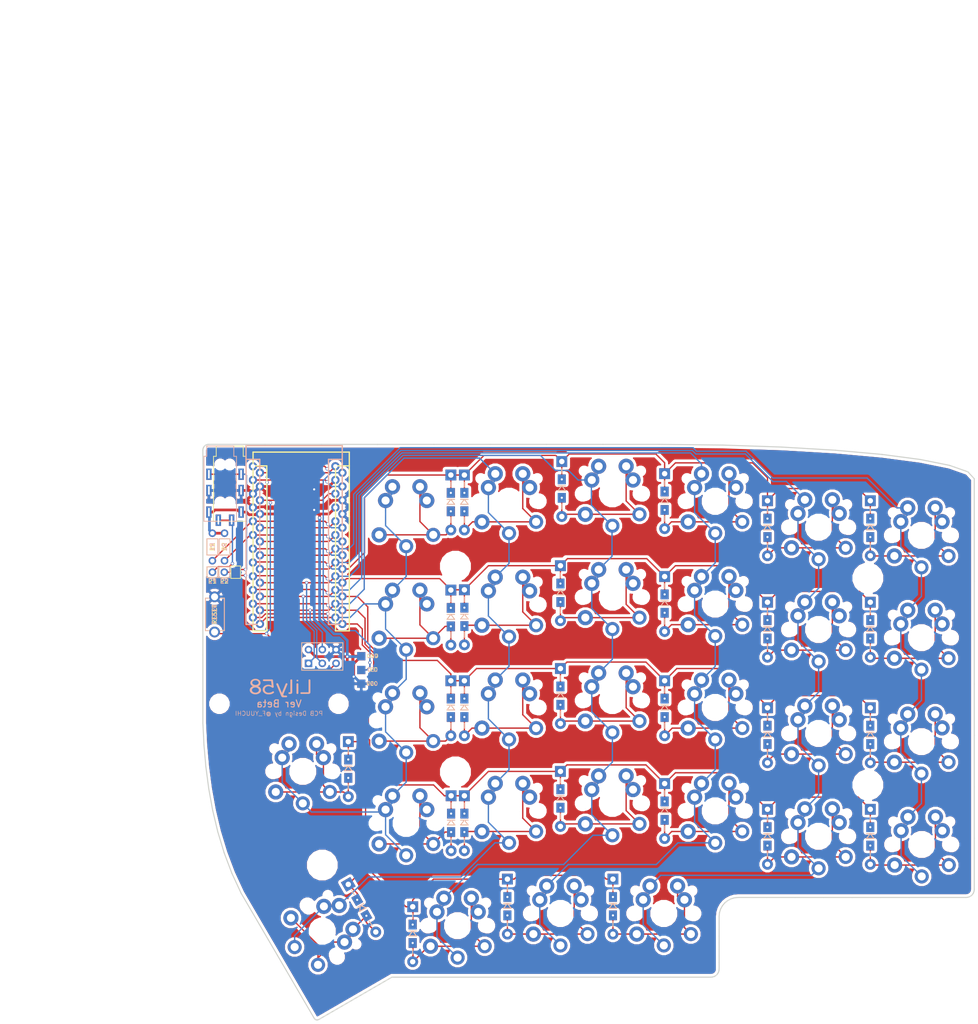
<source format=kicad_pcb>
(kicad_pcb (version 20171130) (host pcbnew "(5.0.0-3-g5ebb6b6)")
  (layers (0 F.Cu signal) (31 B.Cu signal) (34 B.Paste user) (35 F.Paste user) (36 B.SilkS user) (37 F.SilkS user) (38 B.Mask user) (39 F.Mask user) (44 Edge.Cuts user))
  (net 0 "")
  (net 1 "Net-(D1-Pad2)")
  (net 2 row4)
  (net 3 "Net-(D2-Pad2)")
  (net 4 "Net-(D3-Pad2)")
  (net 5 row0)
  (net 6 "Net-(D4-Pad2)")
  (net 7 row1)
  (net 8 "Net-(D5-Pad2)")
  (net 9 row2)
  (net 10 "Net-(D6-Pad2)")
  (net 11 row3)
  (net 12 "Net-(D7-Pad2)")
  (net 13 "Net-(D8-Pad2)")
  (net 14 "Net-(D9-Pad2)")
  (net 15 "Net-(D10-Pad2)")
  (net 16 "Net-(D11-Pad2)")
  (net 17 "Net-(D12-Pad2)")
  (net 18 "Net-(D13-Pad2)")
  (net 19 "Net-(D14-Pad2)")
  (net 20 "Net-(D15-Pad2)")
  (net 21 "Net-(D16-Pad2)")
  (net 22 "Net-(D17-Pad2)")
  (net 23 "Net-(D18-Pad2)")
  (net 24 "Net-(D19-Pad2)")
  (net 25 "Net-(D20-Pad2)")
  (net 26 "Net-(D21-Pad2)")
  (net 27 "Net-(D22-Pad2)")
  (net 28 "Net-(D23-Pad2)")
  (net 29 "Net-(D24-Pad2)")
  (net 30 "Net-(D25-Pad2)")
  (net 31 "Net-(D26-Pad2)")
  (net 32 "Net-(D27-Pad2)")
  (net 33 "Net-(D28-Pad2)")
  (net 34 VCC)
  (net 35 GND)
  (net 36 col0)
  (net 37 col1)
  (net 38 col2)
  (net 39 col3)
  (net 40 col4)
  (net 41 col5)
  (net 42 SDA)
  (net 43 LED)
  (net 44 SCL)
  (net 45 RESET)
  (net 46 "Net-(D29-Pad2)")
  (net 47 "Net-(U1-Pad24)")
  (net 48 "Net-(U1-Pad20)")
  (net 49 "Net-(U1-Pad19)")
  (net 50 "Net-(U1-Pad7)")
  (net 51 DATA)
  (net 52 "Net-(J2-Pad4)")
  (net 53 "Net-(J2-Pad3)")
  (module Lily58-footprint:HOLE_M2 (layer F.Cu) (at 108 85)
    (fp_text reference TH2 hide)
    (fp_text value HOLE hide)
    (pad "" np_thru_hole circle (at 0 0) (size 2.2 2.2) (drill 2.2) (layers *.Cu *.Mask) (clearance 0.8))
  )
  (module Lily58-footprint:HOLE_M2 (layer F.Cu) (at 86 85)
    (fp_text reference TH1 hide)
    (fp_text value HOLE hide)
    (pad "" np_thru_hole circle (at 0 0) (size 2.2 2.2) (drill 2.2) (layers *.Cu *.Mask) (clearance 0.8))
  )
  (module Lily58-footprint:HOLE_M2_TH (layer F.Cu) (at 129.6 59.6)
    (fp_text reference TH3 hide)
    (fp_text value HOLE hide)
    (pad "" np_thru_hole circle (at 0 0 90) (size 4.7004 4.7004) (drill 4.7004) (layers *.Cu *.Mask) (clearance 0.3))
  )
  (module Lily58-footprint:HOLE_M2_TH (layer F.Cu) (at 205.8 61.8)
    (fp_text reference TH4 hide)
    (fp_text value HOLE hide)
    (pad "" np_thru_hole circle (at 0 0 90) (size 4.7004 4.7004) (drill 4.7004) (layers *.Cu *.Mask) (clearance 0.3))
  )
  (module Lily58-footprint:HOLE_M2_TH (layer F.Cu) (at 129.6 97.6)
    (fp_text reference TH5 hide)
    (fp_text value HOLE hide)
    (pad "" np_thru_hole circle (at 0 0 90) (size 4.7004 4.7004) (drill 4.7004) (layers *.Cu *.Mask) (clearance 0.3))
  )
  (module Lily58-footprint:HOLE_M2_TH (layer F.Cu) (at 205.8 100)
    (fp_text reference TH6 hide)
    (fp_text value HOLE hide)
    (pad "" np_thru_hole circle (at 0 0 90) (size 4.7004 4.7004) (drill 4.7004) (layers *.Cu *.Mask) (clearance 0.3))
  )
  (module Lily58-footprint:HOLE_M2_TH (layer F.Cu) (at 105 114.8 90)
    (fp_text reference TH7 hide)
    (fp_text value HOLE hide)
    (pad "" np_thru_hole circle (at 0 0 180) (size 4.7004 4.7004) (drill 4.7004) (layers *.Cu *.Mask) (clearance 0.3))
  )
  (module Lily58-footprint:MJ-4PP-9 (layer F.Cu) (at 87.9 39.3)
    (fp_text reference J2 hide)
    (fp_text value 4PIN hide)
    (pad "" np_thru_hole circle (at -1.75 8.5) (size 1.2 1.2) (drill 1.2) (layers *.Cu *.Mask))
    (pad "" np_thru_hole circle (at -1.75 1.5) (size 1.2 1.2) (drill 1.2) (layers *.Cu *.Mask))
    (pad 1 thru_hole rect (at -3.85 10.3) (size 1 2.1) (drill oval 0.3 1.6) (layers *.Cu *.Mask) (net 34 VCC) (clearance 0.15))
    (pad 4 thru_hole rect (at 0.35 11.8) (size 1 2.1) (drill oval 0.3 1.6) (layers *.Cu *.Mask) (net 52 "Net-(J2-Pad4)") (clearance 0.15))
    (pad 3 thru_hole rect (at -3.85 3.3) (size 1 2.1) (drill oval 0.3 1.6) (layers *.Cu *.Mask) (net 53 "Net-(J2-Pad3)") (clearance 0.15))
    (pad 2 thru_hole rect (at -3.85 6.3) (size 1 2.1) (drill oval 0.3 1.6) (layers *.Cu *.Mask) (net 35 GND) (clearance 0.15))
    (pad "" np_thru_hole circle (at 0 1.5) (size 1.2 1.2) (drill 1.2) (layers *.Cu *.Mask))
    (pad "" np_thru_hole circle (at 0 8.5) (size 1.2 1.2) (drill 1.2) (layers *.Cu *.Mask))
    (pad 3 thru_hole rect (at 2.1 3.3) (size 1 2.1) (drill oval 0.3 1.6) (layers *.Cu *.Mask) (net 53 "Net-(J2-Pad3)") (clearance 0.15))
    (pad 2 thru_hole rect (at 2.1 6.3) (size 1 2.1) (drill oval 0.3 1.6) (layers *.Cu *.Mask) (net 35 GND) (clearance 0.15))
    (pad 1 thru_hole rect (at 2.1 10.3) (size 1 2.1) (drill oval 0.3 1.6) (layers *.Cu *.Mask) (net 34 VCC) (clearance 0.15))
    (pad 4 thru_hole rect (at -2.1 11.8) (size 1 2.1) (drill oval 0.3 1.6) (layers *.Cu *.Mask) (net 52 "Net-(J2-Pad4)") (clearance 0.15))
  )
  (module Lily58-footprint:RESISTOR_mini (layer F.Cu) (at 84.688035 56.039272 270)
    (fp_text reference R1 (at -0.039272 -0.011965 270) (layer F.SilkS) (effects (font (size 0.8128 0.8128))))
    (fp_text value R hide)
    (fp_text user R1 (at 0 -0.011965 270) (layer B.SilkS) (effects (font (size 0.8 0.8)) (justify mirror)))
    (pad 1 thru_hole circle (at -2.54 0 270) (size 1.397 1.397) (drill 0.8128) (layers *.Cu *.Mask) (net 34 VCC))
    (pad 2 thru_hole circle (at 2.54 0 270) (size 1.397 1.397) (drill 0.8128) (layers *.Cu *.Mask) (net 42 SDA))
  )
  (module Lily58-footprint:RESISTOR_mini (layer F.Cu) (at 86.938035 56.039272 270)
    (fp_text reference R2 (at -0.039272 0.038035 270) (layer F.SilkS) (effects (font (size 0.8128 0.8128))))
    (fp_text value R hide)
    (fp_text user R1 (at 0 -0.011965 270) (layer B.SilkS) (effects (font (size 0.8 0.8)) (justify mirror)))
    (pad 1 thru_hole circle (at -2.54 0 270) (size 1.397 1.397) (drill 0.8128) (layers *.Cu *.Mask) (net 34 VCC))
    (pad 2 thru_hole circle (at 2.54 0 270) (size 1.397 1.397) (drill 0.8128) (layers *.Cu *.Mask) (net 44 SCL))
  )
  (module Lily58-footprint:1pin_conn (layer F.Cu) (at 86.9 60.7 180)
    (fp_text reference P2 (at 0 -1.671944 180) (layer F.SilkS) (effects (font (size 0.8128 0.8128))))
    (fp_text value i2c_pin hide)
    (fp_text user P2 (at 0 -1.7 180) (layer B.SilkS) (effects (font (size 0.8 0.8)) (justify mirror)))
    (pad 1 thru_hole circle (at 0 0 180) (size 1.397 1.397) (drill 0.8128) (layers *.Cu *.Mask) (net 53 "Net-(J2-Pad3)"))
  )
  (module Lily58-footprint:1pin_conn (layer F.Cu) (at 84.7 60.7 180)
    (fp_text reference P1 (at 0 -1.671944 180) (layer F.SilkS) (effects (font (size 0.8128 0.8128))))
    (fp_text value i2c_pin hide)
    (fp_text user P2 (at 0 -1.7 180) (layer B.SilkS) (effects (font (size 0.8 0.8)) (justify mirror)))
    (pad 1 thru_hole circle (at 0 0 180) (size 1.397 1.397) (drill 0.8128) (layers *.Cu *.Mask) (net 52 "Net-(J2-Pad4)"))
  )
  (module Lily58-footprint:ProMicro_rev2 (layer F.Cu) (at 101 55.9)
    (fp_text reference U1 hide)
    (fp_text value ProMicro hide)
    (pad 22 thru_hole circle (at -7.521185 -8.494255 180) (size 1.524 1.524) (drill 0.8128) (layers *.Cu *.Mask) (net 45 RESET))
    (pad 10 thru_hole circle (at 7.718815 9.285745 180) (size 1.524 1.524) (drill 0.8128) (layers *.Cu *.Mask) (net 9 row2))
    (pad 18 thru_hole circle (at -7.521185 1.665745 180) (size 1.524 1.524) (drill 0.8128) (layers *.Cu *.Mask) (net 36 col0))
    (pad 6 thru_hole circle (at 7.718815 -0.874255 180) (size 1.524 1.524) (drill 0.8128) (layers *.Cu *.Mask) (net 44 SCL))
    (pad 4 thru_hole circle (at 7.718815 -5.954255 180) (size 1.524 1.524) (drill 0.8128) (layers *.Cu *.Mask) (net 35 GND))
    (pad 14 thru_hole circle (at -7.521185 11.825745 180) (size 1.524 1.524) (drill 0.8128) (layers *.Cu *.Mask) (net 40 col4))
    (pad 3 thru_hole circle (at 7.718815 -8.494255 180) (size 1.524 1.524) (drill 0.8128) (layers *.Cu *.Mask) (net 35 GND))
    (pad 1 thru_hole circle (at 7.718815 -13.574255 180) (size 1.524 1.524) (drill 0.8128) (layers *.Cu *.Mask) (net 43 LED))
    (pad 16 thru_hole circle (at -7.521185 6.745745 180) (size 1.524 1.524) (drill 0.8128) (layers *.Cu *.Mask) (net 38 col2))
    (pad 12 thru_hole circle (at 7.718815 14.365745 180) (size 1.524 1.524) (drill 0.8128) (layers *.Cu *.Mask) (net 2 row4))
    (pad 19 thru_hole circle (at -7.521185 -0.874255 180) (size 1.524 1.524) (drill 0.8128) (layers *.Cu *.Mask) (net 49 "Net-(U1-Pad19)"))
    (pad 23 thru_hole circle (at -7.521185 -11.034255 180) (size 1.524 1.524) (drill 0.8128) (layers *.Cu *.Mask) (net 35 GND))
    (pad 21 thru_hole circle (at -7.521185 -5.954255 180) (size 1.524 1.524) (drill 0.8128) (layers *.Cu *.Mask) (net 34 VCC))
    (pad 20 thru_hole circle (at -7.521185 -3.414255 180) (size 1.524 1.524) (drill 0.8128) (layers *.Cu *.Mask) (net 48 "Net-(U1-Pad20)"))
    (pad 15 thru_hole circle (at -7.521185 9.285745 180) (size 1.524 1.524) (drill 0.8128) (layers *.Cu *.Mask) (net 39 col3))
    (pad 17 thru_hole circle (at -7.521185 4.205745 180) (size 1.524 1.524) (drill 0.8128) (layers *.Cu *.Mask) (net 37 col1))
    (pad 9 thru_hole circle (at 7.718815 6.745745 180) (size 1.524 1.524) (drill 0.8128) (layers *.Cu *.Mask) (net 7 row1))
    (pad 8 thru_hole circle (at 7.718815 4.205745 180) (size 1.524 1.524) (drill 0.8128) (layers *.Cu *.Mask) (net 5 row0))
    (pad 13 thru_hole circle (at -7.521185 14.365745 180) (size 1.524 1.524) (drill 0.8128) (layers *.Cu *.Mask) (net 41 col5))
    (pad 11 thru_hole circle (at 7.718815 11.825745 180) (size 1.524 1.524) (drill 0.8128) (layers *.Cu *.Mask) (net 11 row3))
    (pad 2 thru_hole circle (at 7.718815 -11.034255 180) (size 1.524 1.524) (drill 0.8128) (layers *.Cu *.Mask) (net 51 DATA))
    (pad 24 thru_hole circle (at -7.521185 -13.574255 180) (size 1.524 1.524) (drill 0.8128) (layers *.Cu *.Mask) (net 47 "Net-(U1-Pad24)"))
    (pad 7 thru_hole circle (at 7.718815 1.665745 180) (size 1.524 1.524) (drill 0.8128) (layers *.Cu *.Mask) (net 50 "Net-(U1-Pad7)"))
    (pad 5 thru_hole circle (at 7.718815 -3.414255 180) (size 1.524 1.524) (drill 0.8128) (layers *.Cu *.Mask) (net 42 SDA))
    (pad 1 thru_hole circle (at -8.82 -14.77) (size 1.524 1.524) (drill 0.8128) (layers *.Cu *.Mask) (net 43 LED))
    (pad 2 thru_hole circle (at -8.82 -12.23) (size 1.524 1.524) (drill 0.8128) (layers *.Cu *.Mask) (net 51 DATA))
    (pad 3 thru_hole circle (at -8.82 -9.69) (size 1.524 1.524) (drill 0.8128) (layers *.Cu *.Mask) (net 35 GND))
    (pad 4 thru_hole circle (at -8.82 -7.15) (size 1.524 1.524) (drill 0.8128) (layers *.Cu *.Mask) (net 35 GND))
    (pad 5 thru_hole circle (at -8.82 -4.61) (size 1.524 1.524) (drill 0.8128) (layers *.Cu *.Mask) (net 42 SDA))
    (pad 6 thru_hole circle (at -8.82 -2.07) (size 1.524 1.524) (drill 0.8128) (layers *.Cu *.Mask) (net 44 SCL))
    (pad 7 thru_hole circle (at -8.82 0.47) (size 1.524 1.524) (drill 0.8128) (layers *.Cu *.Mask) (net 50 "Net-(U1-Pad7)"))
    (pad 8 thru_hole circle (at -8.82 3.01) (size 1.524 1.524) (drill 0.8128) (layers *.Cu *.Mask) (net 5 row0))
    (pad 9 thru_hole circle (at -8.82 5.55) (size 1.524 1.524) (drill 0.8128) (layers *.Cu *.Mask) (net 7 row1))
    (pad 10 thru_hole circle (at -8.82 8.09) (size 1.524 1.524) (drill 0.8128) (layers *.Cu *.Mask) (net 9 row2))
    (pad 11 thru_hole circle (at -8.82 10.63) (size 1.524 1.524) (drill 0.8128) (layers *.Cu *.Mask) (net 11 row3))
    (pad 12 thru_hole circle (at -8.82 13.17) (size 1.524 1.524) (drill 0.8128) (layers *.Cu *.Mask) (net 2 row4))
    (pad 13 thru_hole circle (at 6.42 13.17) (size 1.524 1.524) (drill 0.8128) (layers *.Cu *.Mask) (net 41 col5))
    (pad 14 thru_hole circle (at 6.42 10.63) (size 1.524 1.524) (drill 0.8128) (layers *.Cu *.Mask) (net 40 col4))
    (pad 15 thru_hole circle (at 6.42 8.09) (size 1.524 1.524) (drill 0.8128) (layers *.Cu *.Mask) (net 39 col3))
    (pad 16 thru_hole circle (at 6.42 5.55) (size 1.524 1.524) (drill 0.8128) (layers *.Cu *.Mask) (net 38 col2))
    (pad 17 thru_hole circle (at 6.42 3.01) (size 1.524 1.524) (drill 0.8128) (layers *.Cu *.Mask) (net 37 col1))
    (pad 18 thru_hole circle (at 6.42 0.47) (size 1.524 1.524) (drill 0.8128) (layers *.Cu *.Mask) (net 36 col0))
    (pad 19 thru_hole circle (at 6.42 -2.07) (size 1.524 1.524) (drill 0.8128) (layers *.Cu *.Mask) (net 49 "Net-(U1-Pad19)"))
    (pad 20 thru_hole circle (at 6.42 -4.61) (size 1.524 1.524) (drill 0.8128) (layers *.Cu *.Mask) (net 48 "Net-(U1-Pad20)"))
    (pad 21 thru_hole circle (at 6.42 -7.15) (size 1.524 1.524) (drill 0.8128) (layers *.Cu *.Mask) (net 34 VCC))
    (pad 22 thru_hole circle (at 6.42 -9.69) (size 1.524 1.524) (drill 0.8128) (layers *.Cu *.Mask) (net 45 RESET))
    (pad 23 thru_hole circle (at 6.42 -12.23) (size 1.524 1.524) (drill 0.8128) (layers *.Cu *.Mask) (net 35 GND))
    (pad 24 thru_hole circle (at 6.42 -14.77) (size 1.524 1.524) (drill 0.8128) (layers *.Cu *.Mask) (net 47 "Net-(U1-Pad24)"))
  )
  (module Lily58-footprint:ICSP (layer F.Cu) (at 105 76.27 90)
    (fp_text reference P3 hide)
    (fp_text value ICSP hide)
    (pad 1 thru_hole rect (at -1.27 -2.54 90) (size 1.397 1.397) (drill 0.8128) (layers *.Cu *.Mask) (net 39 col3))
    (pad 2 thru_hole circle (at 1.27 -2.54 90) (size 1.397 1.397) (drill 0.8128) (layers *.Cu *.Mask) (net 34 VCC))
    (pad 3 thru_hole circle (at -1.27 0 90) (size 1.397 1.397) (drill 0.8128) (layers *.Cu *.Mask) (net 38 col2))
    (pad 4 thru_hole circle (at 1.27 0 90) (size 1.397 1.397) (drill 0.8128) (layers *.Cu *.Mask) (net 40 col4))
    (pad 5 thru_hole circle (at -1.27 2.54 90) (size 1.397 1.397) (drill 0.8128) (layers *.Cu *.Mask) (net 45 RESET))
    (pad 6 thru_hole circle (at 1.27 2.54 90) (size 1.397 1.397) (drill 0.8128) (layers *.Cu *.Mask) (net 35 GND))
  )
  (module Lily58-footprint:Diode_TH_SOD123 (layer F.Cu) (at 128.75 47.75 270)
    (fp_text reference D1 hide)
    (fp_text value D hide)
    (pad 1 thru_hole rect (at -5 -0.00254 90) (size 1.99898 1.99898) (drill 1) (layers *.Cu *.Mask) (net 5 row0))
    (pad 2 thru_hole circle (at 5.16 -0.00254 90) (size 1.99898 1.99898) (drill 1) (layers *.Cu *.Mask) (net 1 "Net-(D1-Pad2)"))
    (pad 1 thru_hole rect (at -1.7 0 270) (size 1.8 1.5) (drill 0.4) (layers *.Cu *.Mask) (net 5 row0))
    (pad 2 thru_hole rect (at 1.7 0 270) (size 1.8 1.5) (drill 0.4) (layers *.Cu *.Mask) (net 1 "Net-(D1-Pad2)"))
  )
  (module Lily58-footprint:Diode_TH_SOD123 (layer F.Cu) (at 112.3 122.7 300)
    (fp_text reference D26 hide)
    (fp_text value D hide)
    (pad 1 thru_hole rect (at -5 -0.00254 120) (size 1.99898 1.99898) (drill 1) (layers *.Cu *.Mask) (net 2 row4))
    (pad 2 thru_hole circle (at 5.16 -0.00254 120) (size 1.99898 1.99898) (drill 1) (layers *.Cu *.Mask) (net 31 "Net-(D26-Pad2)"))
    (pad 1 thru_hole rect (at -1.7 0 300) (size 1.8 1.5) (drill 0.4) (layers *.Cu *.Mask) (net 2 row4))
    (pad 2 thru_hole rect (at 1.7 0 300) (size 1.8 1.5) (drill 0.4) (layers *.Cu *.Mask) (net 31 "Net-(D26-Pad2)"))
  )
  (module Lily58-footprint:Diode_TH_SOD123 (layer F.Cu) (at 131.25 107 270)
    (fp_text reference D20 hide)
    (fp_text value D hide)
    (pad 1 thru_hole rect (at -5 -0.00254 90) (size 1.99898 1.99898) (drill 1) (layers *.Cu *.Mask) (net 11 row3))
    (pad 2 thru_hole circle (at 5.16 -0.00254 90) (size 1.99898 1.99898) (drill 1) (layers *.Cu *.Mask) (net 25 "Net-(D20-Pad2)"))
    (pad 1 thru_hole rect (at -1.7 0 270) (size 1.8 1.5) (drill 0.4) (layers *.Cu *.Mask) (net 11 row3))
    (pad 2 thru_hole rect (at 1.7 0 270) (size 1.8 1.5) (drill 0.4) (layers *.Cu *.Mask) (net 25 "Net-(D20-Pad2)"))
  )
  (module Lily58-footprint:Diode_TH_SOD123 (layer F.Cu) (at 128.75 69 270)
    (fp_text reference D7 hide)
    (fp_text value D hide)
    (pad 1 thru_hole rect (at -5 -0.00254 90) (size 1.99898 1.99898) (drill 1) (layers *.Cu *.Mask) (net 7 row1))
    (pad 2 thru_hole circle (at 5.16 -0.00254 90) (size 1.99898 1.99898) (drill 1) (layers *.Cu *.Mask) (net 12 "Net-(D7-Pad2)"))
    (pad 1 thru_hole rect (at -1.7 0 270) (size 1.8 1.5) (drill 0.4) (layers *.Cu *.Mask) (net 7 row1))
    (pad 2 thru_hole rect (at 1.7 0 270) (size 1.8 1.5) (drill 0.4) (layers *.Cu *.Mask) (net 12 "Net-(D7-Pad2)"))
  )
  (module Lily58-footprint:Diode_TH_SOD123 (layer F.Cu) (at 131.25 47.75 270)
    (fp_text reference D2 hide)
    (fp_text value D hide)
    (pad 1 thru_hole rect (at -5 -0.00254 90) (size 1.99898 1.99898) (drill 1) (layers *.Cu *.Mask) (net 5 row0))
    (pad 2 thru_hole circle (at 5.16 -0.00254 90) (size 1.99898 1.99898) (drill 1) (layers *.Cu *.Mask) (net 3 "Net-(D2-Pad2)"))
    (pad 1 thru_hole rect (at -1.7 0 270) (size 1.8 1.5) (drill 0.4) (layers *.Cu *.Mask) (net 5 row0))
    (pad 2 thru_hole rect (at 1.7 0 270) (size 1.8 1.5) (drill 0.4) (layers *.Cu *.Mask) (net 3 "Net-(D2-Pad2)"))
  )
  (module Lily58-footprint:Diode_TH_SOD123 (layer F.Cu) (at 149.25 45.25 270)
    (fp_text reference D3 hide)
    (fp_text value D hide)
    (pad 1 thru_hole rect (at -5 -0.00254 90) (size 1.99898 1.99898) (drill 1) (layers *.Cu *.Mask) (net 5 row0))
    (pad 2 thru_hole circle (at 5.16 -0.00254 90) (size 1.99898 1.99898) (drill 1) (layers *.Cu *.Mask) (net 4 "Net-(D3-Pad2)"))
    (pad 1 thru_hole rect (at -1.7 0 270) (size 1.8 1.5) (drill 0.4) (layers *.Cu *.Mask) (net 5 row0))
    (pad 2 thru_hole rect (at 1.7 0 270) (size 1.8 1.5) (drill 0.4) (layers *.Cu *.Mask) (net 4 "Net-(D3-Pad2)"))
  )
  (module Lily58-footprint:Diode_TH_SOD123 (layer F.Cu) (at 168.25 47.5 270)
    (fp_text reference D4 hide)
    (fp_text value D hide)
    (pad 1 thru_hole rect (at -5 -0.00254 90) (size 1.99898 1.99898) (drill 1) (layers *.Cu *.Mask) (net 5 row0))
    (pad 2 thru_hole circle (at 5.16 -0.00254 90) (size 1.99898 1.99898) (drill 1) (layers *.Cu *.Mask) (net 6 "Net-(D4-Pad2)"))
    (pad 1 thru_hole rect (at -1.7 0 270) (size 1.8 1.5) (drill 0.4) (layers *.Cu *.Mask) (net 5 row0))
    (pad 2 thru_hole rect (at 1.7 0 270) (size 1.8 1.5) (drill 0.4) (layers *.Cu *.Mask) (net 6 "Net-(D4-Pad2)"))
  )
  (module Lily58-footprint:Diode_TH_SOD123 (layer F.Cu) (at 187.25 52.5 270)
    (fp_text reference D5 hide)
    (fp_text value D hide)
    (pad 1 thru_hole rect (at -5 -0.00254 90) (size 1.99898 1.99898) (drill 1) (layers *.Cu *.Mask) (net 5 row0))
    (pad 2 thru_hole circle (at 5.16 -0.00254 90) (size 1.99898 1.99898) (drill 1) (layers *.Cu *.Mask) (net 8 "Net-(D5-Pad2)"))
    (pad 1 thru_hole rect (at -1.7 0 270) (size 1.8 1.5) (drill 0.4) (layers *.Cu *.Mask) (net 5 row0))
    (pad 2 thru_hole rect (at 1.7 0 270) (size 1.8 1.5) (drill 0.4) (layers *.Cu *.Mask) (net 8 "Net-(D5-Pad2)"))
  )
  (module Lily58-footprint:Diode_TH_SOD123 (layer F.Cu) (at 206.25 52.5 270)
    (fp_text reference D6 hide)
    (fp_text value D hide)
    (pad 1 thru_hole rect (at -5 -0.00254 90) (size 1.99898 1.99898) (drill 1) (layers *.Cu *.Mask) (net 5 row0))
    (pad 2 thru_hole circle (at 5.16 -0.00254 90) (size 1.99898 1.99898) (drill 1) (layers *.Cu *.Mask) (net 10 "Net-(D6-Pad2)"))
    (pad 1 thru_hole rect (at -1.7 0 270) (size 1.8 1.5) (drill 0.4) (layers *.Cu *.Mask) (net 5 row0))
    (pad 2 thru_hole rect (at 1.7 0 270) (size 1.8 1.5) (drill 0.4) (layers *.Cu *.Mask) (net 10 "Net-(D6-Pad2)"))
  )
  (module Lily58-footprint:Diode_TH_SOD123 (layer F.Cu) (at 131.25254 68.95254 270)
    (fp_text reference D8 hide)
    (fp_text value D hide)
    (pad 1 thru_hole rect (at -5 -0.00254 90) (size 1.99898 1.99898) (drill 1) (layers *.Cu *.Mask) (net 7 row1))
    (pad 2 thru_hole circle (at 5.16 -0.00254 90) (size 1.99898 1.99898) (drill 1) (layers *.Cu *.Mask) (net 13 "Net-(D8-Pad2)"))
    (pad 1 thru_hole rect (at -1.7 0 270) (size 1.8 1.5) (drill 0.4) (layers *.Cu *.Mask) (net 7 row1))
    (pad 2 thru_hole rect (at 1.7 0 270) (size 1.8 1.5) (drill 0.4) (layers *.Cu *.Mask) (net 13 "Net-(D8-Pad2)"))
  )
  (module Lily58-footprint:Diode_TH_SOD123 (layer F.Cu) (at 149 64.5 270)
    (fp_text reference D9 hide)
    (fp_text value D hide)
    (pad 1 thru_hole rect (at -5 -0.00254 90) (size 1.99898 1.99898) (drill 1) (layers *.Cu *.Mask) (net 7 row1))
    (pad 2 thru_hole circle (at 5.16 -0.00254 90) (size 1.99898 1.99898) (drill 1) (layers *.Cu *.Mask) (net 14 "Net-(D9-Pad2)"))
    (pad 1 thru_hole rect (at -1.7 0 270) (size 1.8 1.5) (drill 0.4) (layers *.Cu *.Mask) (net 7 row1))
    (pad 2 thru_hole rect (at 1.7 0 270) (size 1.8 1.5) (drill 0.4) (layers *.Cu *.Mask) (net 14 "Net-(D9-Pad2)"))
  )
  (module Lily58-footprint:Diode_TH_SOD123 (layer F.Cu) (at 168.25 66.5 270)
    (fp_text reference D10 hide)
    (fp_text value D hide)
    (pad 1 thru_hole rect (at -5 -0.00254 90) (size 1.99898 1.99898) (drill 1) (layers *.Cu *.Mask) (net 7 row1))
    (pad 2 thru_hole circle (at 5.16 -0.00254 90) (size 1.99898 1.99898) (drill 1) (layers *.Cu *.Mask) (net 15 "Net-(D10-Pad2)"))
    (pad 1 thru_hole rect (at -1.7 0 270) (size 1.8 1.5) (drill 0.4) (layers *.Cu *.Mask) (net 7 row1))
    (pad 2 thru_hole rect (at 1.7 0 270) (size 1.8 1.5) (drill 0.4) (layers *.Cu *.Mask) (net 15 "Net-(D10-Pad2)"))
  )
  (module Lily58-footprint:Diode_TH_SOD123 (layer F.Cu) (at 187.25 71.25 270)
    (fp_text reference D11 hide)
    (fp_text value D hide)
    (pad 1 thru_hole rect (at -5 -0.00254 90) (size 1.99898 1.99898) (drill 1) (layers *.Cu *.Mask) (net 7 row1))
    (pad 2 thru_hole circle (at 5.16 -0.00254 90) (size 1.99898 1.99898) (drill 1) (layers *.Cu *.Mask) (net 16 "Net-(D11-Pad2)"))
    (pad 1 thru_hole rect (at -1.7 0 270) (size 1.8 1.5) (drill 0.4) (layers *.Cu *.Mask) (net 7 row1))
    (pad 2 thru_hole rect (at 1.7 0 270) (size 1.8 1.5) (drill 0.4) (layers *.Cu *.Mask) (net 16 "Net-(D11-Pad2)"))
  )
  (module Lily58-footprint:Diode_TH_SOD123 (layer F.Cu) (at 206.25 71.25 270)
    (fp_text reference D12 hide)
    (fp_text value D hide)
    (pad 1 thru_hole rect (at -5 -0.00254 90) (size 1.99898 1.99898) (drill 1) (layers *.Cu *.Mask) (net 7 row1))
    (pad 2 thru_hole circle (at 5.16 -0.00254 90) (size 1.99898 1.99898) (drill 1) (layers *.Cu *.Mask) (net 17 "Net-(D12-Pad2)"))
    (pad 1 thru_hole rect (at -1.7 0 270) (size 1.8 1.5) (drill 0.4) (layers *.Cu *.Mask) (net 7 row1))
    (pad 2 thru_hole rect (at 1.7 0 270) (size 1.8 1.5) (drill 0.4) (layers *.Cu *.Mask) (net 17 "Net-(D12-Pad2)"))
  )
  (module Lily58-footprint:Diode_TH_SOD123 (layer F.Cu) (at 128.75 85.75 270)
    (fp_text reference D13 hide)
    (fp_text value D hide)
    (pad 1 thru_hole rect (at -5 -0.00254 90) (size 1.99898 1.99898) (drill 1) (layers *.Cu *.Mask) (net 9 row2))
    (pad 2 thru_hole circle (at 5.16 -0.00254 90) (size 1.99898 1.99898) (drill 1) (layers *.Cu *.Mask) (net 18 "Net-(D13-Pad2)"))
    (pad 1 thru_hole rect (at -1.7 0 270) (size 1.8 1.5) (drill 0.4) (layers *.Cu *.Mask) (net 9 row2))
    (pad 2 thru_hole rect (at 1.7 0 270) (size 1.8 1.5) (drill 0.4) (layers *.Cu *.Mask) (net 18 "Net-(D13-Pad2)"))
  )
  (module Lily58-footprint:Diode_TH_SOD123 (layer F.Cu) (at 131.25 85.75 270)
    (fp_text reference D14 hide)
    (fp_text value D hide)
    (pad 1 thru_hole rect (at -5 -0.00254 90) (size 1.99898 1.99898) (drill 1) (layers *.Cu *.Mask) (net 9 row2))
    (pad 2 thru_hole circle (at 5.16 -0.00254 90) (size 1.99898 1.99898) (drill 1) (layers *.Cu *.Mask) (net 19 "Net-(D14-Pad2)"))
    (pad 1 thru_hole rect (at -1.7 0 270) (size 1.8 1.5) (drill 0.4) (layers *.Cu *.Mask) (net 9 row2))
    (pad 2 thru_hole rect (at 1.7 0 270) (size 1.8 1.5) (drill 0.4) (layers *.Cu *.Mask) (net 19 "Net-(D14-Pad2)"))
  )
  (module Lily58-footprint:Diode_TH_SOD123 (layer F.Cu) (at 149 83.5 270)
    (fp_text reference D15 hide)
    (fp_text value D hide)
    (pad 1 thru_hole rect (at -5 -0.00254 90) (size 1.99898 1.99898) (drill 1) (layers *.Cu *.Mask) (net 9 row2))
    (pad 2 thru_hole circle (at 5.16 -0.00254 90) (size 1.99898 1.99898) (drill 1) (layers *.Cu *.Mask) (net 20 "Net-(D15-Pad2)"))
    (pad 1 thru_hole rect (at -1.7 0 270) (size 1.8 1.5) (drill 0.4) (layers *.Cu *.Mask) (net 9 row2))
    (pad 2 thru_hole rect (at 1.7 0 270) (size 1.8 1.5) (drill 0.4) (layers *.Cu *.Mask) (net 20 "Net-(D15-Pad2)"))
  )
  (module Lily58-footprint:Diode_TH_SOD123 (layer F.Cu) (at 168.25 85.75 270)
    (fp_text reference D16 hide)
    (fp_text value D hide)
    (pad 1 thru_hole rect (at -5 -0.00254 90) (size 1.99898 1.99898) (drill 1) (layers *.Cu *.Mask) (net 9 row2))
    (pad 2 thru_hole circle (at 5.16 -0.00254 90) (size 1.99898 1.99898) (drill 1) (layers *.Cu *.Mask) (net 21 "Net-(D16-Pad2)"))
    (pad 1 thru_hole rect (at -1.7 0 270) (size 1.8 1.5) (drill 0.4) (layers *.Cu *.Mask) (net 9 row2))
    (pad 2 thru_hole rect (at 1.7 0 270) (size 1.8 1.5) (drill 0.4) (layers *.Cu *.Mask) (net 21 "Net-(D16-Pad2)"))
  )
  (module Lily58-footprint:Diode_TH_SOD123 (layer F.Cu) (at 187.25 90.75 270)
    (fp_text reference D17 hide)
    (fp_text value D hide)
    (pad 1 thru_hole rect (at -5 -0.00254 90) (size 1.99898 1.99898) (drill 1) (layers *.Cu *.Mask) (net 9 row2))
    (pad 2 thru_hole circle (at 5.16 -0.00254 90) (size 1.99898 1.99898) (drill 1) (layers *.Cu *.Mask) (net 22 "Net-(D17-Pad2)"))
    (pad 1 thru_hole rect (at -1.7 0 270) (size 1.8 1.5) (drill 0.4) (layers *.Cu *.Mask) (net 9 row2))
    (pad 2 thru_hole rect (at 1.7 0 270) (size 1.8 1.5) (drill 0.4) (layers *.Cu *.Mask) (net 22 "Net-(D17-Pad2)"))
  )
  (module Lily58-footprint:Diode_TH_SOD123 (layer F.Cu) (at 206.25 90.75 270)
    (fp_text reference D18 hide)
    (fp_text value D hide)
    (pad 1 thru_hole rect (at -5 -0.00254 90) (size 1.99898 1.99898) (drill 1) (layers *.Cu *.Mask) (net 9 row2))
    (pad 2 thru_hole circle (at 5.16 -0.00254 90) (size 1.99898 1.99898) (drill 1) (layers *.Cu *.Mask) (net 23 "Net-(D18-Pad2)"))
    (pad 1 thru_hole rect (at -1.7 0 270) (size 1.8 1.5) (drill 0.4) (layers *.Cu *.Mask) (net 9 row2))
    (pad 2 thru_hole rect (at 1.7 0 270) (size 1.8 1.5) (drill 0.4) (layers *.Cu *.Mask) (net 23 "Net-(D18-Pad2)"))
  )
  (module Lily58-footprint:Diode_TH_SOD123 (layer F.Cu) (at 128.8 107 270)
    (fp_text reference D19 hide)
    (fp_text value D hide)
    (pad 1 thru_hole rect (at -5 -0.00254 90) (size 1.99898 1.99898) (drill 1) (layers *.Cu *.Mask) (net 11 row3))
    (pad 2 thru_hole circle (at 5.16 -0.00254 90) (size 1.99898 1.99898) (drill 1) (layers *.Cu *.Mask) (net 24 "Net-(D19-Pad2)"))
    (pad 1 thru_hole rect (at -1.7 0 270) (size 1.8 1.5) (drill 0.4) (layers *.Cu *.Mask) (net 11 row3))
    (pad 2 thru_hole rect (at 1.7 0 270) (size 1.8 1.5) (drill 0.4) (layers *.Cu *.Mask) (net 24 "Net-(D19-Pad2)"))
  )
  (module Lily58-footprint:Diode_TH_SOD123 (layer F.Cu) (at 149 102.5 270)
    (fp_text reference D21 hide)
    (fp_text value D hide)
    (pad 1 thru_hole rect (at -5 -0.00254 90) (size 1.99898 1.99898) (drill 1) (layers *.Cu *.Mask) (net 11 row3))
    (pad 2 thru_hole circle (at 5.16 -0.00254 90) (size 1.99898 1.99898) (drill 1) (layers *.Cu *.Mask) (net 26 "Net-(D21-Pad2)"))
    (pad 1 thru_hole rect (at -1.7 0 270) (size 1.8 1.5) (drill 0.4) (layers *.Cu *.Mask) (net 11 row3))
    (pad 2 thru_hole rect (at 1.7 0 270) (size 1.8 1.5) (drill 0.4) (layers *.Cu *.Mask) (net 26 "Net-(D21-Pad2)"))
  )
  (module Lily58-footprint:Diode_TH_SOD123 (layer F.Cu) (at 168.25 104.75 270)
    (fp_text reference D22 hide)
    (fp_text value D hide)
    (pad 1 thru_hole rect (at -5 -0.00254 90) (size 1.99898 1.99898) (drill 1) (layers *.Cu *.Mask) (net 11 row3))
    (pad 2 thru_hole circle (at 5.16 -0.00254 90) (size 1.99898 1.99898) (drill 1) (layers *.Cu *.Mask) (net 27 "Net-(D22-Pad2)"))
    (pad 1 thru_hole rect (at -1.7 0 270) (size 1.8 1.5) (drill 0.4) (layers *.Cu *.Mask) (net 11 row3))
    (pad 2 thru_hole rect (at 1.7 0 270) (size 1.8 1.5) (drill 0.4) (layers *.Cu *.Mask) (net 27 "Net-(D22-Pad2)"))
  )
  (module Lily58-footprint:Diode_TH_SOD123 (layer F.Cu) (at 187.25 109.5 270)
    (fp_text reference D23 hide)
    (fp_text value D hide)
    (pad 1 thru_hole rect (at -5 -0.00254 90) (size 1.99898 1.99898) (drill 1) (layers *.Cu *.Mask) (net 11 row3))
    (pad 2 thru_hole circle (at 5.16 -0.00254 90) (size 1.99898 1.99898) (drill 1) (layers *.Cu *.Mask) (net 28 "Net-(D23-Pad2)"))
    (pad 1 thru_hole rect (at -1.7 0 270) (size 1.8 1.5) (drill 0.4) (layers *.Cu *.Mask) (net 11 row3))
    (pad 2 thru_hole rect (at 1.7 0 270) (size 1.8 1.5) (drill 0.4) (layers *.Cu *.Mask) (net 28 "Net-(D23-Pad2)"))
  )
  (module Lily58-footprint:Diode_TH_SOD123 (layer F.Cu) (at 206.25 109.5 270)
    (fp_text reference D24 hide)
    (fp_text value D hide)
    (pad 1 thru_hole rect (at -5 -0.00254 90) (size 1.99898 1.99898) (drill 1) (layers *.Cu *.Mask) (net 11 row3))
    (pad 2 thru_hole circle (at 5.16 -0.00254 90) (size 1.99898 1.99898) (drill 1) (layers *.Cu *.Mask) (net 29 "Net-(D24-Pad2)"))
    (pad 1 thru_hole rect (at -1.7 0 270) (size 1.8 1.5) (drill 0.4) (layers *.Cu *.Mask) (net 11 row3))
    (pad 2 thru_hole rect (at 1.7 0 270) (size 1.8 1.5) (drill 0.4) (layers *.Cu *.Mask) (net 29 "Net-(D24-Pad2)"))
  )
  (module Lily58-footprint:Diode_TH_SOD123 (layer F.Cu) (at 109.8 97 270)
    (fp_text reference D25 hide)
    (fp_text value D hide)
    (pad 1 thru_hole rect (at -5 -0.00254 90) (size 1.99898 1.99898) (drill 1) (layers *.Cu *.Mask) (net 2 row4))
    (pad 2 thru_hole circle (at 5.16 -0.00254 90) (size 1.99898 1.99898) (drill 1) (layers *.Cu *.Mask) (net 30 "Net-(D25-Pad2)"))
    (pad 1 thru_hole rect (at -1.7 0 270) (size 1.8 1.5) (drill 0.4) (layers *.Cu *.Mask) (net 2 row4))
    (pad 2 thru_hole rect (at 1.7 0 270) (size 1.8 1.5) (drill 0.4) (layers *.Cu *.Mask) (net 30 "Net-(D25-Pad2)"))
  )
  (module Lily58-footprint:Diode_TH_SOD123 (layer F.Cu) (at 121.7 127.5 270)
    (fp_text reference D27 hide)
    (fp_text value D hide)
    (pad 1 thru_hole rect (at -5 -0.00254 90) (size 1.99898 1.99898) (drill 1) (layers *.Cu *.Mask) (net 2 row4))
    (pad 2 thru_hole circle (at 5.16 -0.00254 90) (size 1.99898 1.99898) (drill 1) (layers *.Cu *.Mask) (net 32 "Net-(D27-Pad2)"))
    (pad 1 thru_hole rect (at -1.7 0 270) (size 1.8 1.5) (drill 0.4) (layers *.Cu *.Mask) (net 2 row4))
    (pad 2 thru_hole rect (at 1.7 0 270) (size 1.8 1.5) (drill 0.4) (layers *.Cu *.Mask) (net 32 "Net-(D27-Pad2)"))
  )
  (module Lily58-footprint:Diode_TH_SOD123 (layer F.Cu) (at 139.2 122.4 270)
    (fp_text reference D28 hide)
    (fp_text value D hide)
    (pad 1 thru_hole rect (at -5 -0.00254 90) (size 1.99898 1.99898) (drill 1) (layers *.Cu *.Mask) (net 2 row4))
    (pad 2 thru_hole circle (at 5.16 -0.00254 90) (size 1.99898 1.99898) (drill 1) (layers *.Cu *.Mask) (net 33 "Net-(D28-Pad2)"))
    (pad 1 thru_hole rect (at -1.7 0 270) (size 1.8 1.5) (drill 0.4) (layers *.Cu *.Mask) (net 2 row4))
    (pad 2 thru_hole rect (at 1.7 0 270) (size 1.8 1.5) (drill 0.4) (layers *.Cu *.Mask) (net 33 "Net-(D28-Pad2)"))
  )
  (module Lily58-footprint:Diode_TH_SOD123 (layer F.Cu) (at 158.7 122.4 270)
    (fp_text reference D29 hide)
    (fp_text value D hide)
    (pad 1 thru_hole rect (at -5 -0.00254 90) (size 1.99898 1.99898) (drill 1) (layers *.Cu *.Mask) (net 2 row4))
    (pad 2 thru_hole circle (at 5.16 -0.00254 90) (size 1.99898 1.99898) (drill 1) (layers *.Cu *.Mask) (net 46 "Net-(D29-Pad2)"))
    (pad 1 thru_hole rect (at -1.7 0 270) (size 1.8 1.5) (drill 0.4) (layers *.Cu *.Mask) (net 2 row4))
    (pad 2 thru_hole rect (at 1.7 0 270) (size 1.8 1.5) (drill 0.4) (layers *.Cu *.Mask) (net 46 "Net-(D29-Pad2)"))
  )
  (module Lily58-footprint:MX_PG1350-Under_FLIP_HOLES_27mm (layer F.Cu) (at 105 127 300)
    (fp_text reference SW26 hide)
    (fp_text value SW_PUSH hide)
    (pad "" np_thru_hole circle (at 5.22 -4.2 300) (size 1 1) (drill 1) (layers *.Cu *.Mask))
    (pad 2 thru_hole circle (at 5 3.8 300) (size 2.6 2.6) (drill 1.5) (layers *.Cu *.Mask) (net 31 "Net-(D26-Pad2)"))
    (pad 1 thru_hole circle (at 0 5.9 300) (size 2.6 2.6) (drill 1.5) (layers *.Cu *.Mask) (net 40 col4))
    (pad 2 thru_hole circle (at -5 3.8 300) (size 2.8 2.8) (drill 1.5) (layers *.Cu *.Mask) (net 31 "Net-(D26-Pad2)"))
    (pad 2 thru_hole circle (at 2.54 -5.08 300) (size 2.8 2.8) (drill 1.5) (layers *.Cu *.Mask) (net 31 "Net-(D26-Pad2)"))
    (pad 1 thru_hole circle (at -2.54 -5.08 300) (size 2.8 2.8) (drill 1.5) (layers *.Cu *.Mask) (net 40 col4))
    (pad 2 thru_hole circle (at 3.81 -2.54 300) (size 2.8 2.8) (drill 1.5) (layers *.Cu *.Mask) (net 31 "Net-(D26-Pad2)"))
    (pad "" np_thru_hole circle (at 5.08 0 300) (size 1.7 1.7) (drill 1.7) (layers *.Cu *.Mask) (clearance 0.1524))
    (pad "" np_thru_hole circle (at -5.08 0 300) (size 1.7 1.7) (drill 1.7) (layers *.Cu *.Mask) (clearance 0.1524))
    (pad "" np_thru_hole circle (at 0 0 300) (size 4 4) (drill 4) (layers *.Cu *.Mask) (clearance 0.1524))
    (pad 1 thru_hole circle (at -3.81 -2.540001 300) (size 2.8 2.8) (drill 1.5) (layers *.Cu *.Mask) (net 40 col4))
    (pad "" np_thru_hole circle (at -5.22 -4.2 300) (size 1 1) (drill 1) (layers *.Cu *.Mask))
    (pad "" np_thru_hole circle (at -5.5 0 300) (size 1.9 1.9) (drill 1.9) (layers *.Cu *.Mask) (clearance 0.1524))
    (pad "" np_thru_hole circle (at 5.5 0 300) (size 1.9 1.9) (drill 1.9) (layers *.Cu *.Mask) (clearance 0.1524))
  )
  (module Lily58-footprint:MX_PG1350-Under_FLIP_HOLES_18mm (layer F.Cu) (at 101.4 97.5)
    (fp_text reference SW25 hide)
    (fp_text value SW_PUSH hide)
    (pad "" np_thru_hole circle (at 5.22 -4.2) (size 1 1) (drill 1) (layers *.Cu *.Mask))
    (pad 2 thru_hole circle (at 5 3.8) (size 2.6 2.6) (drill 1.5) (layers *.Cu *.Mask) (net 30 "Net-(D25-Pad2)"))
    (pad 1 thru_hole circle (at 0 5.9) (size 2.6 2.6) (drill 1.5) (layers *.Cu *.Mask) (net 41 col5))
    (pad 2 thru_hole circle (at -5 3.8) (size 2.8 2.8) (drill 1.5) (layers *.Cu *.Mask) (net 30 "Net-(D25-Pad2)"))
    (pad 2 thru_hole circle (at 2.54 -5.08) (size 2.8 2.8) (drill 1.5) (layers *.Cu *.Mask) (net 30 "Net-(D25-Pad2)"))
    (pad 1 thru_hole circle (at -2.54 -5.08) (size 2.8 2.8) (drill 1.5) (layers *.Cu *.Mask) (net 41 col5))
    (pad 2 thru_hole circle (at 3.81 -2.54) (size 2.8 2.8) (drill 1.5) (layers *.Cu *.Mask) (net 30 "Net-(D25-Pad2)"))
    (pad "" np_thru_hole circle (at 5.08 0) (size 1.7 1.7) (drill 1.7) (layers *.Cu *.Mask) (clearance 0.1524))
    (pad "" np_thru_hole circle (at -5.08 0) (size 1.7 1.7) (drill 1.7) (layers *.Cu *.Mask) (clearance 0.1524))
    (pad "" np_thru_hole circle (at 0 0) (size 4 4) (drill 4) (layers *.Cu *.Mask) (clearance 0.1524))
    (pad 1 thru_hole circle (at -3.81 -2.54) (size 2.8 2.8) (drill 1.5) (layers *.Cu *.Mask) (net 41 col5))
    (pad "" np_thru_hole circle (at -5.22 -4.2) (size 1 1) (drill 1) (layers *.Cu *.Mask))
    (pad "" np_thru_hole circle (at -5.5 0) (size 1.9 1.9) (drill 1.9) (layers *.Cu *.Mask) (clearance 0.1524))
    (pad "" np_thru_hole circle (at 5.5 0) (size 1.9 1.9) (drill 1.9) (layers *.Cu *.Mask) (clearance 0.1524))
  )
  (module Lily58-footprint:StripLED (layer F.Cu) (at 112.2 81.3 180)
    (fp_text reference J1 hide)
    (fp_text value LED hide)
    (pad 3 smd rect (at 0 0 180) (size 1.524 1.524) (layers B.Cu B.Paste B.Mask) (net 35 GND))
    (pad 2 smd rect (at 0 2.54 180) (size 1.524 1.524) (layers B.Cu B.Paste B.Mask) (net 43 LED))
    (pad 1 smd rect (at 0 5.08 180) (size 1.524 1.524) (layers B.Cu B.Paste B.Mask) (net 34 VCC))
    (pad 1 smd rect (at 0 0 180) (size 1.524 1.524) (layers F.Cu F.Paste F.Mask) (net 34 VCC))
    (pad 2 smd rect (at 0 2.54 180) (size 1.524 1.524) (layers F.Cu F.Paste F.Mask) (net 43 LED))
    (pad 3 smd rect (at 0 5.08 180) (size 1.524 1.524) (layers F.Cu F.Paste F.Mask) (net 35 GND))
  )
  (module Lily58-footprint:MX_PG1350-Under_FLIP_HOLES_18mm (layer F.Cu) (at 120.5 88.1)
    (fp_text reference SW13 hide)
    (fp_text value SW_PUSH hide)
    (pad "" np_thru_hole circle (at 5.22 -4.2) (size 1 1) (drill 1) (layers *.Cu *.Mask))
    (pad 2 thru_hole circle (at 5 3.8) (size 2.6 2.6) (drill 1.5) (layers *.Cu *.Mask) (net 18 "Net-(D13-Pad2)"))
    (pad 1 thru_hole circle (at 0 5.9) (size 2.6 2.6) (drill 1.5) (layers *.Cu *.Mask) (net 41 col5))
    (pad 2 thru_hole circle (at -5 3.8) (size 2.8 2.8) (drill 1.5) (layers *.Cu *.Mask) (net 18 "Net-(D13-Pad2)"))
    (pad 2 thru_hole circle (at 2.54 -5.08) (size 2.8 2.8) (drill 1.5) (layers *.Cu *.Mask) (net 18 "Net-(D13-Pad2)"))
    (pad 1 thru_hole circle (at -2.54 -5.08) (size 2.8 2.8) (drill 1.5) (layers *.Cu *.Mask) (net 41 col5))
    (pad 2 thru_hole circle (at 3.81 -2.54) (size 2.8 2.8) (drill 1.5) (layers *.Cu *.Mask) (net 18 "Net-(D13-Pad2)"))
    (pad "" np_thru_hole circle (at 5.08 0) (size 1.7 1.7) (drill 1.7) (layers *.Cu *.Mask) (clearance 0.1524))
    (pad "" np_thru_hole circle (at -5.08 0) (size 1.7 1.7) (drill 1.7) (layers *.Cu *.Mask) (clearance 0.1524))
    (pad "" np_thru_hole circle (at 0 0) (size 4 4) (drill 4) (layers *.Cu *.Mask) (clearance 0.1524))
    (pad 1 thru_hole circle (at -3.81 -2.54) (size 2.8 2.8) (drill 1.5) (layers *.Cu *.Mask) (net 41 col5))
    (pad "" np_thru_hole circle (at -5.22 -4.2) (size 1 1) (drill 1) (layers *.Cu *.Mask))
    (pad "" np_thru_hole circle (at -5.5 0) (size 1.9 1.9) (drill 1.9) (layers *.Cu *.Mask) (clearance 0.1524))
    (pad "" np_thru_hole circle (at 5.5 0) (size 1.9 1.9) (drill 1.9) (layers *.Cu *.Mask) (clearance 0.1524))
  )
  (module Lily58-footprint:MX_PG1350-Under_FLIP_HOLES_18mm (layer F.Cu) (at 215.7 92)
    (fp_text reference SW18 hide)
    (fp_text value SW_PUSH hide)
    (pad "" np_thru_hole circle (at 5.22 -4.2) (size 1 1) (drill 1) (layers *.Cu *.Mask))
    (pad 2 thru_hole circle (at 5 3.8) (size 2.6 2.6) (drill 1.5) (layers *.Cu *.Mask) (net 23 "Net-(D18-Pad2)"))
    (pad 1 thru_hole circle (at 0 5.9) (size 2.6 2.6) (drill 1.5) (layers *.Cu *.Mask) (net 36 col0))
    (pad 2 thru_hole circle (at -5 3.8) (size 2.8 2.8) (drill 1.5) (layers *.Cu *.Mask) (net 23 "Net-(D18-Pad2)"))
    (pad 2 thru_hole circle (at 2.54 -5.08) (size 2.8 2.8) (drill 1.5) (layers *.Cu *.Mask) (net 23 "Net-(D18-Pad2)"))
    (pad 1 thru_hole circle (at -2.54 -5.08) (size 2.8 2.8) (drill 1.5) (layers *.Cu *.Mask) (net 36 col0))
    (pad 2 thru_hole circle (at 3.81 -2.54) (size 2.8 2.8) (drill 1.5) (layers *.Cu *.Mask) (net 23 "Net-(D18-Pad2)"))
    (pad "" np_thru_hole circle (at 5.08 0) (size 1.7 1.7) (drill 1.7) (layers *.Cu *.Mask) (clearance 0.1524))
    (pad "" np_thru_hole circle (at -5.08 0) (size 1.7 1.7) (drill 1.7) (layers *.Cu *.Mask) (clearance 0.1524))
    (pad "" np_thru_hole circle (at 0 0) (size 4 4) (drill 4) (layers *.Cu *.Mask) (clearance 0.1524))
    (pad 1 thru_hole circle (at -3.81 -2.54) (size 2.8 2.8) (drill 1.5) (layers *.Cu *.Mask) (net 36 col0))
    (pad "" np_thru_hole circle (at -5.22 -4.2) (size 1 1) (drill 1) (layers *.Cu *.Mask))
    (pad "" np_thru_hole circle (at -5.5 0) (size 1.9 1.9) (drill 1.9) (layers *.Cu *.Mask) (clearance 0.1524))
    (pad "" np_thru_hole circle (at 5.5 0) (size 1.9 1.9) (drill 1.9) (layers *.Cu *.Mask) (clearance 0.1524))
  )
  (module Lily58-footprint:MX_PG1350-Under_FLIP_HOLES_18mm (layer F.Cu) (at 215.75 111)
    (fp_text reference SW24 hide)
    (fp_text value SW_PUSH hide)
    (pad "" np_thru_hole circle (at 5.22 -4.2) (size 1 1) (drill 1) (layers *.Cu *.Mask))
    (pad 2 thru_hole circle (at 5 3.8) (size 2.6 2.6) (drill 1.5) (layers *.Cu *.Mask) (net 29 "Net-(D24-Pad2)"))
    (pad 1 thru_hole circle (at 0 5.9) (size 2.6 2.6) (drill 1.5) (layers *.Cu *.Mask) (net 36 col0))
    (pad 2 thru_hole circle (at -5 3.8) (size 2.8 2.8) (drill 1.5) (layers *.Cu *.Mask) (net 29 "Net-(D24-Pad2)"))
    (pad 2 thru_hole circle (at 2.54 -5.08) (size 2.8 2.8) (drill 1.5) (layers *.Cu *.Mask) (net 29 "Net-(D24-Pad2)"))
    (pad 1 thru_hole circle (at -2.54 -5.08) (size 2.8 2.8) (drill 1.5) (layers *.Cu *.Mask) (net 36 col0))
    (pad 2 thru_hole circle (at 3.81 -2.54) (size 2.8 2.8) (drill 1.5) (layers *.Cu *.Mask) (net 29 "Net-(D24-Pad2)"))
    (pad "" np_thru_hole circle (at 5.08 0) (size 1.7 1.7) (drill 1.7) (layers *.Cu *.Mask) (clearance 0.1524))
    (pad "" np_thru_hole circle (at -5.08 0) (size 1.7 1.7) (drill 1.7) (layers *.Cu *.Mask) (clearance 0.1524))
    (pad "" np_thru_hole circle (at 0 0) (size 4 4) (drill 4) (layers *.Cu *.Mask) (clearance 0.1524))
    (pad 1 thru_hole circle (at -3.81 -2.54) (size 2.8 2.8) (drill 1.5) (layers *.Cu *.Mask) (net 36 col0))
    (pad "" np_thru_hole circle (at -5.22 -4.2) (size 1 1) (drill 1) (layers *.Cu *.Mask))
    (pad "" np_thru_hole circle (at -5.5 0) (size 1.9 1.9) (drill 1.9) (layers *.Cu *.Mask) (clearance 0.1524))
    (pad "" np_thru_hole circle (at 5.5 0) (size 1.9 1.9) (drill 1.9) (layers *.Cu *.Mask) (clearance 0.1524))
  )
  (module Lily58-footprint:MX_PG1350-Under_FLIP_HOLES_18mm (layer F.Cu) (at 149 123.75)
    (fp_text reference SW28 hide)
    (fp_text value SW_PUSH hide)
    (pad "" np_thru_hole circle (at 5.22 -4.2) (size 1 1) (drill 1) (layers *.Cu *.Mask))
    (pad 2 thru_hole circle (at 5 3.8) (size 2.6 2.6) (drill 1.5) (layers *.Cu *.Mask) (net 33 "Net-(D28-Pad2)"))
    (pad 1 thru_hole circle (at 0 5.9) (size 2.6 2.6) (drill 1.5) (layers *.Cu *.Mask) (net 38 col2))
    (pad 2 thru_hole circle (at -5 3.8) (size 2.8 2.8) (drill 1.5) (layers *.Cu *.Mask) (net 33 "Net-(D28-Pad2)"))
    (pad 2 thru_hole circle (at 2.54 -5.08) (size 2.8 2.8) (drill 1.5) (layers *.Cu *.Mask) (net 33 "Net-(D28-Pad2)"))
    (pad 1 thru_hole circle (at -2.54 -5.08) (size 2.8 2.8) (drill 1.5) (layers *.Cu *.Mask) (net 38 col2))
    (pad 2 thru_hole circle (at 3.81 -2.54) (size 2.8 2.8) (drill 1.5) (layers *.Cu *.Mask) (net 33 "Net-(D28-Pad2)"))
    (pad "" np_thru_hole circle (at 5.08 0) (size 1.7 1.7) (drill 1.7) (layers *.Cu *.Mask) (clearance 0.1524))
    (pad "" np_thru_hole circle (at -5.08 0) (size 1.7 1.7) (drill 1.7) (layers *.Cu *.Mask) (clearance 0.1524))
    (pad "" np_thru_hole circle (at 0 0) (size 4 4) (drill 4) (layers *.Cu *.Mask) (clearance 0.1524))
    (pad 1 thru_hole circle (at -3.81 -2.54) (size 2.8 2.8) (drill 1.5) (layers *.Cu *.Mask) (net 38 col2))
    (pad "" np_thru_hole circle (at -5.22 -4.2) (size 1 1) (drill 1) (layers *.Cu *.Mask))
    (pad "" np_thru_hole circle (at -5.5 0) (size 1.9 1.9) (drill 1.9) (layers *.Cu *.Mask) (clearance 0.1524))
    (pad "" np_thru_hole circle (at 5.5 0) (size 1.9 1.9) (drill 1.9) (layers *.Cu *.Mask) (clearance 0.1524))
  )
  (module Lily58-footprint:MX_PG1350-Under_FLIP_HOLES_18mm (layer F.Cu) (at 120.5 50)
    (fp_text reference SW1 hide)
    (fp_text value SW_PUSH hide)
    (pad "" np_thru_hole circle (at 5.22 -4.2) (size 1 1) (drill 1) (layers *.Cu *.Mask))
    (pad 2 thru_hole circle (at 5 3.8) (size 2.6 2.6) (drill 1.5) (layers *.Cu *.Mask) (net 1 "Net-(D1-Pad2)"))
    (pad 1 thru_hole circle (at 0 5.9) (size 2.6 2.6) (drill 1.5) (layers *.Cu *.Mask) (net 41 col5))
    (pad 2 thru_hole circle (at -5 3.8) (size 2.8 2.8) (drill 1.5) (layers *.Cu *.Mask) (net 1 "Net-(D1-Pad2)"))
    (pad 2 thru_hole circle (at 2.54 -5.08) (size 2.8 2.8) (drill 1.5) (layers *.Cu *.Mask) (net 1 "Net-(D1-Pad2)"))
    (pad 1 thru_hole circle (at -2.54 -5.08) (size 2.8 2.8) (drill 1.5) (layers *.Cu *.Mask) (net 41 col5))
    (pad 2 thru_hole circle (at 3.81 -2.54) (size 2.8 2.8) (drill 1.5) (layers *.Cu *.Mask) (net 1 "Net-(D1-Pad2)"))
    (pad "" np_thru_hole circle (at 5.08 0) (size 1.7 1.7) (drill 1.7) (layers *.Cu *.Mask) (clearance 0.1524))
    (pad "" np_thru_hole circle (at -5.08 0) (size 1.7 1.7) (drill 1.7) (layers *.Cu *.Mask) (clearance 0.1524))
    (pad "" np_thru_hole circle (at 0 0) (size 4 4) (drill 4) (layers *.Cu *.Mask) (clearance 0.1524))
    (pad 1 thru_hole circle (at -3.81 -2.54) (size 2.8 2.8) (drill 1.5) (layers *.Cu *.Mask) (net 41 col5))
    (pad "" np_thru_hole circle (at -5.22 -4.2) (size 1 1) (drill 1) (layers *.Cu *.Mask))
    (pad "" np_thru_hole circle (at -5.5 0) (size 1.9 1.9) (drill 1.9) (layers *.Cu *.Mask) (clearance 0.1524))
    (pad "" np_thru_hole circle (at 5.5 0) (size 1.9 1.9) (drill 1.9) (layers *.Cu *.Mask) (clearance 0.1524))
  )
  (module Lily58-footprint:MX_PG1350-Under_FLIP_HOLES_18mm (layer F.Cu) (at 139.5 47.6)
    (fp_text reference SW2 hide)
    (fp_text value SW_PUSH hide)
    (pad "" np_thru_hole circle (at 5.22 -4.2) (size 1 1) (drill 1) (layers *.Cu *.Mask))
    (pad 2 thru_hole circle (at 5 3.8) (size 2.6 2.6) (drill 1.5) (layers *.Cu *.Mask) (net 3 "Net-(D2-Pad2)"))
    (pad 1 thru_hole circle (at 0 5.9) (size 2.6 2.6) (drill 1.5) (layers *.Cu *.Mask) (net 40 col4))
    (pad 2 thru_hole circle (at -5 3.8) (size 2.8 2.8) (drill 1.5) (layers *.Cu *.Mask) (net 3 "Net-(D2-Pad2)"))
    (pad 2 thru_hole circle (at 2.54 -5.08) (size 2.8 2.8) (drill 1.5) (layers *.Cu *.Mask) (net 3 "Net-(D2-Pad2)"))
    (pad 1 thru_hole circle (at -2.54 -5.08) (size 2.8 2.8) (drill 1.5) (layers *.Cu *.Mask) (net 40 col4))
    (pad 2 thru_hole circle (at 3.81 -2.54) (size 2.8 2.8) (drill 1.5) (layers *.Cu *.Mask) (net 3 "Net-(D2-Pad2)"))
    (pad "" np_thru_hole circle (at 5.08 0) (size 1.7 1.7) (drill 1.7) (layers *.Cu *.Mask) (clearance 0.1524))
    (pad "" np_thru_hole circle (at -5.08 0) (size 1.7 1.7) (drill 1.7) (layers *.Cu *.Mask) (clearance 0.1524))
    (pad "" np_thru_hole circle (at 0 0) (size 4 4) (drill 4) (layers *.Cu *.Mask) (clearance 0.1524))
    (pad 1 thru_hole circle (at -3.81 -2.54) (size 2.8 2.8) (drill 1.5) (layers *.Cu *.Mask) (net 40 col4))
    (pad "" np_thru_hole circle (at -5.22 -4.2) (size 1 1) (drill 1) (layers *.Cu *.Mask))
    (pad "" np_thru_hole circle (at -5.5 0) (size 1.9 1.9) (drill 1.9) (layers *.Cu *.Mask) (clearance 0.1524))
    (pad "" np_thru_hole circle (at 5.5 0) (size 1.9 1.9) (drill 1.9) (layers *.Cu *.Mask) (clearance 0.1524))
  )
  (module Lily58-footprint:MX_PG1350-Under_FLIP_HOLES_18mm (layer F.Cu) (at 158.6 46.21)
    (fp_text reference SW3 hide)
    (fp_text value SW_PUSH hide)
    (pad "" np_thru_hole circle (at 5.22 -4.2) (size 1 1) (drill 1) (layers *.Cu *.Mask))
    (pad 2 thru_hole circle (at 5 3.8) (size 2.6 2.6) (drill 1.5) (layers *.Cu *.Mask) (net 4 "Net-(D3-Pad2)"))
    (pad 1 thru_hole circle (at 0 5.9) (size 2.6 2.6) (drill 1.5) (layers *.Cu *.Mask) (net 39 col3))
    (pad 2 thru_hole circle (at -5 3.8) (size 2.8 2.8) (drill 1.5) (layers *.Cu *.Mask) (net 4 "Net-(D3-Pad2)"))
    (pad 2 thru_hole circle (at 2.54 -5.08) (size 2.8 2.8) (drill 1.5) (layers *.Cu *.Mask) (net 4 "Net-(D3-Pad2)"))
    (pad 1 thru_hole circle (at -2.54 -5.08) (size 2.8 2.8) (drill 1.5) (layers *.Cu *.Mask) (net 39 col3))
    (pad 2 thru_hole circle (at 3.81 -2.54) (size 2.8 2.8) (drill 1.5) (layers *.Cu *.Mask) (net 4 "Net-(D3-Pad2)"))
    (pad "" np_thru_hole circle (at 5.08 0) (size 1.7 1.7) (drill 1.7) (layers *.Cu *.Mask) (clearance 0.1524))
    (pad "" np_thru_hole circle (at -5.08 0) (size 1.7 1.7) (drill 1.7) (layers *.Cu *.Mask) (clearance 0.1524))
    (pad "" np_thru_hole circle (at 0 0) (size 4 4) (drill 4) (layers *.Cu *.Mask) (clearance 0.1524))
    (pad 1 thru_hole circle (at -3.81 -2.54) (size 2.8 2.8) (drill 1.5) (layers *.Cu *.Mask) (net 39 col3))
    (pad "" np_thru_hole circle (at -5.22 -4.2) (size 1 1) (drill 1) (layers *.Cu *.Mask))
    (pad "" np_thru_hole circle (at -5.5 0) (size 1.9 1.9) (drill 1.9) (layers *.Cu *.Mask) (clearance 0.1524))
    (pad "" np_thru_hole circle (at 5.5 0) (size 1.9 1.9) (drill 1.9) (layers *.Cu *.Mask) (clearance 0.1524))
  )
  (module Lily58-footprint:MX_PG1350-Under_FLIP_HOLES_18mm (layer F.Cu) (at 177.6 47.6)
    (fp_text reference SW4 hide)
    (fp_text value SW_PUSH hide)
    (pad "" np_thru_hole circle (at 5.22 -4.2) (size 1 1) (drill 1) (layers *.Cu *.Mask))
    (pad 2 thru_hole circle (at 5 3.8) (size 2.6 2.6) (drill 1.5) (layers *.Cu *.Mask) (net 6 "Net-(D4-Pad2)"))
    (pad 1 thru_hole circle (at 0 5.9) (size 2.6 2.6) (drill 1.5) (layers *.Cu *.Mask) (net 38 col2))
    (pad 2 thru_hole circle (at -5 3.8) (size 2.8 2.8) (drill 1.5) (layers *.Cu *.Mask) (net 6 "Net-(D4-Pad2)"))
    (pad 2 thru_hole circle (at 2.54 -5.08) (size 2.8 2.8) (drill 1.5) (layers *.Cu *.Mask) (net 6 "Net-(D4-Pad2)"))
    (pad 1 thru_hole circle (at -2.54 -5.08) (size 2.8 2.8) (drill 1.5) (layers *.Cu *.Mask) (net 38 col2))
    (pad 2 thru_hole circle (at 3.81 -2.54) (size 2.8 2.8) (drill 1.5) (layers *.Cu *.Mask) (net 6 "Net-(D4-Pad2)"))
    (pad "" np_thru_hole circle (at 5.08 0) (size 1.7 1.7) (drill 1.7) (layers *.Cu *.Mask) (clearance 0.1524))
    (pad "" np_thru_hole circle (at -5.08 0) (size 1.7 1.7) (drill 1.7) (layers *.Cu *.Mask) (clearance 0.1524))
    (pad "" np_thru_hole circle (at 0 0) (size 4 4) (drill 4) (layers *.Cu *.Mask) (clearance 0.1524))
    (pad 1 thru_hole circle (at -3.81 -2.54) (size 2.8 2.8) (drill 1.5) (layers *.Cu *.Mask) (net 38 col2))
    (pad "" np_thru_hole circle (at -5.22 -4.2) (size 1 1) (drill 1) (layers *.Cu *.Mask))
    (pad "" np_thru_hole circle (at -5.5 0) (size 1.9 1.9) (drill 1.9) (layers *.Cu *.Mask) (clearance 0.1524))
    (pad "" np_thru_hole circle (at 5.5 0) (size 1.9 1.9) (drill 1.9) (layers *.Cu *.Mask) (clearance 0.1524))
  )
  (module Lily58-footprint:MX_PG1350-Under_FLIP_HOLES_18mm (layer F.Cu) (at 196.7 52.4)
    (fp_text reference SW5 hide)
    (fp_text value SW_PUSH hide)
    (pad "" np_thru_hole circle (at 5.22 -4.2) (size 1 1) (drill 1) (layers *.Cu *.Mask))
    (pad 2 thru_hole circle (at 5 3.8) (size 2.6 2.6) (drill 1.5) (layers *.Cu *.Mask) (net 8 "Net-(D5-Pad2)"))
    (pad 1 thru_hole circle (at 0 5.9) (size 2.6 2.6) (drill 1.5) (layers *.Cu *.Mask) (net 37 col1))
    (pad 2 thru_hole circle (at -5 3.8) (size 2.8 2.8) (drill 1.5) (layers *.Cu *.Mask) (net 8 "Net-(D5-Pad2)"))
    (pad 2 thru_hole circle (at 2.54 -5.08) (size 2.8 2.8) (drill 1.5) (layers *.Cu *.Mask) (net 8 "Net-(D5-Pad2)"))
    (pad 1 thru_hole circle (at -2.54 -5.08) (size 2.8 2.8) (drill 1.5) (layers *.Cu *.Mask) (net 37 col1))
    (pad 2 thru_hole circle (at 3.81 -2.54) (size 2.8 2.8) (drill 1.5) (layers *.Cu *.Mask) (net 8 "Net-(D5-Pad2)"))
    (pad "" np_thru_hole circle (at 5.08 0) (size 1.7 1.7) (drill 1.7) (layers *.Cu *.Mask) (clearance 0.1524))
    (pad "" np_thru_hole circle (at -5.08 0) (size 1.7 1.7) (drill 1.7) (layers *.Cu *.Mask) (clearance 0.1524))
    (pad "" np_thru_hole circle (at 0 0) (size 4 4) (drill 4) (layers *.Cu *.Mask) (clearance 0.1524))
    (pad 1 thru_hole circle (at -3.81 -2.54) (size 2.8 2.8) (drill 1.5) (layers *.Cu *.Mask) (net 37 col1))
    (pad "" np_thru_hole circle (at -5.22 -4.2) (size 1 1) (drill 1) (layers *.Cu *.Mask))
    (pad "" np_thru_hole circle (at -5.5 0) (size 1.9 1.9) (drill 1.9) (layers *.Cu *.Mask) (clearance 0.1524))
    (pad "" np_thru_hole circle (at 5.5 0) (size 1.9 1.9) (drill 1.9) (layers *.Cu *.Mask) (clearance 0.1524))
  )
  (module Lily58-footprint:MX_PG1350-Under_FLIP_HOLES_18mm (layer F.Cu) (at 215.7 53.9)
    (fp_text reference SW6 hide)
    (fp_text value SW_PUSH hide)
    (pad "" np_thru_hole circle (at 5.22 -4.2) (size 1 1) (drill 1) (layers *.Cu *.Mask))
    (pad 2 thru_hole circle (at 5 3.8) (size 2.6 2.6) (drill 1.5) (layers *.Cu *.Mask) (net 10 "Net-(D6-Pad2)"))
    (pad 1 thru_hole circle (at 0 5.9) (size 2.6 2.6) (drill 1.5) (layers *.Cu *.Mask) (net 36 col0))
    (pad 2 thru_hole circle (at -5 3.8) (size 2.8 2.8) (drill 1.5) (layers *.Cu *.Mask) (net 10 "Net-(D6-Pad2)"))
    (pad 2 thru_hole circle (at 2.54 -5.08) (size 2.8 2.8) (drill 1.5) (layers *.Cu *.Mask) (net 10 "Net-(D6-Pad2)"))
    (pad 1 thru_hole circle (at -2.54 -5.08) (size 2.8 2.8) (drill 1.5) (layers *.Cu *.Mask) (net 36 col0))
    (pad 2 thru_hole circle (at 3.81 -2.54) (size 2.8 2.8) (drill 1.5) (layers *.Cu *.Mask) (net 10 "Net-(D6-Pad2)"))
    (pad "" np_thru_hole circle (at 5.08 0) (size 1.7 1.7) (drill 1.7) (layers *.Cu *.Mask) (clearance 0.1524))
    (pad "" np_thru_hole circle (at -5.08 0) (size 1.7 1.7) (drill 1.7) (layers *.Cu *.Mask) (clearance 0.1524))
    (pad "" np_thru_hole circle (at 0 0) (size 4 4) (drill 4) (layers *.Cu *.Mask) (clearance 0.1524))
    (pad 1 thru_hole circle (at -3.81 -2.54) (size 2.8 2.8) (drill 1.5) (layers *.Cu *.Mask) (net 36 col0))
    (pad "" np_thru_hole circle (at -5.22 -4.2) (size 1 1) (drill 1) (layers *.Cu *.Mask))
    (pad "" np_thru_hole circle (at -5.5 0) (size 1.9 1.9) (drill 1.9) (layers *.Cu *.Mask) (clearance 0.1524))
    (pad "" np_thru_hole circle (at 5.5 0) (size 1.9 1.9) (drill 1.9) (layers *.Cu *.Mask) (clearance 0.1524))
  )
  (module Lily58-footprint:MX_PG1350-Under_FLIP_HOLES_18mm (layer F.Cu) (at 120.5 69.1)
    (fp_text reference SW7 hide)
    (fp_text value SW_PUSH hide)
    (pad "" np_thru_hole circle (at 5.22 -4.2) (size 1 1) (drill 1) (layers *.Cu *.Mask))
    (pad 2 thru_hole circle (at 5 3.8) (size 2.6 2.6) (drill 1.5) (layers *.Cu *.Mask) (net 12 "Net-(D7-Pad2)"))
    (pad 1 thru_hole circle (at 0 5.9) (size 2.6 2.6) (drill 1.5) (layers *.Cu *.Mask) (net 41 col5))
    (pad 2 thru_hole circle (at -5 3.8) (size 2.8 2.8) (drill 1.5) (layers *.Cu *.Mask) (net 12 "Net-(D7-Pad2)"))
    (pad 2 thru_hole circle (at 2.54 -5.08) (size 2.8 2.8) (drill 1.5) (layers *.Cu *.Mask) (net 12 "Net-(D7-Pad2)"))
    (pad 1 thru_hole circle (at -2.54 -5.08) (size 2.8 2.8) (drill 1.5) (layers *.Cu *.Mask) (net 41 col5))
    (pad 2 thru_hole circle (at 3.81 -2.54) (size 2.8 2.8) (drill 1.5) (layers *.Cu *.Mask) (net 12 "Net-(D7-Pad2)"))
    (pad "" np_thru_hole circle (at 5.08 0) (size 1.7 1.7) (drill 1.7) (layers *.Cu *.Mask) (clearance 0.1524))
    (pad "" np_thru_hole circle (at -5.08 0) (size 1.7 1.7) (drill 1.7) (layers *.Cu *.Mask) (clearance 0.1524))
    (pad "" np_thru_hole circle (at 0 0) (size 4 4) (drill 4) (layers *.Cu *.Mask) (clearance 0.1524))
    (pad 1 thru_hole circle (at -3.81 -2.54) (size 2.8 2.8) (drill 1.5) (layers *.Cu *.Mask) (net 41 col5))
    (pad "" np_thru_hole circle (at -5.22 -4.2) (size 1 1) (drill 1) (layers *.Cu *.Mask))
    (pad "" np_thru_hole circle (at -5.5 0) (size 1.9 1.9) (drill 1.9) (layers *.Cu *.Mask) (clearance 0.1524))
    (pad "" np_thru_hole circle (at 5.5 0) (size 1.9 1.9) (drill 1.9) (layers *.Cu *.Mask) (clearance 0.1524))
  )
  (module Lily58-footprint:MX_PG1350-Under_FLIP_HOLES_18mm (layer F.Cu) (at 139.5 66.7)
    (fp_text reference SW8 hide)
    (fp_text value SW_PUSH hide)
    (pad "" np_thru_hole circle (at 5.22 -4.2) (size 1 1) (drill 1) (layers *.Cu *.Mask))
    (pad 2 thru_hole circle (at 5 3.8) (size 2.6 2.6) (drill 1.5) (layers *.Cu *.Mask) (net 13 "Net-(D8-Pad2)"))
    (pad 1 thru_hole circle (at 0 5.9) (size 2.6 2.6) (drill 1.5) (layers *.Cu *.Mask) (net 40 col4))
    (pad 2 thru_hole circle (at -5 3.8) (size 2.8 2.8) (drill 1.5) (layers *.Cu *.Mask) (net 13 "Net-(D8-Pad2)"))
    (pad 2 thru_hole circle (at 2.54 -5.08) (size 2.8 2.8) (drill 1.5) (layers *.Cu *.Mask) (net 13 "Net-(D8-Pad2)"))
    (pad 1 thru_hole circle (at -2.54 -5.08) (size 2.8 2.8) (drill 1.5) (layers *.Cu *.Mask) (net 40 col4))
    (pad 2 thru_hole circle (at 3.81 -2.54) (size 2.8 2.8) (drill 1.5) (layers *.Cu *.Mask) (net 13 "Net-(D8-Pad2)"))
    (pad "" np_thru_hole circle (at 5.08 0) (size 1.7 1.7) (drill 1.7) (layers *.Cu *.Mask) (clearance 0.1524))
    (pad "" np_thru_hole circle (at -5.08 0) (size 1.7 1.7) (drill 1.7) (layers *.Cu *.Mask) (clearance 0.1524))
    (pad "" np_thru_hole circle (at 0 0) (size 4 4) (drill 4) (layers *.Cu *.Mask) (clearance 0.1524))
    (pad 1 thru_hole circle (at -3.81 -2.54) (size 2.8 2.8) (drill 1.5) (layers *.Cu *.Mask) (net 40 col4))
    (pad "" np_thru_hole circle (at -5.22 -4.2) (size 1 1) (drill 1) (layers *.Cu *.Mask))
    (pad "" np_thru_hole circle (at -5.5 0) (size 1.9 1.9) (drill 1.9) (layers *.Cu *.Mask) (clearance 0.1524))
    (pad "" np_thru_hole circle (at 5.5 0) (size 1.9 1.9) (drill 1.9) (layers *.Cu *.Mask) (clearance 0.1524))
  )
  (module Lily58-footprint:MX_PG1350-Under_FLIP_HOLES_18mm (layer F.Cu) (at 158.6 65.3)
    (fp_text reference SW9 hide)
    (fp_text value SW_PUSH hide)
    (pad "" np_thru_hole circle (at 5.22 -4.2) (size 1 1) (drill 1) (layers *.Cu *.Mask))
    (pad 2 thru_hole circle (at 5 3.8) (size 2.6 2.6) (drill 1.5) (layers *.Cu *.Mask) (net 14 "Net-(D9-Pad2)"))
    (pad 1 thru_hole circle (at 0 5.9) (size 2.6 2.6) (drill 1.5) (layers *.Cu *.Mask) (net 39 col3))
    (pad 2 thru_hole circle (at -5 3.8) (size 2.8 2.8) (drill 1.5) (layers *.Cu *.Mask) (net 14 "Net-(D9-Pad2)"))
    (pad 2 thru_hole circle (at 2.54 -5.08) (size 2.8 2.8) (drill 1.5) (layers *.Cu *.Mask) (net 14 "Net-(D9-Pad2)"))
    (pad 1 thru_hole circle (at -2.54 -5.08) (size 2.8 2.8) (drill 1.5) (layers *.Cu *.Mask) (net 39 col3))
    (pad 2 thru_hole circle (at 3.81 -2.54) (size 2.8 2.8) (drill 1.5) (layers *.Cu *.Mask) (net 14 "Net-(D9-Pad2)"))
    (pad "" np_thru_hole circle (at 5.08 0) (size 1.7 1.7) (drill 1.7) (layers *.Cu *.Mask) (clearance 0.1524))
    (pad "" np_thru_hole circle (at -5.08 0) (size 1.7 1.7) (drill 1.7) (layers *.Cu *.Mask) (clearance 0.1524))
    (pad "" np_thru_hole circle (at 0 0) (size 4 4) (drill 4) (layers *.Cu *.Mask) (clearance 0.1524))
    (pad 1 thru_hole circle (at -3.81 -2.54) (size 2.8 2.8) (drill 1.5) (layers *.Cu *.Mask) (net 39 col3))
    (pad "" np_thru_hole circle (at -5.22 -4.2) (size 1 1) (drill 1) (layers *.Cu *.Mask))
    (pad "" np_thru_hole circle (at -5.5 0) (size 1.9 1.9) (drill 1.9) (layers *.Cu *.Mask) (clearance 0.1524))
    (pad "" np_thru_hole circle (at 5.5 0) (size 1.9 1.9) (drill 1.9) (layers *.Cu *.Mask) (clearance 0.1524))
  )
  (module Lily58-footprint:MX_PG1350-Under_FLIP_HOLES_18mm (layer F.Cu) (at 177.6 66.6)
    (fp_text reference SW10 hide)
    (fp_text value SW_PUSH hide)
    (pad "" np_thru_hole circle (at 5.22 -4.2) (size 1 1) (drill 1) (layers *.Cu *.Mask))
    (pad 2 thru_hole circle (at 5 3.8) (size 2.6 2.6) (drill 1.5) (layers *.Cu *.Mask) (net 15 "Net-(D10-Pad2)"))
    (pad 1 thru_hole circle (at 0 5.9) (size 2.6 2.6) (drill 1.5) (layers *.Cu *.Mask) (net 38 col2))
    (pad 2 thru_hole circle (at -5 3.8) (size 2.8 2.8) (drill 1.5) (layers *.Cu *.Mask) (net 15 "Net-(D10-Pad2)"))
    (pad 2 thru_hole circle (at 2.54 -5.08) (size 2.8 2.8) (drill 1.5) (layers *.Cu *.Mask) (net 15 "Net-(D10-Pad2)"))
    (pad 1 thru_hole circle (at -2.54 -5.08) (size 2.8 2.8) (drill 1.5) (layers *.Cu *.Mask) (net 38 col2))
    (pad 2 thru_hole circle (at 3.81 -2.54) (size 2.8 2.8) (drill 1.5) (layers *.Cu *.Mask) (net 15 "Net-(D10-Pad2)"))
    (pad "" np_thru_hole circle (at 5.08 0) (size 1.7 1.7) (drill 1.7) (layers *.Cu *.Mask) (clearance 0.1524))
    (pad "" np_thru_hole circle (at -5.08 0) (size 1.7 1.7) (drill 1.7) (layers *.Cu *.Mask) (clearance 0.1524))
    (pad "" np_thru_hole circle (at 0 0) (size 4 4) (drill 4) (layers *.Cu *.Mask) (clearance 0.1524))
    (pad 1 thru_hole circle (at -3.81 -2.54) (size 2.8 2.8) (drill 1.5) (layers *.Cu *.Mask) (net 38 col2))
    (pad "" np_thru_hole circle (at -5.22 -4.2) (size 1 1) (drill 1) (layers *.Cu *.Mask))
    (pad "" np_thru_hole circle (at -5.5 0) (size 1.9 1.9) (drill 1.9) (layers *.Cu *.Mask) (clearance 0.1524))
    (pad "" np_thru_hole circle (at 5.5 0) (size 1.9 1.9) (drill 1.9) (layers *.Cu *.Mask) (clearance 0.1524))
  )
  (module Lily58-footprint:MX_PG1350-Under_FLIP_HOLES_18mm (layer F.Cu) (at 196.7 71.3)
    (fp_text reference SW11 hide)
    (fp_text value SW_PUSH hide)
    (pad "" np_thru_hole circle (at 5.22 -4.2) (size 1 1) (drill 1) (layers *.Cu *.Mask))
    (pad 2 thru_hole circle (at 5 3.8) (size 2.6 2.6) (drill 1.5) (layers *.Cu *.Mask) (net 16 "Net-(D11-Pad2)"))
    (pad 1 thru_hole circle (at 0 5.9) (size 2.6 2.6) (drill 1.5) (layers *.Cu *.Mask) (net 37 col1))
    (pad 2 thru_hole circle (at -5 3.8) (size 2.8 2.8) (drill 1.5) (layers *.Cu *.Mask) (net 16 "Net-(D11-Pad2)"))
    (pad 2 thru_hole circle (at 2.54 -5.08) (size 2.8 2.8) (drill 1.5) (layers *.Cu *.Mask) (net 16 "Net-(D11-Pad2)"))
    (pad 1 thru_hole circle (at -2.54 -5.08) (size 2.8 2.8) (drill 1.5) (layers *.Cu *.Mask) (net 37 col1))
    (pad 2 thru_hole circle (at 3.81 -2.54) (size 2.8 2.8) (drill 1.5) (layers *.Cu *.Mask) (net 16 "Net-(D11-Pad2)"))
    (pad "" np_thru_hole circle (at 5.08 0) (size 1.7 1.7) (drill 1.7) (layers *.Cu *.Mask) (clearance 0.1524))
    (pad "" np_thru_hole circle (at -5.08 0) (size 1.7 1.7) (drill 1.7) (layers *.Cu *.Mask) (clearance 0.1524))
    (pad "" np_thru_hole circle (at 0 0) (size 4 4) (drill 4) (layers *.Cu *.Mask) (clearance 0.1524))
    (pad 1 thru_hole circle (at -3.81 -2.54) (size 2.8 2.8) (drill 1.5) (layers *.Cu *.Mask) (net 37 col1))
    (pad "" np_thru_hole circle (at -5.22 -4.2) (size 1 1) (drill 1) (layers *.Cu *.Mask))
    (pad "" np_thru_hole circle (at -5.5 0) (size 1.9 1.9) (drill 1.9) (layers *.Cu *.Mask) (clearance 0.1524))
    (pad "" np_thru_hole circle (at 5.5 0) (size 1.9 1.9) (drill 1.9) (layers *.Cu *.Mask) (clearance 0.1524))
  )
  (module Lily58-footprint:MX_PG1350-Under_FLIP_HOLES_18mm (layer F.Cu) (at 215.7 72.8)
    (fp_text reference SW12 hide)
    (fp_text value SW_PUSH hide)
    (pad "" np_thru_hole circle (at 5.22 -4.2) (size 1 1) (drill 1) (layers *.Cu *.Mask))
    (pad 2 thru_hole circle (at 5 3.8) (size 2.6 2.6) (drill 1.5) (layers *.Cu *.Mask) (net 17 "Net-(D12-Pad2)"))
    (pad 1 thru_hole circle (at 0 5.9) (size 2.6 2.6) (drill 1.5) (layers *.Cu *.Mask) (net 36 col0))
    (pad 2 thru_hole circle (at -5 3.8) (size 2.8 2.8) (drill 1.5) (layers *.Cu *.Mask) (net 17 "Net-(D12-Pad2)"))
    (pad 2 thru_hole circle (at 2.54 -5.08) (size 2.8 2.8) (drill 1.5) (layers *.Cu *.Mask) (net 17 "Net-(D12-Pad2)"))
    (pad 1 thru_hole circle (at -2.54 -5.08) (size 2.8 2.8) (drill 1.5) (layers *.Cu *.Mask) (net 36 col0))
    (pad 2 thru_hole circle (at 3.81 -2.54) (size 2.8 2.8) (drill 1.5) (layers *.Cu *.Mask) (net 17 "Net-(D12-Pad2)"))
    (pad "" np_thru_hole circle (at 5.08 0) (size 1.7 1.7) (drill 1.7) (layers *.Cu *.Mask) (clearance 0.1524))
    (pad "" np_thru_hole circle (at -5.08 0) (size 1.7 1.7) (drill 1.7) (layers *.Cu *.Mask) (clearance 0.1524))
    (pad "" np_thru_hole circle (at 0 0) (size 4 4) (drill 4) (layers *.Cu *.Mask) (clearance 0.1524))
    (pad 1 thru_hole circle (at -3.81 -2.54) (size 2.8 2.8) (drill 1.5) (layers *.Cu *.Mask) (net 36 col0))
    (pad "" np_thru_hole circle (at -5.22 -4.2) (size 1 1) (drill 1) (layers *.Cu *.Mask))
    (pad "" np_thru_hole circle (at -5.5 0) (size 1.9 1.9) (drill 1.9) (layers *.Cu *.Mask) (clearance 0.1524))
    (pad "" np_thru_hole circle (at 5.5 0) (size 1.9 1.9) (drill 1.9) (layers *.Cu *.Mask) (clearance 0.1524))
  )
  (module Lily58-footprint:MX_PG1350-Under_FLIP_HOLES_18mm (layer F.Cu) (at 139.5 85.7)
    (fp_text reference SW14 hide)
    (fp_text value SW_PUSH hide)
    (pad "" np_thru_hole circle (at 5.22 -4.2) (size 1 1) (drill 1) (layers *.Cu *.Mask))
    (pad 2 thru_hole circle (at 5 3.8) (size 2.6 2.6) (drill 1.5) (layers *.Cu *.Mask) (net 19 "Net-(D14-Pad2)"))
    (pad 1 thru_hole circle (at 0 5.9) (size 2.6 2.6) (drill 1.5) (layers *.Cu *.Mask) (net 40 col4))
    (pad 2 thru_hole circle (at -5 3.8) (size 2.8 2.8) (drill 1.5) (layers *.Cu *.Mask) (net 19 "Net-(D14-Pad2)"))
    (pad 2 thru_hole circle (at 2.54 -5.08) (size 2.8 2.8) (drill 1.5) (layers *.Cu *.Mask) (net 19 "Net-(D14-Pad2)"))
    (pad 1 thru_hole circle (at -2.54 -5.08) (size 2.8 2.8) (drill 1.5) (layers *.Cu *.Mask) (net 40 col4))
    (pad 2 thru_hole circle (at 3.81 -2.54) (size 2.8 2.8) (drill 1.5) (layers *.Cu *.Mask) (net 19 "Net-(D14-Pad2)"))
    (pad "" np_thru_hole circle (at 5.08 0) (size 1.7 1.7) (drill 1.7) (layers *.Cu *.Mask) (clearance 0.1524))
    (pad "" np_thru_hole circle (at -5.08 0) (size 1.7 1.7) (drill 1.7) (layers *.Cu *.Mask) (clearance 0.1524))
    (pad "" np_thru_hole circle (at 0 0) (size 4 4) (drill 4) (layers *.Cu *.Mask) (clearance 0.1524))
    (pad 1 thru_hole circle (at -3.81 -2.54) (size 2.8 2.8) (drill 1.5) (layers *.Cu *.Mask) (net 40 col4))
    (pad "" np_thru_hole circle (at -5.22 -4.2) (size 1 1) (drill 1) (layers *.Cu *.Mask))
    (pad "" np_thru_hole circle (at -5.5 0) (size 1.9 1.9) (drill 1.9) (layers *.Cu *.Mask) (clearance 0.1524))
    (pad "" np_thru_hole circle (at 5.5 0) (size 1.9 1.9) (drill 1.9) (layers *.Cu *.Mask) (clearance 0.1524))
  )
  (module Lily58-footprint:MX_PG1350-Under_FLIP_HOLES_18mm (layer F.Cu) (at 158.6 84.4)
    (fp_text reference SW15 hide)
    (fp_text value SW_PUSH hide)
    (pad "" np_thru_hole circle (at 5.22 -4.2) (size 1 1) (drill 1) (layers *.Cu *.Mask))
    (pad 2 thru_hole circle (at 5 3.8) (size 2.6 2.6) (drill 1.5) (layers *.Cu *.Mask) (net 20 "Net-(D15-Pad2)"))
    (pad 1 thru_hole circle (at 0 5.9) (size 2.6 2.6) (drill 1.5) (layers *.Cu *.Mask) (net 39 col3))
    (pad 2 thru_hole circle (at -5 3.8) (size 2.8 2.8) (drill 1.5) (layers *.Cu *.Mask) (net 20 "Net-(D15-Pad2)"))
    (pad 2 thru_hole circle (at 2.54 -5.08) (size 2.8 2.8) (drill 1.5) (layers *.Cu *.Mask) (net 20 "Net-(D15-Pad2)"))
    (pad 1 thru_hole circle (at -2.54 -5.08) (size 2.8 2.8) (drill 1.5) (layers *.Cu *.Mask) (net 39 col3))
    (pad 2 thru_hole circle (at 3.81 -2.54) (size 2.8 2.8) (drill 1.5) (layers *.Cu *.Mask) (net 20 "Net-(D15-Pad2)"))
    (pad "" np_thru_hole circle (at 5.08 0) (size 1.7 1.7) (drill 1.7) (layers *.Cu *.Mask) (clearance 0.1524))
    (pad "" np_thru_hole circle (at -5.08 0) (size 1.7 1.7) (drill 1.7) (layers *.Cu *.Mask) (clearance 0.1524))
    (pad "" np_thru_hole circle (at 0 0) (size 4 4) (drill 4) (layers *.Cu *.Mask) (clearance 0.1524))
    (pad 1 thru_hole circle (at -3.81 -2.54) (size 2.8 2.8) (drill 1.5) (layers *.Cu *.Mask) (net 39 col3))
    (pad "" np_thru_hole circle (at -5.22 -4.2) (size 1 1) (drill 1) (layers *.Cu *.Mask))
    (pad "" np_thru_hole circle (at -5.5 0) (size 1.9 1.9) (drill 1.9) (layers *.Cu *.Mask) (clearance 0.1524))
    (pad "" np_thru_hole circle (at 5.5 0) (size 1.9 1.9) (drill 1.9) (layers *.Cu *.Mask) (clearance 0.1524))
  )
  (module Lily58-footprint:MX_PG1350-Under_FLIP_HOLES_18mm (layer F.Cu) (at 177.6 85.7)
    (fp_text reference SW16 hide)
    (fp_text value SW_PUSH hide)
    (pad "" np_thru_hole circle (at 5.22 -4.2) (size 1 1) (drill 1) (layers *.Cu *.Mask))
    (pad 2 thru_hole circle (at 5 3.8) (size 2.6 2.6) (drill 1.5) (layers *.Cu *.Mask) (net 21 "Net-(D16-Pad2)"))
    (pad 1 thru_hole circle (at 0 5.9) (size 2.6 2.6) (drill 1.5) (layers *.Cu *.Mask) (net 38 col2))
    (pad 2 thru_hole circle (at -5 3.8) (size 2.8 2.8) (drill 1.5) (layers *.Cu *.Mask) (net 21 "Net-(D16-Pad2)"))
    (pad 2 thru_hole circle (at 2.54 -5.08) (size 2.8 2.8) (drill 1.5) (layers *.Cu *.Mask) (net 21 "Net-(D16-Pad2)"))
    (pad 1 thru_hole circle (at -2.54 -5.08) (size 2.8 2.8) (drill 1.5) (layers *.Cu *.Mask) (net 38 col2))
    (pad 2 thru_hole circle (at 3.81 -2.54) (size 2.8 2.8) (drill 1.5) (layers *.Cu *.Mask) (net 21 "Net-(D16-Pad2)"))
    (pad "" np_thru_hole circle (at 5.08 0) (size 1.7 1.7) (drill 1.7) (layers *.Cu *.Mask) (clearance 0.1524))
    (pad "" np_thru_hole circle (at -5.08 0) (size 1.7 1.7) (drill 1.7) (layers *.Cu *.Mask) (clearance 0.1524))
    (pad "" np_thru_hole circle (at 0 0) (size 4 4) (drill 4) (layers *.Cu *.Mask) (clearance 0.1524))
    (pad 1 thru_hole circle (at -3.81 -2.54) (size 2.8 2.8) (drill 1.5) (layers *.Cu *.Mask) (net 38 col2))
    (pad "" np_thru_hole circle (at -5.22 -4.2) (size 1 1) (drill 1) (layers *.Cu *.Mask))
    (pad "" np_thru_hole circle (at -5.5 0) (size 1.9 1.9) (drill 1.9) (layers *.Cu *.Mask) (clearance 0.1524))
    (pad "" np_thru_hole circle (at 5.5 0) (size 1.9 1.9) (drill 1.9) (layers *.Cu *.Mask) (clearance 0.1524))
  )
  (module Lily58-footprint:MX_PG1350-Under_FLIP_HOLES_18mm (layer F.Cu) (at 196.7 90.5)
    (fp_text reference SW17 hide)
    (fp_text value SW_PUSH hide)
    (pad "" np_thru_hole circle (at 5.22 -4.2) (size 1 1) (drill 1) (layers *.Cu *.Mask))
    (pad 2 thru_hole circle (at 5 3.8) (size 2.6 2.6) (drill 1.5) (layers *.Cu *.Mask) (net 22 "Net-(D17-Pad2)"))
    (pad 1 thru_hole circle (at 0 5.9) (size 2.6 2.6) (drill 1.5) (layers *.Cu *.Mask) (net 37 col1))
    (pad 2 thru_hole circle (at -5 3.8) (size 2.8 2.8) (drill 1.5) (layers *.Cu *.Mask) (net 22 "Net-(D17-Pad2)"))
    (pad 2 thru_hole circle (at 2.54 -5.08) (size 2.8 2.8) (drill 1.5) (layers *.Cu *.Mask) (net 22 "Net-(D17-Pad2)"))
    (pad 1 thru_hole circle (at -2.54 -5.08) (size 2.8 2.8) (drill 1.5) (layers *.Cu *.Mask) (net 37 col1))
    (pad 2 thru_hole circle (at 3.81 -2.54) (size 2.8 2.8) (drill 1.5) (layers *.Cu *.Mask) (net 22 "Net-(D17-Pad2)"))
    (pad "" np_thru_hole circle (at 5.08 0) (size 1.7 1.7) (drill 1.7) (layers *.Cu *.Mask) (clearance 0.1524))
    (pad "" np_thru_hole circle (at -5.08 0) (size 1.7 1.7) (drill 1.7) (layers *.Cu *.Mask) (clearance 0.1524))
    (pad "" np_thru_hole circle (at 0 0) (size 4 4) (drill 4) (layers *.Cu *.Mask) (clearance 0.1524))
    (pad 1 thru_hole circle (at -3.81 -2.54) (size 2.8 2.8) (drill 1.5) (layers *.Cu *.Mask) (net 37 col1))
    (pad "" np_thru_hole circle (at -5.22 -4.2) (size 1 1) (drill 1) (layers *.Cu *.Mask))
    (pad "" np_thru_hole circle (at -5.5 0) (size 1.9 1.9) (drill 1.9) (layers *.Cu *.Mask) (clearance 0.1524))
    (pad "" np_thru_hole circle (at 5.5 0) (size 1.9 1.9) (drill 1.9) (layers *.Cu *.Mask) (clearance 0.1524))
  )
  (module Lily58-footprint:MX_PG1350-Under_FLIP_HOLES_18mm (layer F.Cu) (at 120.5 107.1)
    (fp_text reference SW19 hide)
    (fp_text value SW_PUSH hide)
    (pad "" np_thru_hole circle (at 5.22 -4.2) (size 1 1) (drill 1) (layers *.Cu *.Mask))
    (pad 2 thru_hole circle (at 5 3.8) (size 2.6 2.6) (drill 1.5) (layers *.Cu *.Mask) (net 24 "Net-(D19-Pad2)"))
    (pad 1 thru_hole circle (at 0 5.9) (size 2.6 2.6) (drill 1.5) (layers *.Cu *.Mask) (net 41 col5))
    (pad 2 thru_hole circle (at -5 3.8) (size 2.8 2.8) (drill 1.5) (layers *.Cu *.Mask) (net 24 "Net-(D19-Pad2)"))
    (pad 2 thru_hole circle (at 2.54 -5.08) (size 2.8 2.8) (drill 1.5) (layers *.Cu *.Mask) (net 24 "Net-(D19-Pad2)"))
    (pad 1 thru_hole circle (at -2.54 -5.08) (size 2.8 2.8) (drill 1.5) (layers *.Cu *.Mask) (net 41 col5))
    (pad 2 thru_hole circle (at 3.81 -2.54) (size 2.8 2.8) (drill 1.5) (layers *.Cu *.Mask) (net 24 "Net-(D19-Pad2)"))
    (pad "" np_thru_hole circle (at 5.08 0) (size 1.7 1.7) (drill 1.7) (layers *.Cu *.Mask) (clearance 0.1524))
    (pad "" np_thru_hole circle (at -5.08 0) (size 1.7 1.7) (drill 1.7) (layers *.Cu *.Mask) (clearance 0.1524))
    (pad "" np_thru_hole circle (at 0 0) (size 4 4) (drill 4) (layers *.Cu *.Mask) (clearance 0.1524))
    (pad 1 thru_hole circle (at -3.81 -2.54) (size 2.8 2.8) (drill 1.5) (layers *.Cu *.Mask) (net 41 col5))
    (pad "" np_thru_hole circle (at -5.22 -4.2) (size 1 1) (drill 1) (layers *.Cu *.Mask))
    (pad "" np_thru_hole circle (at -5.5 0) (size 1.9 1.9) (drill 1.9) (layers *.Cu *.Mask) (clearance 0.1524))
    (pad "" np_thru_hole circle (at 5.5 0) (size 1.9 1.9) (drill 1.9) (layers *.Cu *.Mask) (clearance 0.1524))
  )
  (module Lily58-footprint:MX_PG1350-Under_FLIP_HOLES_18mm (layer F.Cu) (at 139.5 104.8)
    (fp_text reference SW20 hide)
    (fp_text value SW_PUSH hide)
    (pad "" np_thru_hole circle (at 5.22 -4.2) (size 1 1) (drill 1) (layers *.Cu *.Mask))
    (pad 2 thru_hole circle (at 5 3.8) (size 2.6 2.6) (drill 1.5) (layers *.Cu *.Mask) (net 25 "Net-(D20-Pad2)"))
    (pad 1 thru_hole circle (at 0 5.9) (size 2.6 2.6) (drill 1.5) (layers *.Cu *.Mask) (net 40 col4))
    (pad 2 thru_hole circle (at -5 3.8) (size 2.8 2.8) (drill 1.5) (layers *.Cu *.Mask) (net 25 "Net-(D20-Pad2)"))
    (pad 2 thru_hole circle (at 2.54 -5.08) (size 2.8 2.8) (drill 1.5) (layers *.Cu *.Mask) (net 25 "Net-(D20-Pad2)"))
    (pad 1 thru_hole circle (at -2.54 -5.08) (size 2.8 2.8) (drill 1.5) (layers *.Cu *.Mask) (net 40 col4))
    (pad 2 thru_hole circle (at 3.81 -2.54) (size 2.8 2.8) (drill 1.5) (layers *.Cu *.Mask) (net 25 "Net-(D20-Pad2)"))
    (pad "" np_thru_hole circle (at 5.08 0) (size 1.7 1.7) (drill 1.7) (layers *.Cu *.Mask) (clearance 0.1524))
    (pad "" np_thru_hole circle (at -5.08 0) (size 1.7 1.7) (drill 1.7) (layers *.Cu *.Mask) (clearance 0.1524))
    (pad "" np_thru_hole circle (at 0 0) (size 4 4) (drill 4) (layers *.Cu *.Mask) (clearance 0.1524))
    (pad 1 thru_hole circle (at -3.81 -2.54) (size 2.8 2.8) (drill 1.5) (layers *.Cu *.Mask) (net 40 col4))
    (pad "" np_thru_hole circle (at -5.22 -4.2) (size 1 1) (drill 1) (layers *.Cu *.Mask))
    (pad "" np_thru_hole circle (at -5.5 0) (size 1.9 1.9) (drill 1.9) (layers *.Cu *.Mask) (clearance 0.1524))
    (pad "" np_thru_hole circle (at 5.5 0) (size 1.9 1.9) (drill 1.9) (layers *.Cu *.Mask) (clearance 0.1524))
  )
  (module Lily58-footprint:MX_PG1350-Under_FLIP_HOLES_18mm (layer F.Cu) (at 158.6 103.4)
    (fp_text reference SW21 hide)
    (fp_text value SW_PUSH hide)
    (pad "" np_thru_hole circle (at 5.22 -4.2) (size 1 1) (drill 1) (layers *.Cu *.Mask))
    (pad 2 thru_hole circle (at 5 3.8) (size 2.6 2.6) (drill 1.5) (layers *.Cu *.Mask) (net 26 "Net-(D21-Pad2)"))
    (pad 1 thru_hole circle (at 0 5.9) (size 2.6 2.6) (drill 1.5) (layers *.Cu *.Mask) (net 39 col3))
    (pad 2 thru_hole circle (at -5 3.8) (size 2.8 2.8) (drill 1.5) (layers *.Cu *.Mask) (net 26 "Net-(D21-Pad2)"))
    (pad 2 thru_hole circle (at 2.54 -5.08) (size 2.8 2.8) (drill 1.5) (layers *.Cu *.Mask) (net 26 "Net-(D21-Pad2)"))
    (pad 1 thru_hole circle (at -2.54 -5.08) (size 2.8 2.8) (drill 1.5) (layers *.Cu *.Mask) (net 39 col3))
    (pad 2 thru_hole circle (at 3.81 -2.54) (size 2.8 2.8) (drill 1.5) (layers *.Cu *.Mask) (net 26 "Net-(D21-Pad2)"))
    (pad "" np_thru_hole circle (at 5.08 0) (size 1.7 1.7) (drill 1.7) (layers *.Cu *.Mask) (clearance 0.1524))
    (pad "" np_thru_hole circle (at -5.08 0) (size 1.7 1.7) (drill 1.7) (layers *.Cu *.Mask) (clearance 0.1524))
    (pad "" np_thru_hole circle (at 0 0) (size 4 4) (drill 4) (layers *.Cu *.Mask) (clearance 0.1524))
    (pad 1 thru_hole circle (at -3.81 -2.54) (size 2.8 2.8) (drill 1.5) (layers *.Cu *.Mask) (net 39 col3))
    (pad "" np_thru_hole circle (at -5.22 -4.2) (size 1 1) (drill 1) (layers *.Cu *.Mask))
    (pad "" np_thru_hole circle (at -5.5 0) (size 1.9 1.9) (drill 1.9) (layers *.Cu *.Mask) (clearance 0.1524))
    (pad "" np_thru_hole circle (at 5.5 0) (size 1.9 1.9) (drill 1.9) (layers *.Cu *.Mask) (clearance 0.1524))
  )
  (module Lily58-footprint:MX_PG1350-Under_FLIP_HOLES_18mm (layer F.Cu) (at 177.6 104.8)
    (fp_text reference SW22 hide)
    (fp_text value SW_PUSH hide)
    (pad "" np_thru_hole circle (at 5.22 -4.2) (size 1 1) (drill 1) (layers *.Cu *.Mask))
    (pad 2 thru_hole circle (at 5 3.8) (size 2.6 2.6) (drill 1.5) (layers *.Cu *.Mask) (net 27 "Net-(D22-Pad2)"))
    (pad 1 thru_hole circle (at 0 5.9) (size 2.6 2.6) (drill 1.5) (layers *.Cu *.Mask) (net 38 col2))
    (pad 2 thru_hole circle (at -5 3.8) (size 2.8 2.8) (drill 1.5) (layers *.Cu *.Mask) (net 27 "Net-(D22-Pad2)"))
    (pad 2 thru_hole circle (at 2.54 -5.08) (size 2.8 2.8) (drill 1.5) (layers *.Cu *.Mask) (net 27 "Net-(D22-Pad2)"))
    (pad 1 thru_hole circle (at -2.54 -5.08) (size 2.8 2.8) (drill 1.5) (layers *.Cu *.Mask) (net 38 col2))
    (pad 2 thru_hole circle (at 3.81 -2.54) (size 2.8 2.8) (drill 1.5) (layers *.Cu *.Mask) (net 27 "Net-(D22-Pad2)"))
    (pad "" np_thru_hole circle (at 5.08 0) (size 1.7 1.7) (drill 1.7) (layers *.Cu *.Mask) (clearance 0.1524))
    (pad "" np_thru_hole circle (at -5.08 0) (size 1.7 1.7) (drill 1.7) (layers *.Cu *.Mask) (clearance 0.1524))
    (pad "" np_thru_hole circle (at 0 0) (size 4 4) (drill 4) (layers *.Cu *.Mask) (clearance 0.1524))
    (pad 1 thru_hole circle (at -3.81 -2.54) (size 2.8 2.8) (drill 1.5) (layers *.Cu *.Mask) (net 38 col2))
    (pad "" np_thru_hole circle (at -5.22 -4.2) (size 1 1) (drill 1) (layers *.Cu *.Mask))
    (pad "" np_thru_hole circle (at -5.5 0) (size 1.9 1.9) (drill 1.9) (layers *.Cu *.Mask) (clearance 0.1524))
    (pad "" np_thru_hole circle (at 5.5 0) (size 1.9 1.9) (drill 1.9) (layers *.Cu *.Mask) (clearance 0.1524))
  )
  (module Lily58-footprint:MX_PG1350-Under_FLIP_HOLES_18mm (layer F.Cu) (at 196.7 109.5)
    (fp_text reference SW23 hide)
    (fp_text value SW_PUSH hide)
    (pad "" np_thru_hole circle (at 5.22 -4.2) (size 1 1) (drill 1) (layers *.Cu *.Mask))
    (pad 2 thru_hole circle (at 5 3.8) (size 2.6 2.6) (drill 1.5) (layers *.Cu *.Mask) (net 28 "Net-(D23-Pad2)"))
    (pad 1 thru_hole circle (at 0 5.9) (size 2.6 2.6) (drill 1.5) (layers *.Cu *.Mask) (net 37 col1))
    (pad 2 thru_hole circle (at -5 3.8) (size 2.8 2.8) (drill 1.5) (layers *.Cu *.Mask) (net 28 "Net-(D23-Pad2)"))
    (pad 2 thru_hole circle (at 2.54 -5.08) (size 2.8 2.8) (drill 1.5) (layers *.Cu *.Mask) (net 28 "Net-(D23-Pad2)"))
    (pad 1 thru_hole circle (at -2.54 -5.08) (size 2.8 2.8) (drill 1.5) (layers *.Cu *.Mask) (net 37 col1))
    (pad 2 thru_hole circle (at 3.81 -2.54) (size 2.8 2.8) (drill 1.5) (layers *.Cu *.Mask) (net 28 "Net-(D23-Pad2)"))
    (pad "" np_thru_hole circle (at 5.08 0) (size 1.7 1.7) (drill 1.7) (layers *.Cu *.Mask) (clearance 0.1524))
    (pad "" np_thru_hole circle (at -5.08 0) (size 1.7 1.7) (drill 1.7) (layers *.Cu *.Mask) (clearance 0.1524))
    (pad "" np_thru_hole circle (at 0 0) (size 4 4) (drill 4) (layers *.Cu *.Mask) (clearance 0.1524))
    (pad 1 thru_hole circle (at -3.81 -2.54) (size 2.8 2.8) (drill 1.5) (layers *.Cu *.Mask) (net 37 col1))
    (pad "" np_thru_hole circle (at -5.22 -4.2) (size 1 1) (drill 1) (layers *.Cu *.Mask))
    (pad "" np_thru_hole circle (at -5.5 0) (size 1.9 1.9) (drill 1.9) (layers *.Cu *.Mask) (clearance 0.1524))
    (pad "" np_thru_hole circle (at 5.5 0) (size 1.9 1.9) (drill 1.9) (layers *.Cu *.Mask) (clearance 0.1524))
  )
  (module Lily58-footprint:MX_PG1350-Under_FLIP_HOLES_18mm (layer F.Cu) (at 130 126)
    (fp_text reference SW27 hide)
    (fp_text value SW_PUSH hide)
    (pad "" np_thru_hole circle (at 5.22 -4.2) (size 1 1) (drill 1) (layers *.Cu *.Mask))
    (pad 2 thru_hole circle (at 5 3.8) (size 2.6 2.6) (drill 1.5) (layers *.Cu *.Mask) (net 32 "Net-(D27-Pad2)"))
    (pad 1 thru_hole circle (at 0 5.9) (size 2.6 2.6) (drill 1.5) (layers *.Cu *.Mask) (net 39 col3))
    (pad 2 thru_hole circle (at -5 3.8) (size 2.8 2.8) (drill 1.5) (layers *.Cu *.Mask) (net 32 "Net-(D27-Pad2)"))
    (pad 2 thru_hole circle (at 2.54 -5.08) (size 2.8 2.8) (drill 1.5) (layers *.Cu *.Mask) (net 32 "Net-(D27-Pad2)"))
    (pad 1 thru_hole circle (at -2.54 -5.08) (size 2.8 2.8) (drill 1.5) (layers *.Cu *.Mask) (net 39 col3))
    (pad 2 thru_hole circle (at 3.81 -2.54) (size 2.8 2.8) (drill 1.5) (layers *.Cu *.Mask) (net 32 "Net-(D27-Pad2)"))
    (pad "" np_thru_hole circle (at 5.08 0) (size 1.7 1.7) (drill 1.7) (layers *.Cu *.Mask) (clearance 0.1524))
    (pad "" np_thru_hole circle (at -5.08 0) (size 1.7 1.7) (drill 1.7) (layers *.Cu *.Mask) (clearance 0.1524))
    (pad "" np_thru_hole circle (at 0 0) (size 4 4) (drill 4) (layers *.Cu *.Mask) (clearance 0.1524))
    (pad 1 thru_hole circle (at -3.81 -2.54) (size 2.8 2.8) (drill 1.5) (layers *.Cu *.Mask) (net 39 col3))
    (pad "" np_thru_hole circle (at -5.22 -4.2) (size 1 1) (drill 1) (layers *.Cu *.Mask))
    (pad "" np_thru_hole circle (at -5.5 0) (size 1.9 1.9) (drill 1.9) (layers *.Cu *.Mask) (clearance 0.1524))
    (pad "" np_thru_hole circle (at 5.5 0) (size 1.9 1.9) (drill 1.9) (layers *.Cu *.Mask) (clearance 0.1524))
  )
  (module Lily58-footprint:MX_PG1350-Under_FLIP_HOLES_18mm (layer F.Cu) (at 168.1 123.75)
    (fp_text reference SW29 hide)
    (fp_text value SW_PUSH hide)
    (pad "" np_thru_hole circle (at 5.22 -4.2) (size 1 1) (drill 1) (layers *.Cu *.Mask))
    (pad 2 thru_hole circle (at 5 3.8) (size 2.6 2.6) (drill 1.5) (layers *.Cu *.Mask) (net 46 "Net-(D29-Pad2)"))
    (pad 1 thru_hole circle (at 0 5.9) (size 2.6 2.6) (drill 1.5) (layers *.Cu *.Mask) (net 37 col1))
    (pad 2 thru_hole circle (at -5 3.8) (size 2.8 2.8) (drill 1.5) (layers *.Cu *.Mask) (net 46 "Net-(D29-Pad2)"))
    (pad 2 thru_hole circle (at 2.54 -5.08) (size 2.8 2.8) (drill 1.5) (layers *.Cu *.Mask) (net 46 "Net-(D29-Pad2)"))
    (pad 1 thru_hole circle (at -2.54 -5.08) (size 2.8 2.8) (drill 1.5) (layers *.Cu *.Mask) (net 37 col1))
    (pad 2 thru_hole circle (at 3.81 -2.54) (size 2.8 2.8) (drill 1.5) (layers *.Cu *.Mask) (net 46 "Net-(D29-Pad2)"))
    (pad "" np_thru_hole circle (at 5.08 0) (size 1.7 1.7) (drill 1.7) (layers *.Cu *.Mask) (clearance 0.1524))
    (pad "" np_thru_hole circle (at -5.08 0) (size 1.7 1.7) (drill 1.7) (layers *.Cu *.Mask) (clearance 0.1524))
    (pad "" np_thru_hole circle (at 0 0) (size 4 4) (drill 4) (layers *.Cu *.Mask) (clearance 0.1524))
    (pad 1 thru_hole circle (at -3.81 -2.54) (size 2.8 2.8) (drill 1.5) (layers *.Cu *.Mask) (net 37 col1))
    (pad "" np_thru_hole circle (at -5.22 -4.2) (size 1 1) (drill 1) (layers *.Cu *.Mask))
    (pad "" np_thru_hole circle (at -5.5 0) (size 1.9 1.9) (drill 1.9) (layers *.Cu *.Mask) (clearance 0.1524))
    (pad "" np_thru_hole circle (at 5.5 0) (size 1.9 1.9) (drill 1.9) (layers *.Cu *.Mask) (clearance 0.1524))
  )
  (module Lily58-footprint:TACT_SWITCH_TVBP06 (layer F.Cu) (at 85.1 68.5 270)
    (fp_text reference RSW1 hide)
    (fp_text value SW_RST hide)
    (fp_text user RESET (at 0 0 90) (layer F.SilkS) (effects (font (size 0.8 0.8))))
    (fp_text user RESET (at 0 0 270) (layer B.SilkS) (effects (font (size 0.8 0.8)) (justify mirror)))
    (pad 1 thru_hole circle (at -3.25 0 270) (size 2 2) (drill 1.3) (layers *.Cu *.Mask) (net 35 GND))
    (pad 2 thru_hole circle (at 3.25 0 270) (size 2 2) (drill 1.3) (layers *.Cu *.Mask) (net 45 RESET))
  )
  (module Lily58-footprint:jumper_data (layer F.Cu) (at 89 60.7 90)
    (fp_text reference W1 hide)
    (fp_text value jumper hide)
    (pad "" smd rect (at 0 0 180) (size 0.381 0.381) (layers F.Cu F.Paste F.Mask) (clearance 0.00254))
    (pad 2 smd rect (at 0.50038 0 90) (size 0.635 1.143) (layers F.Cu F.Paste F.Mask) (net 53 "Net-(J2-Pad3)") (clearance 0.1905))
    (pad 1 smd rect (at -0.50038 0 90) (size 0.635 1.143) (layers F.Cu F.Paste F.Mask) (net 51 DATA) (clearance 0.1905))
  )
  (module Lily58-footprint:lily58_logo (layer B.Cu) (at 97.2 82.1 180)
    (fp_text reference G*** hide)
    (fp_text value LOGO hide)
  )
  (gr_text "PCB Design by @F_YUUCHI" (at 97 86.8) (layer B.SilkS) (effects (font (size 0.8 0.8) (thickness 0.1)) (justify mirror)))
  (gr_text "Ver Beta" (at 97 85) (layer B.SilkS) (effects (font (size 1.3 1.3) (thickness 0.2)) (justify mirror)))
  (gr_text VCC (at 114.2 81.3) (layer F.SilkS) (effects (font (size 0.7 0.7) (thickness 0.125))))
  (gr_text GND (at 114.3 76.2) (layer F.SilkS) (effects (font (size 0.7 0.7) (thickness 0.125))))
  (gr_text LED (at 114.3 78.7) (layer F.SilkS) (effects (font (size 0.7 0.7) (thickness 0.125))))
  (gr_text VCC (at 114.3 76.2) (layer B.SilkS) (effects (font (size 0.7 0.7) (thickness 0.125)) (justify mirror)))
  (gr_text LED (at 114.3 78.7) (layer B.SilkS) (effects (font (size 0.7 0.7) (thickness 0.125)) (justify mirror)))
  (gr_text GND (at 114.2 81.3) (layer B.SilkS) (effects (font (size 0.7 0.7) (thickness 0.125)) (justify mirror)))
  (gr_line (start 82.937528 50.750629) (end 82.937528 44.443695) (layer Edge.Cuts) (width 0.2))
  (gr_line (start 82.937528 57.057562) (end 82.937528 50.750629) (layer Edge.Cuts) (width 0.2))
  (gr_line (start 115.211711 37.086762) (end 104.803877 37.086762) (layer Edge.Cuts) (width 0.2))
  (gr_line (start 218.692418 120.789735) (end 223.959999 120.789735) (layer Edge.Cuts) (width 0.2))
  (gr_line (start 213.424836 120.789735) (end 218.692418 120.789735) (layer Edge.Cuts) (width 0.2))
  (gr_line (start 208.157255 120.789735) (end 213.424836 120.789735) (layer Edge.Cuts) (width 0.2))
  (gr_line (start 202.889673 120.789735) (end 208.157255 120.789735) (layer Edge.Cuts) (width 0.2))
  (gr_line (start 197.622092 120.789735) (end 202.889673 120.789735) (layer Edge.Cuts) (width 0.2))
  (gr_line (start 192.354511 120.789735) (end 197.622092 120.789735) (layer Edge.Cuts) (width 0.2))
  (gr_line (start 187.086929 120.789735) (end 192.354511 120.789735) (layer Edge.Cuts) (width 0.2))
  (gr_line (start 181.819348 120.789735) (end 187.086929 120.789735) (layer Edge.Cuts) (width 0.2))
  (gr_line (start 181.113524 120.860778) (end 181.819348 120.789735) (layer Edge.Cuts) (width 0.2))
  (gr_line (start 180.456326 121.064561) (end 181.113524 120.860778) (layer Edge.Cuts) (width 0.2))
  (gr_line (start 179.861773 121.387065) (end 180.456326 121.064561) (layer Edge.Cuts) (width 0.2))
  (gr_line (start 179.343884 121.814271) (end 179.861773 121.387065) (layer Edge.Cuts) (width 0.2))
  (gr_line (start 178.916678 122.33216) (end 179.343884 121.814271) (layer Edge.Cuts) (width 0.2))
  (gr_line (start 178.594174 122.926713) (end 178.916678 122.33216) (layer Edge.Cuts) (width 0.2))
  (gr_line (start 178.390391 123.583911) (end 178.594174 122.926713) (layer Edge.Cuts) (width 0.2))
  (gr_line (start 178.319348 124.289735) (end 178.390391 123.583911) (layer Edge.Cuts) (width 0.2))
  (gr_line (start 199.807654 38.170488) (end 189.919538 37.585374) (layer Edge.Cuts) (width 0.2))
  (gr_line (start 208.420758 38.945561) (end 199.807654 38.170488) (layer Edge.Cuts) (width 0.2))
  (gr_line (start 215.525697 39.885159) (end 208.420758 38.945561) (layer Edge.Cuts) (width 0.2))
  (gr_line (start 220.889319 40.963847) (end 215.525697 39.885159) (layer Edge.Cuts) (width 0.2))
  (gr_line (start 178.989563 37.215654) (end 167.250881 37.086762) (layer Edge.Cuts) (width 0.2))
  (gr_line (start 189.919538 37.585374) (end 178.989563 37.215654) (layer Edge.Cuts) (width 0.2))
  (gr_line (start 177.658308 135.25566) (end 177.4035 135.393876) (layer Edge.Cuts) (width 0.2))
  (gr_line (start 177.880261 135.072571) (end 177.658308 135.25566) (layer Edge.Cuts) (width 0.2))
  (gr_line (start 178.063349 134.850619) (end 177.880261 135.072571) (layer Edge.Cuts) (width 0.2))
  (gr_line (start 178.201565 134.59581) (end 178.063349 134.850619) (layer Edge.Cuts) (width 0.2))
  (gr_line (start 178.288901 134.314154) (end 178.201565 134.59581) (layer Edge.Cuts) (width 0.2))
  (gr_line (start 178.319348 134.011658) (end 178.288901 134.314154) (layer Edge.Cuts) (width 0.2))
  (gr_line (start 225.46 52.918378) (end 225.46 62.4) (layer Edge.Cuts) (width 0.2))
  (gr_line (start 225.46 43.436755) (end 225.46 52.918378) (layer Edge.Cuts) (width 0.2))
  (gr_line (start 82.937528 69.671429) (end 82.937528 63.364495) (layer Edge.Cuts) (width 0.2))
  (gr_line (start 82.937528 75.978362) (end 82.937528 69.671429) (layer Edge.Cuts) (width 0.2))
  (gr_line (start 82.937528 82.285296) (end 82.937528 75.978362) (layer Edge.Cuts) (width 0.2))
  (gr_line (start 82.937528 88.592229) (end 82.937528 82.285296) (layer Edge.Cuts) (width 0.2))
  (gr_line (start 104.807833 37.086762) (end 94.4 37.086762) (layer Edge.Cuts) (width 0.2))
  (gr_line (start 125.619545 37.086762) (end 115.211711 37.086762) (layer Edge.Cuts) (width 0.2))
  (gr_line (start 136.027379 37.086762) (end 125.619545 37.086762) (layer Edge.Cuts) (width 0.2))
  (gr_line (start 146.435213 37.086762) (end 136.027379 37.086762) (layer Edge.Cuts) (width 0.2))
  (gr_line (start 156.843047 37.086762) (end 146.435213 37.086762) (layer Edge.Cuts) (width 0.2))
  (gr_line (start 167.250881 37.086762) (end 156.843047 37.086762) (layer Edge.Cuts) (width 0.2))
  (gr_line (start 83.400937 37.265961) (end 83.579303 37.16921) (layer Edge.Cuts) (width 0.2))
  (gr_line (start 83.24557 37.394123) (end 83.400937 37.265961) (layer Edge.Cuts) (width 0.2))
  (gr_line (start 83.117409 37.549489) (end 83.24557 37.394123) (layer Edge.Cuts) (width 0.2))
  (gr_line (start 83.020657 37.727855) (end 83.117409 37.549489) (layer Edge.Cuts) (width 0.2))
  (gr_line (start 82.959523 37.925015) (end 83.020657 37.727855) (layer Edge.Cuts) (width 0.2))
  (gr_line (start 82.93821 38.136762) (end 82.959523 37.925015) (layer Edge.Cuts) (width 0.2))
  (gr_line (start 83.776462 37.108075) (end 83.98821 37.086762) (layer Edge.Cuts) (width 0.2))
  (gr_line (start 83.579303 37.16921) (end 83.776462 37.108075) (layer Edge.Cuts) (width 0.2))
  (gr_line (start 94.396044 37.086762) (end 83.98821 37.086762) (layer Edge.Cuts) (width 0.2))
  (gr_line (start 82.937528 63.364495) (end 82.937528 57.057562) (layer Edge.Cuts) (width 0.2))
  (gr_line (start 82.937528 44.443695) (end 82.937528 38.136762) (layer Edge.Cuts) (width 0.2))
  (gr_line (start 88.291758 116.318073) (end 89.993333 119.98954) (layer Edge.Cuts) (width 0.2))
  (gr_line (start 86.863105 112.53067) (end 88.291758 116.318073) (layer Edge.Cuts) (width 0.2))
  (gr_line (start 85.688004 108.649127) (end 86.863105 112.53067) (layer Edge.Cuts) (width 0.2))
  (gr_line (start 84.747083 104.695246) (end 85.688004 108.649127) (layer Edge.Cuts) (width 0.2))
  (gr_line (start 84.020972 100.690825) (end 84.747083 104.695246) (layer Edge.Cuts) (width 0.2))
  (gr_line (start 83.490297 96.657663) (end 84.020972 100.690825) (layer Edge.Cuts) (width 0.2))
  (gr_line (start 83.13569 92.617561) (end 83.490297 96.657663) (layer Edge.Cuts) (width 0.2))
  (gr_line (start 82.937777 88.592317) (end 83.13569 92.617561) (layer Edge.Cuts) (width 0.2))
  (gr_line (start 104.288864 143.357278) (end 104.456758 143.271756) (layer Edge.Cuts) (width 0.2))
  (gr_line (start 104.130206 143.404468) (end 104.288864 143.357278) (layer Edge.Cuts) (width 0.2))
  (gr_line (start 103.981252 143.413974) (end 104.130206 143.404468) (layer Edge.Cuts) (width 0.2))
  (gr_line (start 103.84247 143.386445) (end 103.981252 143.413974) (layer Edge.Cuts) (width 0.2))
  (gr_line (start 103.714328 143.322532) (end 103.84247 143.386445) (layer Edge.Cuts) (width 0.2))
  (gr_line (start 103.597295 143.222884) (end 103.714328 143.322532) (layer Edge.Cuts) (width 0.2))
  (gr_line (start 103.491837 143.08815) (end 103.597295 143.222884) (layer Edge.Cuts) (width 0.2))
  (gr_line (start 103.398425 142.918979) (end 103.491837 143.08815) (layer Edge.Cuts) (width 0.2))
  (gr_line (start 116.186619 136.480784) (end 117.862313 135.510645) (layer Edge.Cuts) (width 0.2))
  (gr_line (start 114.510925 137.450923) (end 116.186619 136.480784) (layer Edge.Cuts) (width 0.2))
  (gr_line (start 112.83523 138.421062) (end 114.510925 137.450923) (layer Edge.Cuts) (width 0.2))
  (gr_line (start 111.159536 139.391201) (end 112.83523 138.421062) (layer Edge.Cuts) (width 0.2))
  (gr_line (start 109.483841 140.36134) (end 111.159536 139.391201) (layer Edge.Cuts) (width 0.2))
  (gr_line (start 107.808147 141.331479) (end 109.483841 140.36134) (layer Edge.Cuts) (width 0.2))
  (gr_line (start 106.132452 142.301617) (end 107.808147 141.331479) (layer Edge.Cuts) (width 0.2))
  (gr_line (start 104.456758 143.271756) (end 106.132452 142.301617) (layer Edge.Cuts) (width 0.2))
  (gr_line (start 101.72273 140.052659) (end 103.398425 142.918979) (layer Edge.Cuts) (width 0.2))
  (gr_line (start 100.047036 137.18634) (end 101.72273 140.052659) (layer Edge.Cuts) (width 0.2))
  (gr_line (start 98.371341 134.32002) (end 100.047036 137.18634) (layer Edge.Cuts) (width 0.2))
  (gr_line (start 96.695647 131.453701) (end 98.371341 134.32002) (layer Edge.Cuts) (width 0.2))
  (gr_line (start 95.019952 128.587381) (end 96.695647 131.453701) (layer Edge.Cuts) (width 0.2))
  (gr_line (start 93.344258 125.721062) (end 95.019952 128.587381) (layer Edge.Cuts) (width 0.2))
  (gr_line (start 91.668563 122.854742) (end 93.344258 125.721062) (layer Edge.Cuts) (width 0.2))
  (gr_line (start 89.992869 119.988423) (end 91.668563 122.854742) (layer Edge.Cuts) (width 0.2))
  (gr_line (start 169.449826 135.511658) (end 176.819348 135.511658) (layer Edge.Cuts) (width 0.2))
  (gr_line (start 162.080304 135.511658) (end 169.449826 135.511658) (layer Edge.Cuts) (width 0.2))
  (gr_line (start 154.710782 135.511658) (end 162.080304 135.511658) (layer Edge.Cuts) (width 0.2))
  (gr_line (start 147.34126 135.511658) (end 154.710782 135.511658) (layer Edge.Cuts) (width 0.2))
  (gr_line (start 139.971738 135.511658) (end 147.34126 135.511658) (layer Edge.Cuts) (width 0.2))
  (gr_line (start 132.602217 135.511658) (end 139.971738 135.511658) (layer Edge.Cuts) (width 0.2))
  (gr_line (start 125.232695 135.511658) (end 132.602217 135.511658) (layer Edge.Cuts) (width 0.2))
  (gr_line (start 117.863173 135.511658) (end 125.232695 135.511658) (layer Edge.Cuts) (width 0.2))
  (gr_line (start 178.319348 132.816013) (end 178.319348 134.034052) (layer Edge.Cuts) (width 0.2))
  (gr_line (start 178.319348 131.597973) (end 178.319348 132.816013) (layer Edge.Cuts) (width 0.2))
  (gr_line (start 178.319348 130.379933) (end 178.319348 131.597973) (layer Edge.Cuts) (width 0.2))
  (gr_line (start 178.319348 129.161894) (end 178.319348 130.379933) (layer Edge.Cuts) (width 0.2))
  (gr_line (start 178.319348 127.943854) (end 178.319348 129.161894) (layer Edge.Cuts) (width 0.2))
  (gr_line (start 178.319348 126.725814) (end 178.319348 127.943854) (layer Edge.Cuts) (width 0.2))
  (gr_line (start 178.319348 125.507775) (end 178.319348 126.725814) (layer Edge.Cuts) (width 0.2))
  (gr_line (start 178.319348 124.289735) (end 178.319348 125.507775) (layer Edge.Cuts) (width 0.2))
  (gr_line (start 177.121844 135.481211) (end 176.819348 135.511658) (layer Edge.Cuts) (width 0.2))
  (gr_line (start 177.4035 135.393876) (end 177.121844 135.481211) (layer Edge.Cuts) (width 0.2))
  (gr_line (start 224.278471 42.15619) (end 220.889319 40.963847) (layer Edge.Cuts) (width 0.2))
  (gr_line (start 225.46 43.436755) (end 224.278471 42.15619) (layer Edge.Cuts) (width 0.2))
  (gr_line (start 224.262495 120.759288) (end 223.959999 120.789735) (layer Edge.Cuts) (width 0.2))
  (gr_line (start 224.544152 120.671952) (end 224.262495 120.759288) (layer Edge.Cuts) (width 0.2))
  (gr_line (start 224.79896 120.533736) (end 224.544152 120.671952) (layer Edge.Cuts) (width 0.2))
  (gr_line (start 225.020912 120.350648) (end 224.79896 120.533736) (layer Edge.Cuts) (width 0.2))
  (gr_line (start 225.204001 120.128696) (end 225.020912 120.350648) (layer Edge.Cuts) (width 0.2))
  (gr_line (start 225.342217 119.873887) (end 225.204001 120.128696) (layer Edge.Cuts) (width 0.2))
  (gr_line (start 225.429552 119.592231) (end 225.342217 119.873887) (layer Edge.Cuts) (width 0.2))
  (gr_line (start 225.459999 119.289735) (end 225.429552 119.592231) (layer Edge.Cuts) (width 0.2))
  (gr_line (start 225.46 109.808112) (end 225.46 119.289735) (layer Edge.Cuts) (width 0.2))
  (gr_line (start 225.46 100.32649) (end 225.46 109.808112) (layer Edge.Cuts) (width 0.2))
  (gr_line (start 225.46 90.844867) (end 225.46 100.32649) (layer Edge.Cuts) (width 0.2))
  (gr_line (start 225.46 81.363245) (end 225.46 90.844867) (layer Edge.Cuts) (width 0.2))
  (gr_line (start 225.46 71.881623) (end 225.46 81.363245) (layer Edge.Cuts) (width 0.2))
  (gr_line (start 225.46 62.4) (end 225.46 71.881623) (layer Edge.Cuts) (width 0.2))
  (segment (start 125.5 53.8) (end 127.86254 53.8) (width 0.25) (layer F.Cu) (net 1))
  (segment (start 127.86254 53.8) (end 128.75254 52.91) (width 0.25) (layer F.Cu) (net 1))
  (segment (start 128.75254 52.91) (end 128.75254 49.45254) (width 0.25) (layer F.Cu) (net 1))
  (segment (start 128.75254 49.45254) (end 128.75 49.45) (width 0.25) (layer F.Cu) (net 1))
  (segment (start 115.5 53.8) (end 125.5 53.8) (width 0.25) (layer F.Cu) (net 1))
  (segment (start 123.04 44.92) (end 123.04 51.34) (width 0.25) (layer F.Cu) (net 1))
  (segment (start 123.04 51.34) (end 125.5 53.8) (width 0.25) (layer F.Cu) (net 1))
  (segment (start 125.56 53.86) (end 125.5 53.8) (width 0.25) (layer F.Cu) (net 1))
  (segment (start 123.04 44.92) (end 123.04 46.19) (width 0.25) (layer F.Cu) (net 1))
  (segment (start 123.04 46.19) (end 124.31 47.46) (width 0.25) (layer F.Cu) (net 1))
  (segment (start 121.75 122.50254) (end 121.75 125.8) (width 0.25) (layer F.Cu) (net 2))
  (segment (start 139.2 117.40254) (end 139.20254 117.4) (width 0.25) (layer F.Cu) (net 2))
  (segment (start 139.2 120.7) (end 139.2 117.40254) (width 0.25) (layer F.Cu) (net 2))
  (segment (start 158.7 117.40254) (end 158.70254 117.4) (width 0.25) (layer F.Cu) (net 2))
  (segment (start 158.7 120.7) (end 158.7 117.40254) (width 0.25) (layer F.Cu) (net 2))
  (segment (start 157.45305 117.4) (end 156.75305 116.7) (width 0.25) (layer F.Cu) (net 2))
  (segment (start 158.70254 117.4) (end 157.45305 117.4) (width 0.25) (layer F.Cu) (net 2))
  (segment (start 140.45203 117.4) (end 139.20254 117.4) (width 0.25) (layer F.Cu) (net 2))
  (segment (start 141.15203 116.7) (end 140.45203 117.4) (width 0.25) (layer F.Cu) (net 2))
  (segment (start 156.75305 116.7) (end 141.15203 116.7) (width 0.25) (layer F.Cu) (net 2))
  (segment (start 109.8 92.00254) (end 109.80254 92) (width 0.25) (layer F.Cu) (net 2))
  (segment (start 109.8 95.3) (end 109.8 92.00254) (width 0.25) (layer F.Cu) (net 2))
  (segment (start 111.45 120.016403) (end 109.8022 118.368603) (width 0.25) (layer F.Cu) (net 2))
  (segment (start 111.45 121.227757) (end 111.45 120.016403) (width 0.25) (layer F.Cu) (net 2))
  (segment (start 112.6 92) (end 113 91.6) (width 0.25) (layer F.Cu) (net 2))
  (segment (start 109.80254 92) (end 112.6 92) (width 0.25) (layer F.Cu) (net 2))
  (segment (start 113 115.04695) (end 113 91.6) (width 0.25) (layer F.Cu) (net 2))
  (segment (start 120.45305 122.5) (end 113 115.04695) (width 0.25) (layer F.Cu) (net 2))
  (segment (start 121.70254 122.5) (end 120.45305 122.5) (width 0.25) (layer F.Cu) (net 2))
  (segment (start 121.70254 121.25051) (end 121.70254 122.5) (width 0.25) (layer F.Cu) (net 2))
  (segment (start 125.55305 117.4) (end 121.70254 121.25051) (width 0.25) (layer F.Cu) (net 2))
  (segment (start 139.20254 117.4) (end 125.55305 117.4) (width 0.25) (layer F.Cu) (net 2))
  (segment (start 113 115.170803) (end 113 115.04695) (width 0.25) (layer F.Cu) (net 2))
  (segment (start 109.8022 118.368603) (end 113 115.170803) (width 0.25) (layer F.Cu) (net 2))
  (segment (start 112.4 71.2) (end 111.465745 70.265745) (width 0.25) (layer F.Cu) (net 2))
  (segment (start 114.5 76.23641) (end 112.4 74.13641) (width 0.25) (layer F.Cu) (net 2))
  (segment (start 111.465745 70.265745) (end 108.718815 70.265745) (width 0.25) (layer F.Cu) (net 2))
  (segment (start 112.4 74.13641) (end 112.4 71.2) (width 0.25) (layer F.Cu) (net 2))
  (segment (start 114.5 81.9) (end 114.5 76.23641) (width 0.25) (layer F.Cu) (net 2))
  (segment (start 113 83.4) (end 114.5 81.9) (width 0.25) (layer F.Cu) (net 2))
  (segment (start 113 91.6) (end 113 83.4) (width 0.25) (layer F.Cu) (net 2))
  (segment (start 108.77 70.27) (end 106.87 70.27) (width 0.25) (layer B.Cu) (net 2))
  (segment (start 106 68.824264) (end 106 68.4) (width 0.25) (layer B.Cu) (net 2))
  (segment (start 94.5 68.4) (end 105.575736 68.4) (width 0.25) (layer F.Cu) (net 2))
  (segment (start 92.18 69.07) (end 93.83 69.07) (width 0.25) (layer F.Cu) (net 2))
  (segment (start 105.575736 68.4) (end 106 68.4) (width 0.25) (layer F.Cu) (net 2))
  (segment (start 106.87 70.27) (end 106 69.4) (width 0.25) (layer B.Cu) (net 2))
  (segment (start 106 69.4) (end 106 68.824264) (width 0.25) (layer B.Cu) (net 2))
  (segment (start 93.83 69.07) (end 94.5 68.4) (width 0.25) (layer F.Cu) (net 2))
  (via (at 106 68.4) (size 0.6) (drill 0.4) (layers F.Cu B.Cu) (net 2))
  (segment (start 134.5 51.4) (end 132.76254 51.4) (width 0.25) (layer F.Cu) (net 3))
  (segment (start 132.76254 51.4) (end 131.25254 52.91) (width 0.25) (layer F.Cu) (net 3))
  (segment (start 131.25254 52.91) (end 131.25254 49.45254) (width 0.25) (layer F.Cu) (net 3))
  (segment (start 131.25254 49.45254) (end 131.25 49.45) (width 0.25) (layer F.Cu) (net 3))
  (segment (start 134.5 51.4) (end 144.5 51.4) (width 0.25) (layer F.Cu) (net 3))
  (segment (start 142.04 42.52) (end 142.04 48.94) (width 0.25) (layer F.Cu) (net 3))
  (segment (start 142.04 48.94) (end 144.5 51.4) (width 0.25) (layer F.Cu) (net 3))
  (segment (start 142.04 42.52) (end 142.04 43.79) (width 0.25) (layer F.Cu) (net 3))
  (segment (start 142.04 43.79) (end 143.31 45.06) (width 0.25) (layer F.Cu) (net 3))
  (segment (start 153.6 50) (end 149.66254 50) (width 0.25) (layer F.Cu) (net 4))
  (segment (start 149.66254 50) (end 149.25254 50.41) (width 0.25) (layer F.Cu) (net 4))
  (segment (start 163.6 50) (end 153.6 50) (width 0.25) (layer F.Cu) (net 4))
  (segment (start 161.14 41.12) (end 161.14 42.39) (width 0.25) (layer F.Cu) (net 4))
  (segment (start 161.14 42.39) (end 162.41 43.66) (width 0.25) (layer F.Cu) (net 4))
  (segment (start 161.14 41.12) (end 161.14 47.54) (width 0.25) (layer F.Cu) (net 4))
  (segment (start 161.14 47.54) (end 163.6 50) (width 0.25) (layer F.Cu) (net 4))
  (segment (start 149.25 46.95) (end 149.25 50.40746) (width 0.25) (layer F.Cu) (net 4))
  (segment (start 149.25 50.40746) (end 149.25254 50.41) (width 0.25) (layer F.Cu) (net 4))
  (segment (start 149.25 43.55) (end 149.25 40.25254) (width 0.25) (layer F.Cu) (net 5))
  (segment (start 149.25 40.25254) (end 149.25254 40.25) (width 0.25) (layer F.Cu) (net 5))
  (segment (start 168.25 45.8) (end 168.25 42.50254) (width 0.25) (layer F.Cu) (net 5))
  (segment (start 168.25 42.50254) (end 168.25254 42.5) (width 0.25) (layer F.Cu) (net 5))
  (segment (start 187.25254 47.5) (end 187.25254 43.25254) (width 0.25) (layer F.Cu) (net 5))
  (segment (start 170.25254 40.5) (end 168.25254 42.5) (width 0.25) (layer F.Cu) (net 5))
  (segment (start 184.5 40.5) (end 170.25254 40.5) (width 0.25) (layer F.Cu) (net 5))
  (segment (start 187.25254 43.25254) (end 184.5 40.5) (width 0.25) (layer F.Cu) (net 5))
  (segment (start 206.25254 47.5) (end 206.25 47.5) (width 0.25) (layer F.Cu) (net 5))
  (segment (start 206.25 47.5) (end 204 45.25) (width 0.25) (layer F.Cu) (net 5))
  (segment (start 204 45.25) (end 189.50254 45.25) (width 0.25) (layer F.Cu) (net 5))
  (segment (start 189.50254 45.25) (end 187.25254 47.5) (width 0.25) (layer F.Cu) (net 5))
  (segment (start 187.25 50.8) (end 187.25 47.50254) (width 0.25) (layer F.Cu) (net 5))
  (segment (start 187.25 47.50254) (end 187.25254 47.5) (width 0.25) (layer F.Cu) (net 5))
  (segment (start 206.25 50.8) (end 206.25 47.50254) (width 0.25) (layer F.Cu) (net 5))
  (segment (start 131.25254 42.75) (end 128.75254 42.75) (width 0.25) (layer F.Cu) (net 5))
  (segment (start 131.25 46.05) (end 131.25 42.75254) (width 0.25) (layer F.Cu) (net 5))
  (segment (start 131.25 42.75254) (end 131.25254 42.75) (width 0.25) (layer F.Cu) (net 5))
  (segment (start 128.75 46.05) (end 128.75 42.75254) (width 0.25) (layer F.Cu) (net 5))
  (segment (start 128.75 42.75254) (end 128.75254 42.75) (width 0.25) (layer F.Cu) (net 5))
  (segment (start 206.24746 50.79746) (end 206.25 50.8) (width 0.25) (layer F.Cu) (net 5))
  (segment (start 150.64054 38.862) (end 149.25254 40.25) (width 0.25) (layer F.Cu) (net 5))
  (segment (start 166.624 38.862) (end 150.64054 38.862) (width 0.25) (layer F.Cu) (net 5))
  (segment (start 168.25254 40.49054) (end 166.624 38.862) (width 0.25) (layer F.Cu) (net 5))
  (segment (start 168.25254 42.5) (end 168.25254 40.49054) (width 0.25) (layer F.Cu) (net 5))
  (segment (start 148.11854 39.116) (end 134.88654 39.116) (width 0.25) (layer F.Cu) (net 5))
  (segment (start 134.88654 39.116) (end 131.25254 42.75) (width 0.25) (layer F.Cu) (net 5))
  (segment (start 149.25254 40.25) (end 148.11854 39.116) (width 0.25) (layer F.Cu) (net 5))
  (segment (start 116.95 42.75) (end 128.75254 42.75) (width 0.25) (layer F.Cu) (net 5))
  (segment (start 112.8 46.9) (end 116.95 42.75) (width 0.25) (layer F.Cu) (net 5))
  (segment (start 112.8 57.10219) (end 112.8 46.9) (width 0.25) (layer F.Cu) (net 5))
  (segment (start 109.796445 60.105745) (end 112.8 57.10219) (width 0.25) (layer F.Cu) (net 5))
  (segment (start 108.718815 60.105745) (end 109.796445 60.105745) (width 0.25) (layer F.Cu) (net 5))
  (via (at 106 59.3) (size 0.6) (drill 0.4) (layers F.Cu B.Cu) (net 5))
  (segment (start 92.23 58.81) (end 105.51 58.81) (width 0.25) (layer F.Cu) (net 5))
  (segment (start 106.299999 59.599999) (end 106 59.3) (width 0.25) (layer B.Cu) (net 5))
  (segment (start 108.77 60.11) (end 106.81 60.11) (width 0.25) (layer B.Cu) (net 5))
  (segment (start 106.81 60.11) (end 106.299999 59.599999) (width 0.25) (layer B.Cu) (net 5))
  (segment (start 105.51 58.81) (end 106 59.3) (width 0.25) (layer F.Cu) (net 5))
  (segment (start 182.6 51.4) (end 172.6 51.4) (width 0.25) (layer F.Cu) (net 6))
  (segment (start 182.6 51.4) (end 180.14 48.94) (width 0.25) (layer F.Cu) (net 6))
  (segment (start 180.14 48.94) (end 180.14 42.52) (width 0.25) (layer F.Cu) (net 6))
  (segment (start 172.6 51.4) (end 169.51254 51.4) (width 0.25) (layer F.Cu) (net 6))
  (segment (start 169.51254 51.4) (end 168.25254 52.66) (width 0.25) (layer F.Cu) (net 6))
  (segment (start 168.25254 52.66) (end 168.25254 49.20254) (width 0.25) (layer F.Cu) (net 6))
  (segment (start 168.25254 49.20254) (end 168.25 49.2) (width 0.25) (layer F.Cu) (net 6))
  (segment (start 180.14 42.52) (end 180.14 43.79) (width 0.25) (layer F.Cu) (net 6))
  (segment (start 180.14 43.79) (end 181.41 45.06) (width 0.25) (layer F.Cu) (net 6))
  (segment (start 168.25 64.8) (end 168.25 61.50254) (width 0.25) (layer F.Cu) (net 7))
  (segment (start 168.25 61.50254) (end 168.25254 61.5) (width 0.25) (layer F.Cu) (net 7))
  (segment (start 187.25254 66.25) (end 187.25 66.25) (width 0.25) (layer F.Cu) (net 7))
  (segment (start 187.25 66.25) (end 184.75 63.75) (width 0.25) (layer F.Cu) (net 7))
  (segment (start 170.25254 59.5) (end 168.25254 61.5) (width 0.25) (layer F.Cu) (net 7))
  (segment (start 183.75 59.5) (end 170.25254 59.5) (width 0.25) (layer F.Cu) (net 7))
  (segment (start 184.75 60.5) (end 183.75 59.5) (width 0.25) (layer F.Cu) (net 7))
  (segment (start 184.75 63.75) (end 184.75 60.5) (width 0.25) (layer F.Cu) (net 7))
  (segment (start 187.25 69.55) (end 187.25 66.25254) (width 0.25) (layer F.Cu) (net 7))
  (segment (start 187.25 66.25254) (end 187.25254 66.25) (width 0.25) (layer F.Cu) (net 7))
  (segment (start 206.25254 66.25) (end 206.25 66.25) (width 0.25) (layer F.Cu) (net 7))
  (segment (start 206.25 66.25) (end 204.25 64.25) (width 0.25) (layer F.Cu) (net 7))
  (segment (start 189.25254 64.25) (end 187.25254 66.25) (width 0.25) (layer F.Cu) (net 7))
  (segment (start 204.25 64.25) (end 189.25254 64.25) (width 0.25) (layer F.Cu) (net 7))
  (segment (start 206.25 69.55) (end 206.25 66.25254) (width 0.25) (layer F.Cu) (net 7))
  (segment (start 206.25 66.25254) (end 206.25254 66.25) (width 0.25) (layer F.Cu) (net 7))
  (segment (start 206.24746 69.54746) (end 206.25 69.55) (width 0.25) (layer F.Cu) (net 7))
  (segment (start 106.7 62.65) (end 108.77 62.65) (width 0.25) (layer B.Cu) (net 7))
  (segment (start 92.23 61.35) (end 105.4 61.35) (width 0.25) (layer F.Cu) (net 7))
  (segment (start 105.4 61.35) (end 105.95 61.9) (width 0.25) (layer F.Cu) (net 7))
  (via (at 105.95 61.9) (size 0.6) (drill 0.4) (layers F.Cu B.Cu) (net 7))
  (segment (start 105.95 61.9) (end 106.7 62.65) (width 0.25) (layer B.Cu) (net 7))
  (segment (start 128.8 63.95254) (end 128.75254 64) (width 0.25) (layer F.Cu) (net 7))
  (segment (start 131.25508 63.95254) (end 128.8 63.95254) (width 0.25) (layer F.Cu) (net 7))
  (segment (start 131.25508 63.94492) (end 131.25508 63.95254) (width 0.25) (layer F.Cu) (net 7))
  (segment (start 135.7 59.5) (end 131.25508 63.94492) (width 0.25) (layer F.Cu) (net 7))
  (segment (start 128.75 64.00254) (end 128.75254 64) (width 0.25) (layer F.Cu) (net 7))
  (segment (start 128.75 67.3) (end 128.75 64.00254) (width 0.25) (layer F.Cu) (net 7))
  (segment (start 131.25254 63.95508) (end 131.25508 63.95254) (width 0.25) (layer F.Cu) (net 7))
  (segment (start 131.25254 67.25254) (end 131.25254 63.95508) (width 0.25) (layer F.Cu) (net 7))
  (segment (start 128.75254 63.95254) (end 128.75254 64) (width 0.25) (layer F.Cu) (net 7))
  (segment (start 126.683746 61.883746) (end 128.75254 63.95254) (width 0.25) (layer F.Cu) (net 7))
  (segment (start 109.480814 61.883746) (end 126.683746 61.883746) (width 0.25) (layer F.Cu) (net 7))
  (segment (start 108.718815 62.645745) (end 109.480814 61.883746) (width 0.25) (layer F.Cu) (net 7))
  (segment (start 149.00254 59.49746) (end 149.00254 59.5) (width 0.25) (layer F.Cu) (net 7))
  (segment (start 150.3 58.2) (end 149.00254 59.49746) (width 0.25) (layer F.Cu) (net 7))
  (segment (start 168.25 61.5) (end 164.95 58.2) (width 0.25) (layer F.Cu) (net 7))
  (segment (start 164.95 58.2) (end 150.3 58.2) (width 0.25) (layer F.Cu) (net 7))
  (segment (start 168.25254 61.5) (end 168.25 61.5) (width 0.25) (layer F.Cu) (net 7))
  (segment (start 149 59.50254) (end 149.00254 59.5) (width 0.25) (layer F.Cu) (net 7))
  (segment (start 149 62.8) (end 149 59.50254) (width 0.25) (layer F.Cu) (net 7))
  (segment (start 149.00254 59.5) (end 135.7 59.5) (width 0.25) (layer F.Cu) (net 7))
  (segment (start 199.24 47.32) (end 199.24 53.74) (width 0.25) (layer F.Cu) (net 8))
  (segment (start 199.24 53.74) (end 201.7 56.2) (width 0.25) (layer F.Cu) (net 8))
  (segment (start 201.7 56.2) (end 191.7 56.2) (width 0.25) (layer F.Cu) (net 8))
  (segment (start 191.7 56.2) (end 188.71254 56.2) (width 0.25) (layer F.Cu) (net 8))
  (segment (start 188.71254 56.2) (end 187.25254 57.66) (width 0.25) (layer F.Cu) (net 8))
  (segment (start 187.25254 57.66) (end 187.25254 54.20254) (width 0.25) (layer F.Cu) (net 8))
  (segment (start 187.25254 54.20254) (end 187.25 54.2) (width 0.25) (layer F.Cu) (net 8))
  (segment (start 199.24 47.32) (end 199.24 48.59) (width 0.25) (layer F.Cu) (net 8))
  (segment (start 199.24 48.59) (end 200.51 49.86) (width 0.25) (layer F.Cu) (net 8))
  (segment (start 131.25254 80.75) (end 128.75254 80.75) (width 0.25) (layer F.Cu) (net 9))
  (segment (start 128.75 84.05) (end 128.75 80.75254) (width 0.25) (layer F.Cu) (net 9))
  (segment (start 128.75 80.75254) (end 128.75254 80.75) (width 0.25) (layer F.Cu) (net 9))
  (segment (start 131.25 84.05) (end 131.25 80.75254) (width 0.25) (layer F.Cu) (net 9))
  (segment (start 131.25 80.75254) (end 131.25254 80.75) (width 0.25) (layer F.Cu) (net 9))
  (segment (start 149.00254 78.5) (end 133.50254 78.5) (width 0.25) (layer F.Cu) (net 9))
  (segment (start 133.50254 78.5) (end 131.25254 80.75) (width 0.25) (layer F.Cu) (net 9))
  (segment (start 187.25254 85.5) (end 187.25 85.5) (width 0.25) (layer F.Cu) (net 9))
  (segment (start 187.25 85.5) (end 184.75 83) (width 0.25) (layer F.Cu) (net 9))
  (segment (start 170.50254 78.5) (end 168.25254 80.75) (width 0.25) (layer F.Cu) (net 9))
  (segment (start 183.5 78.5) (end 170.50254 78.5) (width 0.25) (layer F.Cu) (net 9))
  (segment (start 184.75 79.75) (end 183.5 78.5) (width 0.25) (layer F.Cu) (net 9))
  (segment (start 184.75 83) (end 184.75 79.75) (width 0.25) (layer F.Cu) (net 9))
  (segment (start 206.25254 85.75) (end 206.25 85.75) (width 0.25) (layer F.Cu) (net 9))
  (segment (start 206.25 85.75) (end 204 83.5) (width 0.25) (layer F.Cu) (net 9))
  (segment (start 189.25254 83.5) (end 187.25254 85.5) (width 0.25) (layer F.Cu) (net 9))
  (segment (start 204 83.5) (end 189.25254 83.5) (width 0.25) (layer F.Cu) (net 9))
  (segment (start 149 81.8) (end 149 78.50254) (width 0.25) (layer F.Cu) (net 9))
  (segment (start 149 78.50254) (end 149.00254 78.5) (width 0.25) (layer F.Cu) (net 9))
  (segment (start 168.25 84.05) (end 168.25 80.75254) (width 0.25) (layer F.Cu) (net 9))
  (segment (start 168.25 80.75254) (end 168.25254 80.75) (width 0.25) (layer F.Cu) (net 9))
  (segment (start 206.25 89.05) (end 206.25 85.75254) (width 0.25) (layer F.Cu) (net 9))
  (segment (start 206.25 85.75254) (end 206.25254 85.75) (width 0.25) (layer F.Cu) (net 9))
  (segment (start 187.25 88.8) (end 187.25 85.50254) (width 0.25) (layer F.Cu) (net 9))
  (segment (start 187.25 85.50254) (end 187.25254 85.5) (width 0.25) (layer F.Cu) (net 9))
  (segment (start 106.64 65.19) (end 108.77 65.19) (width 0.25) (layer B.Cu) (net 9))
  (segment (start 105.95 64.5) (end 106.64 65.19) (width 0.25) (layer B.Cu) (net 9))
  (via (at 105.95 64.5) (size 0.6) (drill 0.4) (layers F.Cu B.Cu) (net 9))
  (segment (start 150.20254 77.3) (end 149.00254 78.5) (width 0.25) (layer F.Cu) (net 9))
  (segment (start 168.25 80.75) (end 164.8 77.3) (width 0.25) (layer F.Cu) (net 9))
  (segment (start 164.8 77.3) (end 150.20254 77.3) (width 0.25) (layer F.Cu) (net 9))
  (segment (start 168.25254 80.75) (end 168.25 80.75) (width 0.25) (layer F.Cu) (net 9))
  (segment (start 128.75254 80.75) (end 128.73054 80.772) (width 0.25) (layer F.Cu) (net 9))
  (segment (start 92.23 63.89) (end 105.34 63.89) (width 0.25) (layer F.Cu) (net 9))
  (segment (start 105.34 63.89) (end 105.95 64.5) (width 0.25) (layer F.Cu) (net 9))
  (segment (start 128.75254 79.50051) (end 126.25203 77) (width 0.25) (layer F.Cu) (net 9))
  (segment (start 128.75254 80.75) (end 128.75254 79.50051) (width 0.25) (layer F.Cu) (net 9))
  (segment (start 126.25203 77) (end 116.6 77) (width 0.25) (layer F.Cu) (net 9))
  (segment (start 116.6 77) (end 113.4 73.8) (width 0.25) (layer F.Cu) (net 9))
  (segment (start 113.4 73.8) (end 113.4 67.1) (width 0.25) (layer F.Cu) (net 9))
  (segment (start 111.485745 65.185745) (end 108.718815 65.185745) (width 0.25) (layer F.Cu) (net 9))
  (segment (start 113.4 67.1) (end 111.485745 65.185745) (width 0.25) (layer F.Cu) (net 9))
  (segment (start 206.25 54.2) (end 206.25 57.65746) (width 0.25) (layer F.Cu) (net 10))
  (segment (start 206.25 57.65746) (end 206.25254 57.66) (width 0.25) (layer F.Cu) (net 10))
  (segment (start 218.24 55.24) (end 220.7 57.7) (width 0.25) (layer F.Cu) (net 10))
  (segment (start 218.24 48.82) (end 218.24 55.24) (width 0.25) (layer F.Cu) (net 10))
  (segment (start 218.800102 51.36) (end 219.51 51.36) (width 0.25) (layer F.Cu) (net 10))
  (segment (start 218.24 50.799898) (end 218.800102 51.36) (width 0.25) (layer F.Cu) (net 10))
  (segment (start 218.24 48.82) (end 218.24 50.799898) (width 0.25) (layer F.Cu) (net 10))
  (segment (start 220.7 57.7) (end 210.7 57.7) (width 0.25) (layer F.Cu) (net 10))
  (segment (start 206.29254 57.7) (end 206.25254 57.66) (width 0.25) (layer F.Cu) (net 10))
  (segment (start 210.7 57.7) (end 206.29254 57.7) (width 0.25) (layer F.Cu) (net 10))
  (segment (start 206.25254 104.5) (end 206.25 104.5) (width 0.25) (layer F.Cu) (net 11))
  (segment (start 206.25 104.5) (end 204 102.25) (width 0.25) (layer F.Cu) (net 11))
  (segment (start 189.50254 102.25) (end 187.25254 104.5) (width 0.25) (layer F.Cu) (net 11))
  (segment (start 204 102.25) (end 189.50254 102.25) (width 0.25) (layer F.Cu) (net 11))
  (segment (start 187.25254 104.5) (end 187.25 104.5) (width 0.25) (layer F.Cu) (net 11))
  (segment (start 187.25 104.5) (end 184.5 101.75) (width 0.25) (layer F.Cu) (net 11))
  (segment (start 170.25254 97.75) (end 168.25254 99.75) (width 0.25) (layer F.Cu) (net 11))
  (segment (start 183.5 97.75) (end 170.25254 97.75) (width 0.25) (layer F.Cu) (net 11))
  (segment (start 184.5 98.75) (end 183.5 97.75) (width 0.25) (layer F.Cu) (net 11))
  (segment (start 184.5 101.75) (end 184.5 98.75) (width 0.25) (layer F.Cu) (net 11))
  (segment (start 149 100.8) (end 149 97.50254) (width 0.25) (layer F.Cu) (net 11))
  (segment (start 149 97.50254) (end 149.00254 97.5) (width 0.25) (layer F.Cu) (net 11))
  (segment (start 168.25 103.05) (end 168.25 99.75254) (width 0.25) (layer F.Cu) (net 11))
  (segment (start 168.25 99.75254) (end 168.25254 99.75) (width 0.25) (layer F.Cu) (net 11))
  (segment (start 187.25 107.8) (end 187.25 104.50254) (width 0.25) (layer F.Cu) (net 11))
  (segment (start 187.25 104.50254) (end 187.25254 104.5) (width 0.25) (layer F.Cu) (net 11))
  (segment (start 206.25 107.8) (end 206.25 104.50254) (width 0.25) (layer F.Cu) (net 11))
  (segment (start 206.25 104.50254) (end 206.25254 104.5) (width 0.25) (layer F.Cu) (net 11))
  (segment (start 150.20254 96.3) (end 149.00254 97.5) (width 0.25) (layer F.Cu) (net 11))
  (segment (start 164.8 96.3) (end 150.20254 96.3) (width 0.25) (layer F.Cu) (net 11))
  (segment (start 168.25 99.75) (end 164.8 96.3) (width 0.25) (layer F.Cu) (net 11))
  (segment (start 168.25254 99.75) (end 168.25 99.75) (width 0.25) (layer F.Cu) (net 11))
  (segment (start 131.25254 101.94746) (end 131.25254 102) (width 0.25) (layer F.Cu) (net 11))
  (segment (start 135.7 97.5) (end 131.25254 101.94746) (width 0.25) (layer F.Cu) (net 11))
  (segment (start 149.00254 97.5) (end 135.7 97.5) (width 0.25) (layer F.Cu) (net 11))
  (segment (start 128.8 102.00254) (end 128.80254 102) (width 0.25) (layer F.Cu) (net 11))
  (segment (start 128.8 105.3) (end 128.8 102.00254) (width 0.25) (layer F.Cu) (net 11))
  (segment (start 131.25 102.00254) (end 131.25254 102) (width 0.25) (layer F.Cu) (net 11))
  (segment (start 131.25 105.3) (end 131.25 102.00254) (width 0.25) (layer F.Cu) (net 11))
  (segment (start 131.25254 102) (end 128.80254 102) (width 0.25) (layer F.Cu) (net 11))
  (segment (start 112.9 69.2) (end 111.425745 67.725745) (width 0.25) (layer F.Cu) (net 11))
  (segment (start 114.950011 76.05001) (end 112.9 74) (width 0.25) (layer F.Cu) (net 11))
  (segment (start 112.9 74) (end 112.9 69.2) (width 0.25) (layer F.Cu) (net 11))
  (segment (start 113.5 83.53641) (end 114.950011 82.0864) (width 0.25) (layer F.Cu) (net 11))
  (segment (start 113.750011 91.7136) (end 113.5 91.463589) (width 0.25) (layer F.Cu) (net 11))
  (segment (start 114.950011 82.0864) (end 114.950011 76.05001) (width 0.25) (layer F.Cu) (net 11))
  (segment (start 113.5 91.463589) (end 113.5 83.53641) (width 0.25) (layer F.Cu) (net 11))
  (segment (start 113.750011 95.350011) (end 113.750011 91.7136) (width 0.25) (layer F.Cu) (net 11))
  (segment (start 125.55305 100) (end 118.4 100) (width 0.25) (layer F.Cu) (net 11))
  (segment (start 128.80254 102) (end 127.55305 102) (width 0.25) (layer F.Cu) (net 11))
  (segment (start 118.4 100) (end 113.750011 95.350011) (width 0.25) (layer F.Cu) (net 11))
  (segment (start 127.55305 102) (end 125.55305 100) (width 0.25) (layer F.Cu) (net 11))
  (segment (start 111.425745 67.725745) (end 108.718815 67.725745) (width 0.25) (layer F.Cu) (net 11))
  (via (at 106 66.8) (size 0.6) (drill 0.4) (layers F.Cu B.Cu) (net 11))
  (segment (start 108.77 67.73) (end 106.93 67.73) (width 0.25) (layer B.Cu) (net 11))
  (segment (start 106.299999 67.099999) (end 106 66.8) (width 0.25) (layer B.Cu) (net 11))
  (segment (start 92.18 66.53) (end 105.73 66.53) (width 0.25) (layer F.Cu) (net 11))
  (segment (start 106.93 67.73) (end 106.299999 67.099999) (width 0.25) (layer B.Cu) (net 11))
  (segment (start 105.73 66.53) (end 106 66.8) (width 0.25) (layer F.Cu) (net 11))
  (segment (start 125.5 72.9) (end 115.5 72.9) (width 0.25) (layer F.Cu) (net 12))
  (segment (start 123.04 64.02) (end 123.04 70.44) (width 0.25) (layer F.Cu) (net 12))
  (segment (start 123.04 70.44) (end 125.5 72.9) (width 0.25) (layer F.Cu) (net 12))
  (segment (start 123.04 64.02) (end 123.04 65.29) (width 0.25) (layer F.Cu) (net 12))
  (segment (start 123.04 65.29) (end 124.31 66.56) (width 0.25) (layer F.Cu) (net 12))
  (segment (start 128.75 74.15746) (end 128.75254 74.16) (width 0.25) (layer F.Cu) (net 12))
  (segment (start 128.75 70.7) (end 128.75 74.15746) (width 0.25) (layer F.Cu) (net 12))
  (segment (start 127.7 70.7) (end 125.5 72.9) (width 0.25) (layer F.Cu) (net 12))
  (segment (start 128.75 70.7) (end 127.7 70.7) (width 0.25) (layer F.Cu) (net 12))
  (segment (start 134.5 70.5) (end 144.5 70.5) (width 0.25) (layer F.Cu) (net 13))
  (segment (start 142.04 61.62) (end 142.04 68.04) (width 0.25) (layer F.Cu) (net 13))
  (segment (start 142.04 68.04) (end 144.5 70.5) (width 0.25) (layer F.Cu) (net 13))
  (segment (start 142.04 61.62) (end 142.04 62.89) (width 0.25) (layer F.Cu) (net 13))
  (segment (start 142.04 62.89) (end 143.31 64.16) (width 0.25) (layer F.Cu) (net 13))
  (segment (start 131.25508 70.65508) (end 131.25254 70.65254) (width 0.25) (layer F.Cu) (net 13))
  (segment (start 131.25508 74.11254) (end 131.25508 70.65508) (width 0.25) (layer F.Cu) (net 13))
  (segment (start 131.40508 70.5) (end 131.25254 70.65254) (width 0.25) (layer F.Cu) (net 13))
  (segment (start 134.5 70.5) (end 131.40508 70.5) (width 0.25) (layer F.Cu) (net 13))
  (segment (start 163.6 69.1) (end 153.6 69.1) (width 0.25) (layer F.Cu) (net 14))
  (segment (start 161.14 60.22) (end 161.14 66.64) (width 0.25) (layer F.Cu) (net 14))
  (segment (start 161.14 66.64) (end 163.6 69.1) (width 0.25) (layer F.Cu) (net 14))
  (segment (start 161.14 60.22) (end 161.14 61.49) (width 0.25) (layer F.Cu) (net 14))
  (segment (start 161.14 61.49) (end 162.41 62.76) (width 0.25) (layer F.Cu) (net 14))
  (segment (start 149.56254 69.1) (end 149.00254 69.66) (width 0.25) (layer F.Cu) (net 14))
  (segment (start 153.6 69.1) (end 149.56254 69.1) (width 0.25) (layer F.Cu) (net 14))
  (segment (start 149.00254 66.20254) (end 149 66.2) (width 0.25) (layer F.Cu) (net 14))
  (segment (start 149.00254 69.66) (end 149.00254 66.20254) (width 0.25) (layer F.Cu) (net 14))
  (segment (start 182.6 70.4) (end 172.6 70.4) (width 0.25) (layer F.Cu) (net 15))
  (segment (start 180.14 61.52) (end 180.14 67.94) (width 0.25) (layer F.Cu) (net 15))
  (segment (start 180.14 67.94) (end 182.6 70.4) (width 0.25) (layer F.Cu) (net 15))
  (segment (start 168.25254 71.66) (end 168.25254 68.20254) (width 0.25) (layer F.Cu) (net 15))
  (segment (start 168.25254 68.20254) (end 168.25 68.2) (width 0.25) (layer F.Cu) (net 15))
  (segment (start 172.6 70.4) (end 169.51254 70.4) (width 0.25) (layer F.Cu) (net 15))
  (segment (start 169.51254 70.4) (end 168.25254 71.66) (width 0.25) (layer F.Cu) (net 15))
  (segment (start 180.14 61.52) (end 180.14 62.79) (width 0.25) (layer F.Cu) (net 15))
  (segment (start 180.14 62.79) (end 181.41 64.06) (width 0.25) (layer F.Cu) (net 15))
  (segment (start 201.7 75.1) (end 199.24 72.64) (width 0.25) (layer F.Cu) (net 16))
  (segment (start 199.24 72.64) (end 199.24 66.22) (width 0.25) (layer F.Cu) (net 16))
  (segment (start 191.7 75.1) (end 188.56254 75.1) (width 0.25) (layer F.Cu) (net 16))
  (segment (start 188.56254 75.1) (end 187.25254 76.41) (width 0.25) (layer F.Cu) (net 16))
  (segment (start 187.25254 76.41) (end 187.25254 72.95254) (width 0.25) (layer F.Cu) (net 16))
  (segment (start 187.25254 72.95254) (end 187.25 72.95) (width 0.25) (layer F.Cu) (net 16))
  (segment (start 191.7 75.1) (end 201.7 75.1) (width 0.25) (layer F.Cu) (net 16))
  (segment (start 199.24 66.22) (end 199.24 67.49) (width 0.25) (layer F.Cu) (net 16))
  (segment (start 199.24 67.49) (end 200.51 68.76) (width 0.25) (layer F.Cu) (net 16))
  (segment (start 206.25254 76.41) (end 206.25254 72.95254) (width 0.25) (layer F.Cu) (net 17))
  (segment (start 206.25254 72.95254) (end 206.25 72.95) (width 0.25) (layer F.Cu) (net 17))
  (segment (start 218.800102 70.26) (end 219.51 70.26) (width 0.25) (layer F.Cu) (net 17))
  (segment (start 218.24 69.699898) (end 218.800102 70.26) (width 0.25) (layer F.Cu) (net 17))
  (segment (start 218.24 67.72) (end 218.24 69.699898) (width 0.25) (layer F.Cu) (net 17))
  (segment (start 218.24 74.14) (end 220.7 76.6) (width 0.25) (layer F.Cu) (net 17))
  (segment (start 218.24 67.72) (end 218.24 74.14) (width 0.25) (layer F.Cu) (net 17))
  (segment (start 220.7 76.6) (end 210.7 76.6) (width 0.25) (layer F.Cu) (net 17))
  (segment (start 206.44254 76.6) (end 206.25254 76.41) (width 0.25) (layer F.Cu) (net 17))
  (segment (start 210.7 76.6) (end 206.44254 76.6) (width 0.25) (layer F.Cu) (net 17))
  (segment (start 123.04 83.02) (end 123.04 84.29) (width 0.25) (layer F.Cu) (net 18))
  (segment (start 123.04 84.29) (end 124.31 85.56) (width 0.25) (layer F.Cu) (net 18))
  (segment (start 123.04 83.02) (end 123.04 89.44) (width 0.25) (layer F.Cu) (net 18))
  (segment (start 123.04 89.44) (end 125.5 91.9) (width 0.25) (layer F.Cu) (net 18))
  (segment (start 125.5 91.9) (end 127.76254 91.9) (width 0.25) (layer F.Cu) (net 18))
  (segment (start 127.76254 91.9) (end 128.75254 90.91) (width 0.25) (layer F.Cu) (net 18))
  (segment (start 128.75254 90.91) (end 128.75254 87.45254) (width 0.25) (layer F.Cu) (net 18))
  (segment (start 128.75254 87.45254) (end 128.75 87.45) (width 0.25) (layer F.Cu) (net 18))
  (segment (start 115.5 91.9) (end 125.5 91.9) (width 0.25) (layer F.Cu) (net 18))
  (segment (start 142.04 80.62) (end 142.04 87.04) (width 0.25) (layer F.Cu) (net 19))
  (segment (start 142.04 87.04) (end 144.5 89.5) (width 0.25) (layer F.Cu) (net 19))
  (segment (start 131.25254 90.91) (end 131.25254 87.45254) (width 0.25) (layer F.Cu) (net 19))
  (segment (start 131.25254 87.45254) (end 131.25 87.45) (width 0.25) (layer F.Cu) (net 19))
  (segment (start 134.5 89.5) (end 132.66254 89.5) (width 0.25) (layer F.Cu) (net 19))
  (segment (start 132.66254 89.5) (end 131.25254 90.91) (width 0.25) (layer F.Cu) (net 19))
  (segment (start 134.5 89.5) (end 144.5 89.5) (width 0.25) (layer F.Cu) (net 19))
  (segment (start 142.04 80.62) (end 142.04 81.89) (width 0.25) (layer F.Cu) (net 19))
  (segment (start 142.04 81.89) (end 143.31 83.16) (width 0.25) (layer F.Cu) (net 19))
  (segment (start 161.14 79.32) (end 161.14 85.74) (width 0.25) (layer F.Cu) (net 20))
  (segment (start 161.14 85.74) (end 163.6 88.2) (width 0.25) (layer F.Cu) (net 20))
  (segment (start 161.14 79.32) (end 161.14 80.59) (width 0.25) (layer F.Cu) (net 20))
  (segment (start 161.14 80.59) (end 162.41 81.86) (width 0.25) (layer F.Cu) (net 20))
  (segment (start 163.6 88.2) (end 153.6 88.2) (width 0.25) (layer F.Cu) (net 20))
  (segment (start 153.6 88.2) (end 149.46254 88.2) (width 0.25) (layer F.Cu) (net 20))
  (segment (start 149.46254 88.2) (end 149.00254 88.66) (width 0.25) (layer F.Cu) (net 20))
  (segment (start 149.00254 88.66) (end 149.00254 85.20254) (width 0.25) (layer F.Cu) (net 20))
  (segment (start 149.00254 85.20254) (end 149 85.2) (width 0.25) (layer F.Cu) (net 20))
  (segment (start 182.6 89.5) (end 172.6 89.5) (width 0.25) (layer F.Cu) (net 21))
  (segment (start 180.14 80.62) (end 180.14 87.04) (width 0.25) (layer F.Cu) (net 21))
  (segment (start 180.14 87.04) (end 182.6 89.5) (width 0.25) (layer F.Cu) (net 21))
  (segment (start 172.6 89.5) (end 169.66254 89.5) (width 0.25) (layer F.Cu) (net 21))
  (segment (start 169.66254 89.5) (end 168.25254 90.91) (width 0.25) (layer F.Cu) (net 21))
  (segment (start 168.25254 90.91) (end 168.25254 87.45254) (width 0.25) (layer F.Cu) (net 21))
  (segment (start 168.25254 87.45254) (end 168.25 87.45) (width 0.25) (layer F.Cu) (net 21))
  (segment (start 180.14 80.62) (end 180.14 81.89) (width 0.25) (layer F.Cu) (net 21))
  (segment (start 180.14 81.89) (end 181.41 83.16) (width 0.25) (layer F.Cu) (net 21))
  (segment (start 199.24 85.42) (end 199.24 91.84) (width 0.25) (layer F.Cu) (net 22))
  (segment (start 199.24 91.84) (end 201.7 94.3) (width 0.25) (layer F.Cu) (net 22))
  (segment (start 191.7 94.3) (end 188.61254 94.3) (width 0.25) (layer F.Cu) (net 22))
  (segment (start 188.61254 94.3) (end 187.25254 95.66) (width 0.25) (layer F.Cu) (net 22))
  (segment (start 187.25254 95.66) (end 187.25254 92.20254) (width 0.25) (layer F.Cu) (net 22))
  (segment (start 187.25254 92.20254) (end 187.25 92.2) (width 0.25) (layer F.Cu) (net 22))
  (segment (start 191.7 94.3) (end 201.7 94.3) (width 0.25) (layer F.Cu) (net 22))
  (segment (start 199.24 85.42) (end 199.24 86.69) (width 0.25) (layer F.Cu) (net 22))
  (segment (start 199.24 86.69) (end 200.51 87.96) (width 0.25) (layer F.Cu) (net 22))
  (segment (start 206.25254 95.91) (end 206.25254 92.45254) (width 0.25) (layer F.Cu) (net 23))
  (segment (start 206.25254 92.45254) (end 206.25 92.45) (width 0.25) (layer F.Cu) (net 23))
  (segment (start 218.800102 89.46) (end 219.51 89.46) (width 0.25) (layer F.Cu) (net 23))
  (segment (start 218.24 88.899898) (end 218.800102 89.46) (width 0.25) (layer F.Cu) (net 23))
  (segment (start 218.24 86.92) (end 218.24 88.899898) (width 0.25) (layer F.Cu) (net 23))
  (segment (start 218.24 93.34) (end 220.7 95.8) (width 0.25) (layer F.Cu) (net 23))
  (segment (start 218.24 86.92) (end 218.24 93.34) (width 0.25) (layer F.Cu) (net 23))
  (segment (start 220.7 95.8) (end 210.7 95.8) (width 0.25) (layer F.Cu) (net 23))
  (segment (start 206.36254 95.8) (end 206.25254 95.91) (width 0.25) (layer F.Cu) (net 23))
  (segment (start 210.7 95.8) (end 206.36254 95.8) (width 0.25) (layer F.Cu) (net 23))
  (segment (start 115.5 110.9) (end 125.5 110.9) (width 0.25) (layer F.Cu) (net 24))
  (segment (start 123.04 102.02) (end 123.04 108.44) (width 0.25) (layer F.Cu) (net 24))
  (segment (start 123.04 108.44) (end 125.5 110.9) (width 0.25) (layer F.Cu) (net 24))
  (segment (start 123.04 102.02) (end 123.04 103.29) (width 0.25) (layer F.Cu) (net 24))
  (segment (start 123.04 103.29) (end 124.31 104.56) (width 0.25) (layer F.Cu) (net 24))
  (segment (start 128.8 112.15746) (end 128.80254 112.16) (width 0.25) (layer F.Cu) (net 24))
  (segment (start 128.8 108.7) (end 128.8 112.15746) (width 0.25) (layer F.Cu) (net 24))
  (segment (start 127.7 108.7) (end 128.8 108.7) (width 0.25) (layer F.Cu) (net 24))
  (segment (start 125.5 110.9) (end 127.7 108.7) (width 0.25) (layer F.Cu) (net 24))
  (segment (start 142.04 99.72) (end 142.04 106.14) (width 0.25) (layer F.Cu) (net 25))
  (segment (start 142.04 106.14) (end 144.5 108.6) (width 0.25) (layer F.Cu) (net 25))
  (segment (start 144.5 108.6) (end 134.5 108.6) (width 0.25) (layer F.Cu) (net 25))
  (segment (start 142.04 99.72) (end 142.04 100.99) (width 0.25) (layer F.Cu) (net 25))
  (segment (start 142.04 100.99) (end 143.31 102.26) (width 0.25) (layer F.Cu) (net 25))
  (segment (start 131.25 112.15746) (end 131.25254 112.16) (width 0.25) (layer F.Cu) (net 25))
  (segment (start 131.25 108.7) (end 131.25 112.15746) (width 0.25) (layer F.Cu) (net 25))
  (segment (start 131.35 108.6) (end 131.25 108.7) (width 0.25) (layer F.Cu) (net 25))
  (segment (start 134.5 108.6) (end 131.35 108.6) (width 0.25) (layer F.Cu) (net 25))
  (segment (start 161.14 98.32) (end 161.14 104.74) (width 0.25) (layer F.Cu) (net 26))
  (segment (start 161.14 104.74) (end 163.6 107.2) (width 0.25) (layer F.Cu) (net 26))
  (segment (start 161.14 98.32) (end 161.14 99.59) (width 0.25) (layer F.Cu) (net 26))
  (segment (start 161.14 99.59) (end 162.41 100.86) (width 0.25) (layer F.Cu) (net 26))
  (segment (start 153.6 107.2) (end 149.46254 107.2) (width 0.25) (layer F.Cu) (net 26))
  (segment (start 149.46254 107.2) (end 149.00254 107.66) (width 0.25) (layer F.Cu) (net 26))
  (segment (start 163.6 107.2) (end 153.6 107.2) (width 0.25) (layer F.Cu) (net 26))
  (segment (start 149.00254 107.66) (end 149.00254 104.20254) (width 0.25) (layer F.Cu) (net 26))
  (segment (start 149.00254 104.20254) (end 149 104.2) (width 0.25) (layer F.Cu) (net 26))
  (segment (start 180.14 99.72) (end 180.14 106.14) (width 0.25) (layer F.Cu) (net 27))
  (segment (start 180.14 106.14) (end 182.6 108.6) (width 0.25) (layer F.Cu) (net 27))
  (segment (start 168.25254 109.91) (end 168.25254 106.45254) (width 0.25) (layer F.Cu) (net 27))
  (segment (start 168.25254 106.45254) (end 168.25 106.45) (width 0.25) (layer F.Cu) (net 27))
  (segment (start 172.6 108.6) (end 169.56254 108.6) (width 0.25) (layer F.Cu) (net 27))
  (segment (start 169.56254 108.6) (end 168.25254 109.91) (width 0.25) (layer F.Cu) (net 27))
  (segment (start 172.6 108.6) (end 182.6 108.6) (width 0.25) (layer F.Cu) (net 27))
  (segment (start 180.14 99.72) (end 180.14 100.99) (width 0.25) (layer F.Cu) (net 27))
  (segment (start 180.14 100.99) (end 181.41 102.26) (width 0.25) (layer F.Cu) (net 27))
  (segment (start 199.24 104.42) (end 199.24 110.84) (width 0.25) (layer F.Cu) (net 28))
  (segment (start 199.24 110.84) (end 201.7 113.3) (width 0.25) (layer F.Cu) (net 28))
  (segment (start 191.7 113.3) (end 188.61254 113.3) (width 0.25) (layer F.Cu) (net 28))
  (segment (start 188.61254 113.3) (end 187.25254 114.66) (width 0.25) (layer F.Cu) (net 28))
  (segment (start 187.25254 114.66) (end 187.25254 111.20254) (width 0.25) (layer F.Cu) (net 28))
  (segment (start 187.25254 111.20254) (end 187.25 111.2) (width 0.25) (layer F.Cu) (net 28))
  (segment (start 191.7 113.3) (end 201.7 113.3) (width 0.25) (layer F.Cu) (net 28))
  (segment (start 199.24 104.42) (end 199.24 105.69) (width 0.25) (layer F.Cu) (net 28))
  (segment (start 199.24 105.69) (end 200.51 106.96) (width 0.25) (layer F.Cu) (net 28))
  (segment (start 206.25254 114.66) (end 206.25254 111.20254) (width 0.25) (layer F.Cu) (net 29))
  (segment (start 206.25254 111.20254) (end 206.25 111.2) (width 0.25) (layer F.Cu) (net 29))
  (segment (start 218.29 112.34) (end 220.75 114.8) (width 0.25) (layer F.Cu) (net 29))
  (segment (start 218.29 105.92) (end 218.29 112.34) (width 0.25) (layer F.Cu) (net 29))
  (segment (start 218.29 107.899898) (end 218.850102 108.46) (width 0.25) (layer F.Cu) (net 29))
  (segment (start 218.850102 108.46) (end 219.56 108.46) (width 0.25) (layer F.Cu) (net 29))
  (segment (start 218.29 105.92) (end 218.29 107.899898) (width 0.25) (layer F.Cu) (net 29))
  (segment (start 220.75 114.8) (end 210.75 114.8) (width 0.25) (layer F.Cu) (net 29))
  (segment (start 206.39254 114.8) (end 206.25254 114.66) (width 0.25) (layer F.Cu) (net 29))
  (segment (start 210.75 114.8) (end 206.39254 114.8) (width 0.25) (layer F.Cu) (net 29))
  (segment (start 96.4 101.3) (end 106.4 101.3) (width 0.25) (layer F.Cu) (net 30))
  (segment (start 104.500102 94.96) (end 105.21 94.96) (width 0.25) (layer F.Cu) (net 30))
  (segment (start 103.94 94.399898) (end 104.500102 94.96) (width 0.25) (layer F.Cu) (net 30))
  (segment (start 103.94 92.42) (end 103.94 94.399898) (width 0.25) (layer F.Cu) (net 30))
  (segment (start 105.21 100.11) (end 106.4 101.3) (width 0.25) (layer F.Cu) (net 30))
  (segment (start 105.21 94.96) (end 105.21 100.11) (width 0.25) (layer F.Cu) (net 30))
  (segment (start 108.94254 101.3) (end 109.80254 102.16) (width 0.25) (layer F.Cu) (net 30))
  (segment (start 106.4 101.3) (end 108.94254 101.3) (width 0.25) (layer F.Cu) (net 30))
  (segment (start 109.8 102.15746) (end 109.80254 102.16) (width 0.25) (layer F.Cu) (net 30))
  (segment (start 109.8 98.7) (end 109.8 102.15746) (width 0.25) (layer F.Cu) (net 30))
  (segment (start 99.209103 124.569873) (end 104.209103 129.569873) (width 0.25) (layer F.Cu) (net 31))
  (segment (start 110.669409 127.464853) (end 110.669409 126.659705) (width 0.25) (layer F.Cu) (net 31))
  (segment (start 109.104705 129.029557) (end 110.669409 127.464853) (width 0.25) (layer F.Cu) (net 31))
  (segment (start 107.124807 129.029557) (end 104.354364 131.8) (width 0.25) (layer F.Cu) (net 31))
  (segment (start 109.104705 129.029557) (end 107.124807 129.029557) (width 0.25) (layer F.Cu) (net 31))
  (segment (start 104.354364 131.8) (end 104.209103 131.8) (width 0.25) (layer F.Cu) (net 31))
  (segment (start 104.209103 129.569873) (end 104.209103 131.8) (width 0.25) (layer F.Cu) (net 31))
  (segment (start 104.209103 131.8) (end 104.209103 133.230127) (width 0.25) (layer F.Cu) (net 31))
  (segment (start 113.15 124.179114) (end 113.15 124.172243) (width 0.25) (layer F.Cu) (net 31))
  (segment (start 110.669409 126.659705) (end 113.15 124.179114) (width 0.25) (layer F.Cu) (net 31))
  (segment (start 113.15 125.435221) (end 113.15 124.172243) (width 0.25) (layer F.Cu) (net 31))
  (segment (start 114.8822 127.167421) (end 113.15 125.435221) (width 0.25) (layer F.Cu) (net 31))
  (segment (start 132.54 120.92) (end 132.54 127.34) (width 0.25) (layer F.Cu) (net 32))
  (segment (start 132.54 127.34) (end 135 129.8) (width 0.25) (layer F.Cu) (net 32))
  (segment (start 132.54 120.92) (end 132.54 122.19) (width 0.25) (layer F.Cu) (net 32))
  (segment (start 132.54 122.19) (end 133.81 123.46) (width 0.25) (layer F.Cu) (net 32))
  (segment (start 121.75254 132.66) (end 121.75254 129.20254) (width 0.25) (layer F.Cu) (net 32))
  (segment (start 121.75254 129.20254) (end 121.75 129.2) (width 0.25) (layer F.Cu) (net 32))
  (segment (start 125 129.8) (end 124.61254 129.8) (width 0.25) (layer F.Cu) (net 32))
  (segment (start 124.61254 129.8) (end 121.75254 132.66) (width 0.25) (layer F.Cu) (net 32))
  (segment (start 135 129.8) (end 125 129.8) (width 0.25) (layer F.Cu) (net 32))
  (segment (start 154 127.55) (end 144 127.55) (width 0.25) (layer F.Cu) (net 33))
  (segment (start 151.54 118.67) (end 151.54 125.09) (width 0.25) (layer F.Cu) (net 33))
  (segment (start 151.54 125.09) (end 154 127.55) (width 0.25) (layer F.Cu) (net 33))
  (segment (start 151.54 118.67) (end 151.54 119.94) (width 0.25) (layer F.Cu) (net 33))
  (segment (start 151.54 119.94) (end 152.81 121.21) (width 0.25) (layer F.Cu) (net 33))
  (segment (start 139.24254 127.6) (end 139.20254 127.56) (width 0.25) (layer F.Cu) (net 33))
  (segment (start 139.20254 124.10254) (end 139.2 124.1) (width 0.25) (layer F.Cu) (net 33))
  (segment (start 139.20254 127.56) (end 139.20254 124.10254) (width 0.25) (layer F.Cu) (net 33))
  (segment (start 139.21254 127.55) (end 139.20254 127.56) (width 0.25) (layer F.Cu) (net 33))
  (segment (start 144 127.55) (end 139.21254 127.55) (width 0.25) (layer F.Cu) (net 33))
  (segment (start 84.15 52.961237) (end 84.688035 53.499272) (width 0.5) (layer B.Cu) (net 34))
  (segment (start 84.15 49.6) (end 84.15 52.961237) (width 0.5) (layer B.Cu) (net 34))
  (segment (start 84.766 49.6) (end 84.15 49.6) (width 0.5) (layer F.Cu) (net 34))
  (segment (start 89.332 49.2) (end 85.166 49.2) (width 0.5) (layer F.Cu) (net 34))
  (segment (start 89.732 49.6) (end 89.332 49.2) (width 0.5) (layer F.Cu) (net 34))
  (segment (start 85.166 49.2) (end 84.766 49.6) (width 0.5) (layer F.Cu) (net 34))
  (segment (start 90.1 49.6) (end 89.732 49.6) (width 0.5) (layer F.Cu) (net 34))
  (segment (start 86.938035 53.499272) (end 84.688035 53.499272) (width 0.5) (layer F.Cu) (net 34))
  (segment (start 107.42 48.75) (end 106.224255 49.945745) (width 0.5) (layer F.Cu) (net 34))
  (via (at 109.611 76.3) (size 0.6) (drill 0.4) (layers F.Cu B.Cu) (net 34))
  (segment (start 112.12 76.3) (end 112.2 76.22) (width 0.5) (layer B.Cu) (net 34))
  (segment (start 109.611 76.3) (end 112.12 76.3) (width 0.5) (layer B.Cu) (net 34))
  (segment (start 109.611 76.3) (end 109.611 80.911) (width 0.5) (layer F.Cu) (net 34))
  (segment (start 109.611 80.911) (end 110 81.3) (width 0.5) (layer F.Cu) (net 34))
  (segment (start 110 81.3) (end 112.2 81.3) (width 0.5) (layer F.Cu) (net 34))
  (via (at 104.5 50.665) (size 0.6) (drill 0.4) (layers F.Cu B.Cu) (net 34))
  (segment (start 104.5 50.665) (end 104.5 49.945745) (width 0.5) (layer F.Cu) (net 34))
  (segment (start 106.224255 49.945745) (end 104.5 49.945745) (width 0.5) (layer F.Cu) (net 34))
  (segment (start 104.5 49.945745) (end 93.478815 49.945745) (width 0.5) (layer F.Cu) (net 34))
  (segment (start 91 49.6) (end 90 49.6) (width 0.5) (layer F.Cu) (net 34))
  (segment (start 91.477999 50.077999) (end 91 49.6) (width 0.5) (layer F.Cu) (net 34))
  (segment (start 92.645763 50.077999) (end 91.477999 50.077999) (width 0.5) (layer F.Cu) (net 34))
  (segment (start 92.778017 49.945745) (end 92.645763 50.077999) (width 0.5) (layer F.Cu) (net 34))
  (segment (start 93.478815 49.945745) (end 92.778017 49.945745) (width 0.5) (layer F.Cu) (net 34))
  (segment (start 109.611 73.311) (end 109.611 76.3) (width 0.5) (layer B.Cu) (net 34))
  (segment (start 108.4 72.1) (end 109.611 73.311) (width 0.5) (layer B.Cu) (net 34))
  (segment (start 107.161196 72.1) (end 108.4 72.1) (width 0.5) (layer B.Cu) (net 34))
  (segment (start 104.5 69.438804) (end 107.161196 72.1) (width 0.5) (layer B.Cu) (net 34))
  (segment (start 104.5 50.665) (end 104.5 69.438804) (width 0.5) (layer B.Cu) (net 34))
  (segment (start 103.76 76.3) (end 102.46 75) (width 0.5) (layer F.Cu) (net 34))
  (segment (start 109.611 76.3) (end 103.76 76.3) (width 0.5) (layer F.Cu) (net 34))
  (segment (start 84.15 45.6) (end 90.1 45.6) (width 0.5) (layer F.Cu) (net 35))
  (segment (start 93.25763 48.75) (end 93.389884 48.617746) (width 0.5) (layer F.Cu) (net 35))
  (segment (start 92.18 48.75) (end 93.25763 48.75) (width 0.5) (layer F.Cu) (net 35))
  (segment (start 92.18 46.16456) (end 93.478815 44.865745) (width 0.5) (layer F.Cu) (net 35))
  (segment (start 92.18 46.21) (end 92.18 46.16456) (width 0.5) (layer F.Cu) (net 35))
  (segment (start 106.224255 44.865745) (end 107.42 43.67) (width 0.5) (layer F.Cu) (net 35))
  (via (at 110.8 80) (size 0.6) (drill 0.4) (layers F.Cu B.Cu) (net 35))
  (segment (start 110.9 80) (end 112.2 81.3) (width 0.5) (layer B.Cu) (net 35))
  (segment (start 110.8 80) (end 110.9 80) (width 0.5) (layer B.Cu) (net 35))
  (segment (start 110.8 77.6) (end 110.8 80) (width 0.5) (layer F.Cu) (net 35))
  (segment (start 112.18 76.22) (end 110.8 77.6) (width 0.5) (layer F.Cu) (net 35))
  (segment (start 112.2 76.22) (end 112.18 76.22) (width 0.5) (layer F.Cu) (net 35))
  (segment (start 91.67 45.7) (end 92.18 46.21) (width 0.5) (layer F.Cu) (net 35))
  (segment (start 93.389884 48.617746) (end 99.1 48.617746) (width 0.5) (layer F.Cu) (net 35))
  (segment (start 98.882254 48.617746) (end 99.1 48.617746) (width 0.5) (layer F.Cu) (net 35))
  (via (at 103.5 49.195745) (size 0.6) (drill 0.4) (layers F.Cu B.Cu) (net 35))
  (segment (start 103.5 49.195745) (end 103.5 48.617746) (width 0.5) (layer F.Cu) (net 35))
  (segment (start 103.5 48.617746) (end 105.758492 48.617746) (width 0.5) (layer F.Cu) (net 35))
  (segment (start 99.1 48.617746) (end 103.5 48.617746) (width 0.5) (layer F.Cu) (net 35))
  (segment (start 103.5 44.865745) (end 93.478815 44.865745) (width 0.5) (layer F.Cu) (net 35))
  (segment (start 106.224255 44.865745) (end 103.5 44.865745) (width 0.5) (layer F.Cu) (net 35))
  (via (at 103.5 45.4) (size 0.6) (drill 0.4) (layers F.Cu B.Cu) (net 35))
  (segment (start 103.5 44.865745) (end 103.5 45.4) (width 0.5) (layer F.Cu) (net 35))
  (segment (start 103.5 49.195745) (end 103.5 45.4) (width 0.5) (layer B.Cu) (net 35))
  (segment (start 107.641185 47.405745) (end 108.718815 47.405745) (width 0.5) (layer F.Cu) (net 35))
  (segment (start 107.624929 47.422001) (end 107.641185 47.405745) (width 0.5) (layer F.Cu) (net 35))
  (segment (start 106.954237 47.422001) (end 107.624929 47.422001) (width 0.5) (layer F.Cu) (net 35))
  (segment (start 105.758492 48.617746) (end 106.954237 47.422001) (width 0.5) (layer F.Cu) (net 35))
  (segment (start 91.57 45.6) (end 91.67 45.7) (width 0.5) (layer F.Cu) (net 35))
  (segment (start 90 45.6) (end 91.57 45.6) (width 0.5) (layer F.Cu) (net 35))
  (segment (start 108.110047 72.800011) (end 108.860999 73.550963) (width 0.5) (layer B.Cu) (net 35))
  (segment (start 110.500001 79.700001) (end 110.8 80) (width 0.5) (layer B.Cu) (net 35))
  (segment (start 103.5 69.428769) (end 106.871242 72.800011) (width 0.5) (layer B.Cu) (net 35))
  (segment (start 106.871242 72.800011) (end 108.110047 72.800011) (width 0.5) (layer B.Cu) (net 35))
  (segment (start 103.5 49.195745) (end 103.5 69.428769) (width 0.5) (layer B.Cu) (net 35))
  (segment (start 107.54 75) (end 108.860999 75) (width 0.5) (layer B.Cu) (net 35))
  (segment (start 108.860999 75) (end 108.860999 78.060999) (width 0.5) (layer B.Cu) (net 35))
  (segment (start 108.860999 73.550963) (end 108.860999 75) (width 0.5) (layer B.Cu) (net 35))
  (segment (start 109.5 78.7) (end 110.500001 79.700001) (width 0.5) (layer B.Cu) (net 35))
  (segment (start 108.860999 78.060999) (end 109.5 78.7) (width 0.5) (layer B.Cu) (net 35))
  (segment (start 109.4 78.8) (end 109.5 78.7) (width 0.5) (layer B.Cu) (net 35))
  (segment (start 95.5 72.8) (end 101.5 78.8) (width 0.5) (layer B.Cu) (net 35))
  (segment (start 90.3 71.293886) (end 91.806114 72.8) (width 0.5) (layer B.Cu) (net 35))
  (segment (start 101.5 78.8) (end 109.4 78.8) (width 0.5) (layer B.Cu) (net 35))
  (segment (start 89.85 65.25) (end 90.3 65.7) (width 0.5) (layer B.Cu) (net 35))
  (segment (start 91.806114 72.8) (end 95.5 72.8) (width 0.5) (layer B.Cu) (net 35))
  (segment (start 90.3 65.7) (end 90.3 71.293886) (width 0.5) (layer B.Cu) (net 35))
  (segment (start 85.1 65.25) (end 89.85 65.25) (width 0.5) (layer B.Cu) (net 35))
  (segment (start 213.289999 48.949999) (end 213.16 48.82) (width 0.25) (layer B.Cu) (net 36))
  (segment (start 213.289999 49.960001) (end 213.289999 48.949999) (width 0.25) (layer B.Cu) (net 36))
  (segment (start 211.89 51.36) (end 213.289999 49.960001) (width 0.25) (layer B.Cu) (net 36))
  (segment (start 211.89 55.99) (end 215.7 59.8) (width 0.25) (layer B.Cu) (net 36))
  (segment (start 211.89 51.36) (end 211.89 55.99) (width 0.25) (layer B.Cu) (net 36))
  (segment (start 213.289999 67.849999) (end 213.16 67.72) (width 0.25) (layer B.Cu) (net 36))
  (segment (start 213.289999 68.860001) (end 213.289999 67.849999) (width 0.25) (layer B.Cu) (net 36))
  (segment (start 211.89 70.26) (end 213.289999 68.860001) (width 0.25) (layer B.Cu) (net 36))
  (segment (start 211.89 74.89) (end 215.7 78.7) (width 0.25) (layer B.Cu) (net 36))
  (segment (start 211.89 70.26) (end 211.89 74.89) (width 0.25) (layer B.Cu) (net 36))
  (segment (start 213.289999 87.049999) (end 213.16 86.92) (width 0.25) (layer B.Cu) (net 36))
  (segment (start 213.289999 88.060001) (end 213.289999 87.049999) (width 0.25) (layer B.Cu) (net 36))
  (segment (start 211.89 89.46) (end 213.289999 88.060001) (width 0.25) (layer B.Cu) (net 36))
  (segment (start 211.89 94.09) (end 215.7 97.9) (width 0.25) (layer B.Cu) (net 36))
  (segment (start 211.89 89.46) (end 211.89 94.09) (width 0.25) (layer B.Cu) (net 36))
  (segment (start 213.339999 106.049999) (end 213.21 105.92) (width 0.25) (layer B.Cu) (net 36))
  (segment (start 213.339999 107.060001) (end 213.339999 106.049999) (width 0.25) (layer B.Cu) (net 36))
  (segment (start 211.94 108.46) (end 213.339999 107.060001) (width 0.25) (layer B.Cu) (net 36))
  (segment (start 211.94 113.09) (end 215.75 116.9) (width 0.25) (layer B.Cu) (net 36))
  (segment (start 211.94 108.46) (end 211.94 113.09) (width 0.25) (layer B.Cu) (net 36))
  (segment (start 215.7 103.43) (end 213.21 105.92) (width 0.25) (layer B.Cu) (net 36))
  (segment (start 215.7 97.9) (end 215.7 103.43) (width 0.25) (layer B.Cu) (net 36))
  (segment (start 215.7 84.38) (end 213.16 86.92) (width 0.25) (layer B.Cu) (net 36))
  (segment (start 215.7 78.7) (end 215.7 84.38) (width 0.25) (layer B.Cu) (net 36))
  (segment (start 215.7 65.18) (end 213.16 67.72) (width 0.25) (layer B.Cu) (net 36))
  (segment (start 215.7 59.8) (end 215.7 65.18) (width 0.25) (layer B.Cu) (net 36))
  (segment (start 119.39077 37.7) (end 110.8 46.29077) (width 0.25) (layer B.Cu) (net 36))
  (segment (start 173.492718 37.7) (end 119.39077 37.7) (width 0.25) (layer B.Cu) (net 36))
  (segment (start 174.146718 38.354) (end 173.492718 37.7) (width 0.25) (layer B.Cu) (net 36))
  (segment (start 211.180102 48.82) (end 205.660102 43.3) (width 0.25) (layer B.Cu) (net 36))
  (segment (start 188.23641 43.3) (end 183.29041 38.354) (width 0.25) (layer B.Cu) (net 36))
  (segment (start 205.660102 43.3) (end 188.23641 43.3) (width 0.25) (layer B.Cu) (net 36))
  (segment (start 183.29041 38.354) (end 174.146718 38.354) (width 0.25) (layer B.Cu) (net 36))
  (segment (start 213.16 48.82) (end 211.180102 48.82) (width 0.25) (layer B.Cu) (net 36))
  (segment (start 109.93 56.37) (end 107.42 56.37) (width 0.25) (layer B.Cu) (net 36))
  (segment (start 110.8 55.5) (end 109.93 56.37) (width 0.25) (layer B.Cu) (net 36))
  (segment (start 110.8 46.29077) (end 110.8 55.5) (width 0.25) (layer B.Cu) (net 36))
  (segment (start 106.22 57.57) (end 107.42 56.37) (width 0.25) (layer F.Cu) (net 36))
  (segment (start 93.53 57.57) (end 106.22 57.57) (width 0.25) (layer F.Cu) (net 36))
  (segment (start 93.53 60.11) (end 106.17 60.11) (width 0.25) (layer F.Cu) (net 37))
  (segment (start 194.289999 104.549999) (end 194.16 104.42) (width 0.25) (layer B.Cu) (net 37))
  (segment (start 194.289999 105.560001) (end 194.289999 104.549999) (width 0.25) (layer B.Cu) (net 37))
  (segment (start 192.89 106.96) (end 194.289999 105.560001) (width 0.25) (layer B.Cu) (net 37))
  (segment (start 192.89 111.59) (end 196.7 115.4) (width 0.25) (layer B.Cu) (net 37))
  (segment (start 192.89 106.96) (end 192.89 111.59) (width 0.25) (layer B.Cu) (net 37))
  (segment (start 194.289999 85.549999) (end 194.16 85.42) (width 0.25) (layer B.Cu) (net 37))
  (segment (start 194.289999 86.560001) (end 194.289999 85.549999) (width 0.25) (layer B.Cu) (net 37))
  (segment (start 192.89 87.96) (end 194.289999 86.560001) (width 0.25) (layer B.Cu) (net 37))
  (segment (start 192.89 92.59) (end 196.7 96.4) (width 0.25) (layer B.Cu) (net 37))
  (segment (start 192.89 87.96) (end 192.89 92.59) (width 0.25) (layer B.Cu) (net 37))
  (segment (start 194.289999 67.360001) (end 194.289999 66.349999) (width 0.25) (layer B.Cu) (net 37))
  (segment (start 194.289999 66.349999) (end 194.16 66.22) (width 0.25) (layer B.Cu) (net 37))
  (segment (start 192.89 68.76) (end 194.289999 67.360001) (width 0.25) (layer B.Cu) (net 37))
  (segment (start 192.89 73.39) (end 196.7 77.2) (width 0.25) (layer B.Cu) (net 37))
  (segment (start 192.89 68.76) (end 192.89 73.39) (width 0.25) (layer B.Cu) (net 37))
  (segment (start 194.289999 47.449999) (end 194.16 47.32) (width 0.25) (layer B.Cu) (net 37))
  (segment (start 194.289999 48.460001) (end 194.289999 47.449999) (width 0.25) (layer B.Cu) (net 37))
  (segment (start 192.89 49.86) (end 194.289999 48.460001) (width 0.25) (layer B.Cu) (net 37))
  (segment (start 192.89 54.49) (end 196.7 58.3) (width 0.25) (layer B.Cu) (net 37))
  (segment (start 192.89 49.86) (end 192.89 54.49) (width 0.25) (layer B.Cu) (net 37))
  (segment (start 196.7 63.68) (end 194.16 66.22) (width 0.25) (layer B.Cu) (net 37))
  (segment (start 196.7 58.3) (end 196.7 63.68) (width 0.25) (layer B.Cu) (net 37))
  (segment (start 196.7 101.88) (end 194.16 104.42) (width 0.25) (layer B.Cu) (net 37))
  (segment (start 196.7 96.4) (end 196.7 101.88) (width 0.25) (layer B.Cu) (net 37))
  (segment (start 166.959999 117.270001) (end 165.56 118.67) (width 0.25) (layer B.Cu) (net 37))
  (segment (start 167.530001 116.699999) (end 166.959999 117.270001) (width 0.25) (layer B.Cu) (net 37))
  (segment (start 195.400001 116.699999) (end 167.530001 116.699999) (width 0.25) (layer B.Cu) (net 37))
  (segment (start 196.7 115.4) (end 195.400001 116.699999) (width 0.25) (layer B.Cu) (net 37))
  (segment (start 165.689999 118.799999) (end 165.56 118.67) (width 0.25) (layer B.Cu) (net 37))
  (segment (start 165.689999 119.810001) (end 165.689999 118.799999) (width 0.25) (layer B.Cu) (net 37))
  (segment (start 164.29 121.21) (end 165.689999 119.810001) (width 0.25) (layer B.Cu) (net 37))
  (segment (start 164.29 125.84) (end 168.1 129.65) (width 0.25) (layer B.Cu) (net 37))
  (segment (start 164.29 121.21) (end 164.29 125.84) (width 0.25) (layer B.Cu) (net 37))
  (segment (start 196.7 82.88) (end 194.16 85.42) (width 0.25) (layer B.Cu) (net 37))
  (segment (start 196.7 77.2) (end 196.7 82.88) (width 0.25) (layer B.Cu) (net 37))
  (segment (start 107.42 58.91) (end 106.22 60.11) (width 0.25) (layer F.Cu) (net 37))
  (segment (start 183.162 38.862) (end 188.242 43.942) (width 0.25) (layer B.Cu) (net 37))
  (segment (start 188.242 43.942) (end 190.754 43.942) (width 0.25) (layer B.Cu) (net 37))
  (segment (start 174.018309 38.862) (end 183.162 38.862) (width 0.25) (layer B.Cu) (net 37))
  (segment (start 119.5112 38.215978) (end 173.372287 38.215978) (width 0.25) (layer B.Cu) (net 37))
  (segment (start 194.132 47.32) (end 194.16 47.32) (width 0.25) (layer B.Cu) (net 37))
  (segment (start 190.754 43.942) (end 194.132 47.32) (width 0.25) (layer B.Cu) (net 37))
  (segment (start 111.3 46.42718) (end 119.5112 38.215978) (width 0.25) (layer B.Cu) (net 37))
  (segment (start 111.3 57.6) (end 111.3 46.42718) (width 0.25) (layer B.Cu) (net 37))
  (segment (start 109.99 58.91) (end 111.3 57.6) (width 0.25) (layer B.Cu) (net 37))
  (segment (start 173.372287 38.215978) (end 174.018309 38.862) (width 0.25) (layer B.Cu) (net 37))
  (segment (start 107.42 58.91) (end 109.99 58.91) (width 0.25) (layer B.Cu) (net 37))
  (segment (start 175.189999 42.649999) (end 175.06 42.52) (width 0.25) (layer B.Cu) (net 38))
  (segment (start 175.189999 43.660001) (end 175.189999 42.649999) (width 0.25) (layer B.Cu) (net 38))
  (segment (start 173.79 45.06) (end 175.189999 43.660001) (width 0.25) (layer B.Cu) (net 38))
  (segment (start 173.79 49.69) (end 177.6 53.5) (width 0.25) (layer B.Cu) (net 38))
  (segment (start 173.79 45.06) (end 173.79 49.69) (width 0.25) (layer B.Cu) (net 38))
  (segment (start 177.6 58.98) (end 175.06 61.52) (width 0.25) (layer B.Cu) (net 38))
  (segment (start 177.6 53.5) (end 177.6 58.98) (width 0.25) (layer B.Cu) (net 38))
  (segment (start 175.189999 61.649999) (end 175.06 61.52) (width 0.25) (layer B.Cu) (net 38))
  (segment (start 175.189999 62.660001) (end 175.189999 61.649999) (width 0.25) (layer B.Cu) (net 38))
  (segment (start 173.79 64.06) (end 175.189999 62.660001) (width 0.25) (layer B.Cu) (net 38))
  (segment (start 173.79 68.69) (end 177.6 72.5) (width 0.25) (layer B.Cu) (net 38))
  (segment (start 173.79 64.06) (end 173.79 68.69) (width 0.25) (layer B.Cu) (net 38))
  (segment (start 177.6 78.08) (end 175 80.68) (width 0.25) (layer B.Cu) (net 38))
  (segment (start 177.6 72.5) (end 177.6 78.08) (width 0.25) (layer B.Cu) (net 38))
  (segment (start 175.189999 80.749999) (end 175.06 80.62) (width 0.25) (layer B.Cu) (net 38))
  (segment (start 175.189999 81.760001) (end 175.189999 80.749999) (width 0.25) (layer B.Cu) (net 38))
  (segment (start 173.79 83.16) (end 175.189999 81.760001) (width 0.25) (layer B.Cu) (net 38))
  (segment (start 173.79 87.79) (end 177.6 91.6) (width 0.25) (layer B.Cu) (net 38))
  (segment (start 173.79 83.16) (end 173.79 87.79) (width 0.25) (layer B.Cu) (net 38))
  (segment (start 177.6 97.18) (end 175.06 99.72) (width 0.25) (layer B.Cu) (net 38))
  (segment (start 177.6 91.6) (end 177.6 97.18) (width 0.25) (layer B.Cu) (net 38))
  (segment (start 175.189999 99.849999) (end 175.06 99.72) (width 0.25) (layer B.Cu) (net 38))
  (segment (start 175.189999 100.860001) (end 175.189999 99.849999) (width 0.25) (layer B.Cu) (net 38))
  (segment (start 173.79 102.26) (end 175.189999 100.860001) (width 0.25) (layer B.Cu) (net 38))
  (segment (start 173.79 106.89) (end 177.6 110.7) (width 0.25) (layer B.Cu) (net 38))
  (segment (start 173.79 102.26) (end 173.79 106.89) (width 0.25) (layer B.Cu) (net 38))
  (segment (start 177.6 110.7) (end 170.7 110.7) (width 0.25) (layer B.Cu) (net 38))
  (segment (start 170.7 110.7) (end 166.7 114.7) (width 0.25) (layer B.Cu) (net 38))
  (segment (start 150.43 114.7) (end 146.46 118.67) (width 0.25) (layer B.Cu) (net 38))
  (segment (start 166.7 114.7) (end 150.43 114.7) (width 0.25) (layer B.Cu) (net 38))
  (segment (start 146.589999 118.799999) (end 146.46 118.67) (width 0.25) (layer B.Cu) (net 38))
  (segment (start 146.589999 119.810001) (end 146.589999 118.799999) (width 0.25) (layer B.Cu) (net 38))
  (segment (start 145.19 121.21) (end 146.589999 119.810001) (width 0.25) (layer B.Cu) (net 38))
  (segment (start 145.19 125.84) (end 149 129.65) (width 0.25) (layer B.Cu) (net 38))
  (segment (start 145.19 121.21) (end 145.19 125.84) (width 0.25) (layer B.Cu) (net 38))
  (segment (start 110.05 61.45) (end 107.42 61.45) (width 0.25) (layer B.Cu) (net 38))
  (segment (start 111.8 46.56359) (end 111.8 59.7) (width 0.25) (layer B.Cu) (net 38))
  (segment (start 175.06 42.52) (end 175.06 40.694) (width 0.25) (layer B.Cu) (net 38))
  (segment (start 119.6976 38.665989) (end 111.8 46.56359) (width 0.25) (layer B.Cu) (net 38))
  (segment (start 173.031989 38.665989) (end 119.6976 38.665989) (width 0.25) (layer B.Cu) (net 38))
  (segment (start 175.06 40.694) (end 173.031989 38.665989) (width 0.25) (layer B.Cu) (net 38))
  (segment (start 106.22 62.65) (end 107.42 61.45) (width 0.25) (layer F.Cu) (net 38))
  (segment (start 110.05 61.45) (end 111.8 59.7) (width 0.25) (layer B.Cu) (net 38))
  (segment (start 106.133512 62.65) (end 106.22 62.65) (width 0.25) (layer F.Cu) (net 38))
  (segment (start 106.129257 62.645745) (end 106.133512 62.65) (width 0.25) (layer F.Cu) (net 38))
  (segment (start 103.976499 71.412909) (end 102.1 69.53641) (width 0.25) (layer B.Cu) (net 38))
  (segment (start 103.976499 76.516499) (end 103.976499 71.412909) (width 0.25) (layer B.Cu) (net 38))
  (segment (start 105 77.54) (end 103.976499 76.516499) (width 0.25) (layer B.Cu) (net 38))
  (via (at 102.1 62.645745) (size 0.6) (drill 0.4) (layers F.Cu B.Cu) (net 38))
  (segment (start 102.1 69.53641) (end 102.1 62.645745) (width 0.25) (layer B.Cu) (net 38))
  (segment (start 102.1 62.645745) (end 106.129257 62.645745) (width 0.25) (layer F.Cu) (net 38))
  (segment (start 93.478815 62.645745) (end 102.1 62.645745) (width 0.25) (layer F.Cu) (net 38))
  (segment (start 156.119999 42.270001) (end 156.119999 41.259999) (width 0.25) (layer B.Cu) (net 39))
  (segment (start 154.72 43.67) (end 156.119999 42.270001) (width 0.25) (layer B.Cu) (net 39))
  (segment (start 156.119999 41.259999) (end 155.99 41.13) (width 0.25) (layer B.Cu) (net 39))
  (segment (start 154.72 48.3) (end 158.53 52.11) (width 0.25) (layer B.Cu) (net 39))
  (segment (start 154.72 43.67) (end 154.72 48.3) (width 0.25) (layer B.Cu) (net 39))
  (segment (start 158.53 57.75) (end 156.06 60.22) (width 0.25) (layer B.Cu) (net 39))
  (segment (start 158.53 52.11) (end 158.53 57.75) (width 0.25) (layer B.Cu) (net 39))
  (segment (start 156.189999 60.349999) (end 156.06 60.22) (width 0.25) (layer B.Cu) (net 39))
  (segment (start 156.189999 61.360001) (end 156.189999 60.349999) (width 0.25) (layer B.Cu) (net 39))
  (segment (start 154.79 62.76) (end 156.189999 61.360001) (width 0.25) (layer B.Cu) (net 39))
  (segment (start 154.79 67.39) (end 158.6 71.2) (width 0.25) (layer B.Cu) (net 39))
  (segment (start 154.79 62.76) (end 154.79 67.39) (width 0.25) (layer B.Cu) (net 39))
  (segment (start 158.6 76.78) (end 156.06 79.32) (width 0.25) (layer B.Cu) (net 39))
  (segment (start 158.6 71.2) (end 158.6 76.78) (width 0.25) (layer B.Cu) (net 39))
  (segment (start 156.189999 79.449999) (end 156.06 79.32) (width 0.25) (layer B.Cu) (net 39))
  (segment (start 156.189999 80.460001) (end 156.189999 79.449999) (width 0.25) (layer B.Cu) (net 39))
  (segment (start 154.79 81.86) (end 156.189999 80.460001) (width 0.25) (layer B.Cu) (net 39))
  (segment (start 154.79 86.49) (end 158.6 90.3) (width 0.25) (layer B.Cu) (net 39))
  (segment (start 154.79 81.86) (end 154.79 86.49) (width 0.25) (layer B.Cu) (net 39))
  (segment (start 158.6 95.78) (end 156.06 98.32) (width 0.25) (layer B.Cu) (net 39))
  (segment (start 158.6 90.3) (end 158.6 95.78) (width 0.25) (layer B.Cu) (net 39))
  (segment (start 156.189999 98.449999) (end 156.06 98.32) (width 0.25) (layer B.Cu) (net 39))
  (segment (start 156.189999 99.460001) (end 156.189999 98.449999) (width 0.25) (layer B.Cu) (net 39))
  (segment (start 154.79 100.86) (end 156.189999 99.460001) (width 0.25) (layer B.Cu) (net 39))
  (segment (start 154.79 105.49) (end 158.6 109.3) (width 0.25) (layer B.Cu) (net 39))
  (segment (start 154.79 100.86) (end 154.79 105.49) (width 0.25) (layer B.Cu) (net 39))
  (segment (start 127.589999 121.049999) (end 127.46 120.92) (width 0.25) (layer B.Cu) (net 39))
  (segment (start 127.589999 122.060001) (end 127.589999 121.049999) (width 0.25) (layer B.Cu) (net 39))
  (segment (start 126.19 123.46) (end 127.589999 122.060001) (width 0.25) (layer B.Cu) (net 39))
  (segment (start 126.19 128.09) (end 130 131.9) (width 0.25) (layer B.Cu) (net 39))
  (segment (start 126.19 123.46) (end 126.19 128.09) (width 0.25) (layer B.Cu) (net 39))
  (segment (start 149.6 114.7) (end 133.68 114.7) (width 0.25) (layer B.Cu) (net 39))
  (segment (start 155 109.3) (end 149.6 114.7) (width 0.25) (layer B.Cu) (net 39))
  (segment (start 133.68 114.7) (end 127.46 120.92) (width 0.25) (layer B.Cu) (net 39))
  (segment (start 158.6 109.3) (end 155 109.3) (width 0.25) (layer B.Cu) (net 39))
  (segment (start 93.478815 65.185745) (end 93.489561 65.174999) (width 0.25) (layer F.Cu) (net 39))
  (segment (start 110.01 63.99) (end 107.42 63.99) (width 0.25) (layer B.Cu) (net 39))
  (segment (start 112.29998 46.70002) (end 112.29998 61.70002) (width 0.25) (layer B.Cu) (net 39))
  (segment (start 119.884 39.116) (end 112.29998 46.70002) (width 0.25) (layer B.Cu) (net 39))
  (segment (start 154.72 43.67) (end 152.27 43.67) (width 0.25) (layer B.Cu) (net 39))
  (segment (start 148.072 41.9) (end 145.288 39.116) (width 0.25) (layer B.Cu) (net 39))
  (segment (start 145.288 39.116) (end 119.884 39.116) (width 0.25) (layer B.Cu) (net 39))
  (segment (start 150.5 41.9) (end 148.072 41.9) (width 0.25) (layer B.Cu) (net 39))
  (segment (start 152.27 43.67) (end 150.5 41.9) (width 0.25) (layer B.Cu) (net 39))
  (segment (start 106.235001 65.174999) (end 107.42 63.99) (width 0.25) (layer F.Cu) (net 39))
  (segment (start 110.01 63.99) (end 112.29998 61.70002) (width 0.25) (layer B.Cu) (net 39))
  (segment (start 93.489561 65.174999) (end 101.2 65.174999) (width 0.25) (layer F.Cu) (net 39))
  (segment (start 101.475 65.174999) (end 106.235001 65.174999) (width 0.25) (layer F.Cu) (net 39))
  (via (at 101.475 65.174999) (size 0.6) (drill 0.4) (layers F.Cu B.Cu) (net 39))
  (segment (start 101.2 65.174999) (end 101.475 65.174999) (width 0.25) (layer F.Cu) (net 39))
  (segment (start 101.475 69.575) (end 101.475 65.174999) (width 0.25) (layer B.Cu) (net 39))
  (segment (start 103.5 71.6) (end 101.475 69.575) (width 0.25) (layer B.Cu) (net 39))
  (segment (start 103.5 76.5) (end 103.5 71.6) (width 0.25) (layer B.Cu) (net 39))
  (segment (start 102.46 77.54) (end 103.5 76.5) (width 0.25) (layer B.Cu) (net 39))
  (segment (start 137.089999 42.649999) (end 136.96 42.52) (width 0.25) (layer B.Cu) (net 40))
  (segment (start 137.089999 43.66) (end 137.089999 42.649999) (width 0.25) (layer B.Cu) (net 40))
  (segment (start 135.69 45.059999) (end 137.089999 43.66) (width 0.25) (layer B.Cu) (net 40))
  (segment (start 135.69 49.69) (end 139.5 53.5) (width 0.25) (layer B.Cu) (net 40))
  (segment (start 135.69 45.059999) (end 135.69 49.69) (width 0.25) (layer B.Cu) (net 40))
  (segment (start 139.5 59.08) (end 136.96 61.62) (width 0.25) (layer B.Cu) (net 40))
  (segment (start 139.5 53.5) (end 139.5 59.08) (width 0.25) (layer B.Cu) (net 40))
  (segment (start 137.089999 62.760001) (end 137.089999 61.749999) (width 0.25) (layer B.Cu) (net 40))
  (segment (start 137.089999 61.749999) (end 136.96 61.62) (width 0.25) (layer B.Cu) (net 40))
  (segment (start 135.69 64.16) (end 137.089999 62.760001) (width 0.25) (layer B.Cu) (net 40))
  (segment (start 135.69 68.79) (end 139.5 72.6) (width 0.25) (layer B.Cu) (net 40))
  (segment (start 135.69 64.16) (end 135.69 68.79) (width 0.25) (layer B.Cu) (net 40))
  (segment (start 139.5 78.08) (end 136.96 80.62) (width 0.25) (layer B.Cu) (net 40))
  (segment (start 139.5 72.6) (end 139.5 78.08) (width 0.25) (layer B.Cu) (net 40))
  (segment (start 137.089999 80.749999) (end 136.96 80.62) (width 0.25) (layer B.Cu) (net 40))
  (segment (start 137.089999 81.760001) (end 137.089999 80.749999) (width 0.25) (layer B.Cu) (net 40))
  (segment (start 135.69 83.16) (end 137.089999 81.760001) (width 0.25) (layer B.Cu) (net 40))
  (segment (start 135.69 87.79) (end 139.5 91.6) (width 0.25) (layer B.Cu) (net 40))
  (segment (start 135.69 83.16) (end 135.69 87.79) (width 0.25) (layer B.Cu) (net 40))
  (segment (start 139.5 97.18) (end 136.96 99.72) (width 0.25) (layer B.Cu) (net 40))
  (segment (start 139.5 91.6) (end 139.5 97.18) (width 0.25) (layer B.Cu) (net 40))
  (segment (start 137.089999 99.849999) (end 136.96 99.72) (width 0.25) (layer B.Cu) (net 40))
  (segment (start 137.089999 100.860001) (end 137.089999 99.849999) (width 0.25) (layer B.Cu) (net 40))
  (segment (start 135.69 102.26) (end 137.089999 100.860001) (width 0.25) (layer B.Cu) (net 40))
  (segment (start 135.69 106.89) (end 139.5 110.7) (width 0.25) (layer B.Cu) (net 40))
  (segment (start 135.69 102.26) (end 135.69 106.89) (width 0.25) (layer B.Cu) (net 40))
  (segment (start 107.959261 122.430443) (end 108.129409 122.260295) (width 0.25) (layer B.Cu) (net 40))
  (segment (start 105.294705 122.430443) (end 107.959261 122.430443) (width 0.25) (layer B.Cu) (net 40))
  (segment (start 99.89045 127.834698) (end 99.89045 129.95) (width 0.25) (layer B.Cu) (net 40))
  (segment (start 105.294705 122.430443) (end 99.89045 127.834698) (width 0.25) (layer B.Cu) (net 40))
  (segment (start 136.9 110.7) (end 139.5 110.7) (width 0.25) (layer B.Cu) (net 40))
  (segment (start 130.6 117) (end 136.9 110.7) (width 0.25) (layer B.Cu) (net 40))
  (segment (start 108.129409 122.260295) (end 109.529408 120.860296) (width 0.25) (layer B.Cu) (net 40))
  (segment (start 113.5 117) (end 130.6 117) (width 0.25) (layer B.Cu) (net 40))
  (segment (start 109.639704 120.860296) (end 113.5 117) (width 0.25) (layer B.Cu) (net 40))
  (segment (start 109.529408 120.860296) (end 109.639704 120.860296) (width 0.25) (layer B.Cu) (net 40))
  (segment (start 93.478815 67.725745) (end 101.475 67.725745) (width 0.25) (layer F.Cu) (net 40))
  (segment (start 120.086998 39.624) (end 112.74999 46.961008) (width 0.25) (layer B.Cu) (net 40))
  (segment (start 112.74999 46.961008) (end 112.74999 63.85001) (width 0.25) (layer B.Cu) (net 40))
  (segment (start 110.07 66.53) (end 107.42 66.53) (width 0.25) (layer B.Cu) (net 40))
  (segment (start 134.064 39.624) (end 120.086998 39.624) (width 0.25) (layer B.Cu) (net 40))
  (segment (start 136.96 42.52) (end 134.064 39.624) (width 0.25) (layer B.Cu) (net 40))
  (segment (start 106.224255 67.725745) (end 107.42 66.53) (width 0.25) (layer F.Cu) (net 40))
  (segment (start 110.07 66.53) (end 112.74999 63.85001) (width 0.25) (layer B.Cu) (net 40))
  (segment (start 105 75) (end 105 71.8) (width 0.25) (layer B.Cu) (net 40))
  (via (at 102.75 67.725745) (size 0.6) (drill 0.4) (layers F.Cu B.Cu) (net 40))
  (segment (start 102.75 69.55) (end 102.75 67.725745) (width 0.25) (layer B.Cu) (net 40))
  (segment (start 102.75 67.725745) (end 106.224255 67.725745) (width 0.25) (layer F.Cu) (net 40))
  (segment (start 105 71.8) (end 102.75 69.55) (width 0.25) (layer B.Cu) (net 40))
  (segment (start 101.475 67.725745) (end 102.75 67.725745) (width 0.25) (layer F.Cu) (net 40))
  (segment (start 98.989999 92.549999) (end 98.86 92.42) (width 0.25) (layer B.Cu) (net 41))
  (segment (start 98.989999 93.560001) (end 98.989999 92.549999) (width 0.25) (layer B.Cu) (net 41))
  (segment (start 97.59 94.96) (end 98.989999 93.560001) (width 0.25) (layer B.Cu) (net 41))
  (segment (start 97.59 99.59) (end 101.4 103.4) (width 0.25) (layer B.Cu) (net 41))
  (segment (start 97.59 94.96) (end 97.59 99.59) (width 0.25) (layer B.Cu) (net 41))
  (segment (start 118.089999 45.049999) (end 117.96 44.92) (width 0.25) (layer B.Cu) (net 41))
  (segment (start 118.089999 46.060001) (end 118.089999 45.049999) (width 0.25) (layer B.Cu) (net 41))
  (segment (start 116.69 47.46) (end 118.089999 46.060001) (width 0.25) (layer B.Cu) (net 41))
  (segment (start 116.69 52.09) (end 120.5 55.9) (width 0.25) (layer B.Cu) (net 41))
  (segment (start 116.69 47.46) (end 116.69 52.09) (width 0.25) (layer B.Cu) (net 41))
  (segment (start 120.5 61.48) (end 117.96 64.02) (width 0.25) (layer B.Cu) (net 41))
  (segment (start 120.5 55.9) (end 120.5 61.48) (width 0.25) (layer B.Cu) (net 41))
  (segment (start 118.089999 64.149999) (end 117.96 64.02) (width 0.25) (layer B.Cu) (net 41))
  (segment (start 118.089999 65.160001) (end 118.089999 64.149999) (width 0.25) (layer B.Cu) (net 41))
  (segment (start 116.69 66.56) (end 118.089999 65.160001) (width 0.25) (layer B.Cu) (net 41))
  (segment (start 116.69 71.19) (end 120.5 75) (width 0.25) (layer B.Cu) (net 41))
  (segment (start 116.69 66.56) (end 116.69 71.19) (width 0.25) (layer B.Cu) (net 41))
  (segment (start 120.5 80.48) (end 117.96 83.02) (width 0.25) (layer B.Cu) (net 41))
  (segment (start 120.5 75) (end 120.5 80.48) (width 0.25) (layer B.Cu) (net 41))
  (segment (start 118.089999 83.149999) (end 117.96 83.02) (width 0.25) (layer B.Cu) (net 41))
  (segment (start 118.089999 84.160001) (end 118.089999 83.149999) (width 0.25) (layer B.Cu) (net 41))
  (segment (start 116.69 85.56) (end 118.089999 84.160001) (width 0.25) (layer B.Cu) (net 41))
  (segment (start 116.69 90.19) (end 120.5 94) (width 0.25) (layer B.Cu) (net 41))
  (segment (start 116.69 85.56) (end 116.69 90.19) (width 0.25) (layer B.Cu) (net 41))
  (segment (start 120.5 99.48) (end 117.96 102.02) (width 0.25) (layer B.Cu) (net 41))
  (segment (start 120.5 94) (end 120.5 99.48) (width 0.25) (layer B.Cu) (net 41))
  (segment (start 118.089999 102.149999) (end 117.96 102.02) (width 0.25) (layer B.Cu) (net 41))
  (segment (start 118.089999 103.160001) (end 118.089999 102.149999) (width 0.25) (layer B.Cu) (net 41))
  (segment (start 116.69 104.56) (end 118.089999 103.160001) (width 0.25) (layer B.Cu) (net 41))
  (segment (start 116.69 109.19) (end 120.5 113) (width 0.25) (layer B.Cu) (net 41))
  (segment (start 116.69 104.56) (end 116.69 109.19) (width 0.25) (layer B.Cu) (net 41))
  (segment (start 103 105) (end 101.4 103.4) (width 0.25) (layer B.Cu) (net 41))
  (segment (start 116.25 105) (end 103 105) (width 0.25) (layer B.Cu) (net 41))
  (segment (start 116.69 104.56) (end 116.25 105) (width 0.25) (layer B.Cu) (net 41))
  (segment (start 106.34237 69.07) (end 107.42 69.07) (width 0.25) (layer F.Cu) (net 41))
  (segment (start 94.67456 69.07) (end 106.34237 69.07) (width 0.25) (layer F.Cu) (net 41))
  (segment (start 93.478815 70.265745) (end 94.67456 69.07) (width 0.25) (layer F.Cu) (net 41))
  (segment (start 110.13 69.07) (end 107.42 69.07) (width 0.25) (layer B.Cu) (net 41))
  (segment (start 116.69 66.56) (end 112.64 66.56) (width 0.25) (layer B.Cu) (net 41))
  (segment (start 112.64 66.56) (end 110.13 69.07) (width 0.25) (layer B.Cu) (net 41))
  (segment (start 91.977307 51.29) (end 92.18 51.29) (width 0.25) (layer F.Cu) (net 42))
  (segment (start 84.688035 58.579272) (end 91.977307 51.29) (width 0.25) (layer F.Cu) (net 42))
  (via (at 106 51.800002) (size 0.6) (drill 0.4) (layers F.Cu B.Cu) (net 42))
  (segment (start 106.685743 52.485745) (end 106.299999 52.100001) (width 0.25) (layer B.Cu) (net 42))
  (segment (start 92.18 51.29) (end 105.489998 51.29) (width 0.25) (layer F.Cu) (net 42))
  (segment (start 108.718815 52.485745) (end 106.685743 52.485745) (width 0.25) (layer B.Cu) (net 42))
  (segment (start 106.299999 52.100001) (end 106 51.800002) (width 0.25) (layer B.Cu) (net 42))
  (segment (start 105.489998 51.29) (end 105.700001 51.500003) (width 0.25) (layer F.Cu) (net 42))
  (segment (start 105.700001 51.500003) (end 106 51.800002) (width 0.25) (layer F.Cu) (net 42))
  (via (at 105.9 41.6) (size 0.6) (drill 0.4) (layers F.Cu B.Cu) (net 43))
  (segment (start 106.625745 42.325745) (end 108.718815 42.325745) (width 0.25) (layer B.Cu) (net 43))
  (segment (start 105.9 41.6) (end 106.625745 42.325745) (width 0.25) (layer B.Cu) (net 43))
  (segment (start 105.43 41.13) (end 92.18 41.13) (width 0.25) (layer F.Cu) (net 43))
  (segment (start 105.9 41.6) (end 105.43 41.13) (width 0.25) (layer F.Cu) (net 43))
  (via (at 113.8 77.399998) (size 0.6) (drill 0.4) (layers F.Cu B.Cu) (net 43))
  (segment (start 105.174999 43.776491) (end 105.174999 69.300617) (width 0.25) (layer B.Cu) (net 43))
  (segment (start 113.8 76.975734) (end 113.8 77.399998) (width 0.25) (layer B.Cu) (net 43))
  (segment (start 113.8 78.172) (end 113.8 77.824262) (width 0.25) (layer B.Cu) (net 43))
  (segment (start 113.8 77.824262) (end 113.8 77.399998) (width 0.25) (layer F.Cu) (net 43))
  (segment (start 106.625745 42.325745) (end 105.174999 43.776491) (width 0.25) (layer B.Cu) (net 43))
  (segment (start 113.8 74.2) (end 113.8 76.975734) (width 0.25) (layer B.Cu) (net 43))
  (segment (start 113.8 77.824262) (end 113.8 77.399998) (width 0.25) (layer B.Cu) (net 43))
  (segment (start 113.212 78.76) (end 113.8 78.172) (width 0.25) (layer F.Cu) (net 43))
  (segment (start 112.2 78.76) (end 113.212 78.76) (width 0.25) (layer F.Cu) (net 43))
  (segment (start 113.212 78.76) (end 113.8 78.172) (width 0.25) (layer B.Cu) (net 43))
  (segment (start 113.8 78.172) (end 113.8 77.824262) (width 0.25) (layer F.Cu) (net 43))
  (segment (start 112.2 78.76) (end 113.212 78.76) (width 0.25) (layer B.Cu) (net 43))
  (segment (start 105.174999 69.300617) (end 107.374382 71.5) (width 0.25) (layer B.Cu) (net 43))
  (segment (start 111.1 71.5) (end 113.8 74.2) (width 0.25) (layer B.Cu) (net 43))
  (segment (start 107.374382 71.5) (end 111.1 71.5) (width 0.25) (layer B.Cu) (net 43))
  (segment (start 92.18 53.83) (end 105.73 53.83) (width 0.25) (layer F.Cu) (net 44))
  (segment (start 91.687307 53.83) (end 92.18 53.83) (width 0.25) (layer F.Cu) (net 44))
  (segment (start 86.938035 58.579272) (end 91.687307 53.83) (width 0.25) (layer F.Cu) (net 44))
  (via (at 106 54.1) (size 0.6) (drill 0.4) (layers F.Cu B.Cu) (net 44))
  (segment (start 106.925745 55.025745) (end 108.718815 55.025745) (width 0.25) (layer B.Cu) (net 44))
  (segment (start 106 54.1) (end 105.73 53.83) (width 0.25) (layer F.Cu) (net 44))
  (segment (start 106 54.1) (end 106.925745 55.025745) (width 0.25) (layer B.Cu) (net 44))
  (segment (start 106.19 46.21) (end 107.42 46.21) (width 0.25) (layer F.Cu) (net 45))
  (segment (start 104.994255 47.405745) (end 106.19 46.21) (width 0.25) (layer F.Cu) (net 45))
  (segment (start 93.478815 47.405745) (end 95.3 47.405745) (width 0.25) (layer F.Cu) (net 45))
  (segment (start 95.3 47.405745) (end 104.994255 47.405745) (width 0.25) (layer F.Cu) (net 45))
  (via (at 95.425 47.867746) (size 0.6) (drill 0.4) (layers F.Cu B.Cu) (net 45))
  (segment (start 95.387263 47.405745) (end 95.3 47.405745) (width 0.25) (layer F.Cu) (net 45))
  (segment (start 95.425 47.443482) (end 95.387263 47.405745) (width 0.25) (layer F.Cu) (net 45))
  (segment (start 95.425 47.867746) (end 95.425 47.443482) (width 0.25) (layer F.Cu) (net 45))
  (segment (start 95.4 47.892746) (end 95.425 47.867746) (width 0.25) (layer B.Cu) (net 45))
  (segment (start 95.4 71.13641) (end 95.4 47.892746) (width 0.25) (layer B.Cu) (net 45))
  (segment (start 107.54 77.54) (end 106.28 78.8) (width 0.25) (layer F.Cu) (net 45))
  (segment (start 106.28 78.8) (end 101.737998 78.8) (width 0.25) (layer F.Cu) (net 45))
  (segment (start 94.60001 71.95001) (end 94.7 72.05) (width 0.25) (layer B.Cu) (net 45))
  (segment (start 94.5864 71.95001) (end 94.60001 71.95001) (width 0.25) (layer B.Cu) (net 45))
  (segment (start 101.45 78.8) (end 101.737998 78.8) (width 0.25) (layer F.Cu) (net 45))
  (segment (start 94.7 72.05) (end 101.45 78.8) (width 0.25) (layer F.Cu) (net 45))
  (segment (start 94.5864 71.95001) (end 95.4 71.13641) (width 0.25) (layer B.Cu) (net 45))
  (via (at 94.7 72.05) (size 0.6) (drill 0.4) (layers F.Cu B.Cu) (net 45))
  (segment (start 85.4 72.05) (end 85.1 71.75) (width 0.25) (layer F.Cu) (net 45))
  (segment (start 94.7 72.05) (end 85.4 72.05) (width 0.25) (layer F.Cu) (net 45))
  (segment (start 158.71254 127.55) (end 158.70254 127.56) (width 0.25) (layer F.Cu) (net 46))
  (segment (start 163.1 127.55) (end 158.71254 127.55) (width 0.25) (layer F.Cu) (net 46))
  (segment (start 158.70254 124.10254) (end 158.7 124.1) (width 0.25) (layer F.Cu) (net 46))
  (segment (start 158.70254 127.56) (end 158.70254 124.10254) (width 0.25) (layer F.Cu) (net 46))
  (segment (start 173.1 127.55) (end 163.1 127.55) (width 0.25) (layer F.Cu) (net 46))
  (segment (start 171.200102 121.21) (end 171.91 121.21) (width 0.25) (layer F.Cu) (net 46))
  (segment (start 170.64 120.649898) (end 171.200102 121.21) (width 0.25) (layer F.Cu) (net 46))
  (segment (start 170.64 118.67) (end 170.64 120.649898) (width 0.25) (layer F.Cu) (net 46))
  (segment (start 171.91 126.36) (end 173.1 127.55) (width 0.25) (layer F.Cu) (net 46))
  (segment (start 171.91 121.21) (end 171.91 126.36) (width 0.25) (layer F.Cu) (net 46))
  (segment (start 106.224255 42.325745) (end 107.42 41.13) (width 0.25) (layer F.Cu) (net 47))
  (segment (start 93.478815 42.325745) (end 106.224255 42.325745) (width 0.25) (layer F.Cu) (net 47))
  (segment (start 106.224255 52.485745) (end 107.42 51.29) (width 0.25) (layer F.Cu) (net 48))
  (segment (start 93.478815 52.485745) (end 106.224255 52.485745) (width 0.25) (layer F.Cu) (net 48))
  (segment (start 106.224255 55.025745) (end 107.42 53.83) (width 0.25) (layer F.Cu) (net 49))
  (segment (start 93.478815 55.025745) (end 106.224255 55.025745) (width 0.25) (layer F.Cu) (net 49))
  (via (at 106 56.8) (size 0.6) (drill 0.4) (layers F.Cu B.Cu) (net 50))
  (segment (start 92.18 56.37) (end 105.57 56.37) (width 0.25) (layer F.Cu) (net 50))
  (segment (start 108.718815 57.565745) (end 106.765745 57.565745) (width 0.25) (layer B.Cu) (net 50))
  (segment (start 106.765745 57.565745) (end 106.299999 57.099999) (width 0.25) (layer B.Cu) (net 50))
  (segment (start 106.299999 57.099999) (end 106 56.8) (width 0.25) (layer B.Cu) (net 50))
  (segment (start 105.57 56.37) (end 106 56.8) (width 0.25) (layer F.Cu) (net 50))
  (via (at 105.9 44) (size 0.6) (drill 0.4) (layers F.Cu B.Cu) (net 51))
  (segment (start 105.57 43.67) (end 105.9 44) (width 0.25) (layer F.Cu) (net 51))
  (segment (start 106.765745 44.865745) (end 108.718815 44.865745) (width 0.25) (layer B.Cu) (net 51))
  (segment (start 105.9 44) (end 106.765745 44.865745) (width 0.25) (layer B.Cu) (net 51))
  (via (at 90.8 61.3) (size 0.6) (drill 0.4) (layers F.Cu B.Cu) (net 51))
  (segment (start 89.084499 61.3) (end 89 61.215501) (width 0.25) (layer F.Cu) (net 51))
  (segment (start 90.8 61.3) (end 89.084499 61.3) (width 0.25) (layer F.Cu) (net 51))
  (via (at 94.8 44.1) (size 0.6) (drill 0.4) (layers F.Cu B.Cu) (net 51))
  (segment (start 94.8 44.1) (end 94.8 43.675736) (width 0.25) (layer F.Cu) (net 51))
  (segment (start 94.805736 43.67) (end 94.8 43.675736) (width 0.25) (layer F.Cu) (net 51))
  (segment (start 105.57 43.67) (end 94.805736 43.67) (width 0.25) (layer F.Cu) (net 51))
  (segment (start 93.67 43.67) (end 92.18 43.67) (width 0.25) (layer F.Cu) (net 51))
  (segment (start 94.805736 43.67) (end 93.67 43.67) (width 0.25) (layer F.Cu) (net 51))
  (segment (start 92.5 71.5) (end 94.4 71.5) (width 0.25) (layer B.Cu) (net 51))
  (segment (start 90.9 61.6) (end 90.9 69.9) (width 0.25) (layer B.Cu) (net 51))
  (segment (start 90.8 61.3) (end 90.8 61.5) (width 0.25) (layer B.Cu) (net 51))
  (segment (start 90.9 69.9) (end 92.5 71.5) (width 0.25) (layer B.Cu) (net 51))
  (segment (start 90.8 61.5) (end 90.9 61.6) (width 0.25) (layer B.Cu) (net 51))
  (segment (start 94.8 71.1) (end 94.8 44.1) (width 0.25) (layer B.Cu) (net 51))
  (segment (start 94.4 71.5) (end 94.8 71.1) (width 0.25) (layer B.Cu) (net 51))
  (segment (start 85.9 51.1) (end 88.35 51.1) (width 0.25) (layer F.Cu) (net 52))
  (via (at 88.400008 59.1) (size 0.6) (drill 0.4) (layers F.Cu B.Cu) (net 52))
  (segment (start 85.751557 59.676499) (end 87.823509 59.676499) (width 0.25) (layer F.Cu) (net 52))
  (segment (start 88.400008 58.675736) (end 88.400008 59.1) (width 0.25) (layer B.Cu) (net 52))
  (segment (start 88.400008 51.150008) (end 88.400008 58.675736) (width 0.25) (layer B.Cu) (net 52))
  (segment (start 87.823509 59.676499) (end 88.100009 59.399999) (width 0.25) (layer F.Cu) (net 52))
  (segment (start 88.35 51.1) (end 88.400008 51.150008) (width 0.25) (layer B.Cu) (net 52))
  (segment (start 84.7 60.728056) (end 85.751557 59.676499) (width 0.25) (layer F.Cu) (net 52))
  (segment (start 88.100009 59.399999) (end 88.400008 59.1) (width 0.25) (layer F.Cu) (net 52))
  (segment (start 84.15 42.6) (end 90.1 42.6) (width 0.25) (layer F.Cu) (net 53))
  (segment (start 88.387828 60.2) (end 88.533998 60.2) (width 0.25) (layer F.Cu) (net 53))
  (segment (start 88.533998 60.2) (end 88.534378 60.19962) (width 0.25) (layer F.Cu) (net 53))
  (segment (start 87.887828 60.7) (end 88.387828 60.2) (width 0.25) (layer F.Cu) (net 53))
  (segment (start 86.9 60.7) (end 87.887828 60.7) (width 0.25) (layer F.Cu) (net 53))
  (segment (start 89.615501 60.184499) (end 89.015121 60.184499) (width 0.25) (layer F.Cu) (net 53))
  (segment (start 90.9 60.2) (end 90.8 60.2) (width 0.25) (layer F.Cu) (net 53))
  (via (at 90.8 60.2) (size 0.6) (drill 0.4) (layers F.Cu B.Cu) (net 53))
  (segment (start 89.631002 60.2) (end 89.615501 60.184499) (width 0.25) (layer F.Cu) (net 53))
  (segment (start 90.8 60.2) (end 89.631002 60.2) (width 0.25) (layer F.Cu) (net 53))
  (segment (start 91 60) (end 90.8 60.2) (width 0.25) (layer B.Cu) (net 53))
  (segment (start 91 42.85) (end 91 60) (width 0.25) (layer B.Cu) (net 53))
  (segment (start 90.75 42.6) (end 91 42.85) (width 0.25) (layer B.Cu) (net 53))
  (segment (start 90 42.6) (end 90.75 42.6) (width 0.25) (layer B.Cu) (net 53))
  (zone (net 35) (net_name GND) (layer F.Cu) (connect_pads (clearance 0.508)) (min_thickness 0.254) (fill yes (arc_segments 16) (thermal_gap 0.508) (thermal_bridge_width 0.508))
    (polygon (pts (xy 83 37) (xy 226 37) (xy 226 121) (xy 180 121) (xy 180 136) (xy 118 136) (xy 104 144) (xy 90 120) (xy 83 103)))
  )
  (zone (net 35) (net_name GND) (layer B.Cu) (connect_pads (clearance 0.508)) (min_thickness 0.254) (fill yes (arc_segments 16) (thermal_gap 0.508) (thermal_bridge_width 0.508))
    (polygon (pts (xy 83 37) (xy 226 37) (xy 226 121) (xy 180 121) (xy 180 136) (xy 118 136) (xy 104 144) (xy 90 120) (xy 83 103)))
  )
)
</source>
